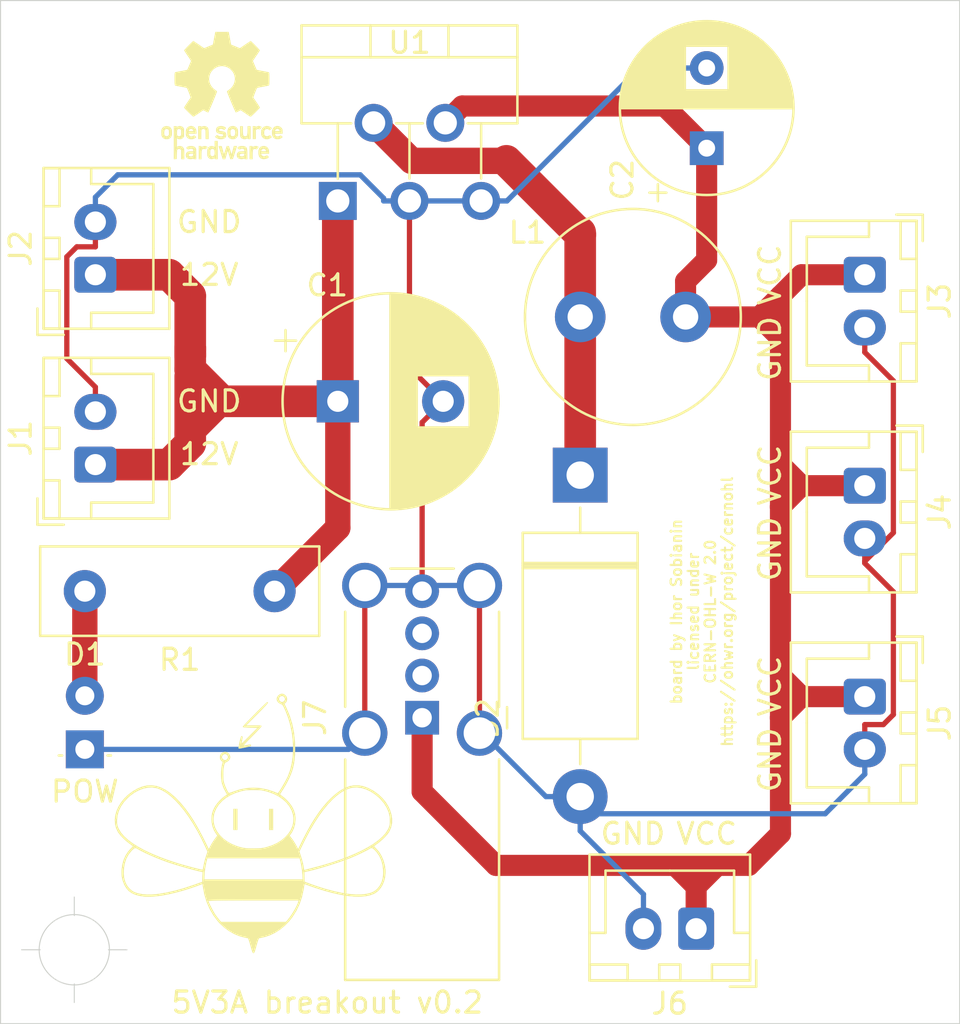
<source format=kicad_pcb>
(kicad_pcb (version 20171130) (host pcbnew "(5.1.12)-1")

  (general
    (thickness 1.6)
    (drawings 20)
    (tracks 112)
    (zones 0)
    (modules 20)
    (nets 8)
  )

  (page A4)
  (layers
    (0 F.Cu signal)
    (31 B.Cu signal)
    (32 B.Adhes user hide)
    (33 F.Adhes user hide)
    (34 B.Paste user hide)
    (35 F.Paste user hide)
    (36 B.SilkS user hide)
    (37 F.SilkS user hide)
    (38 B.Mask user hide)
    (39 F.Mask user hide)
    (40 Dwgs.User user hide)
    (41 Cmts.User user hide)
    (42 Eco1.User user hide)
    (43 Eco2.User user hide)
    (44 Edge.Cuts user)
    (45 Margin user hide)
    (46 B.CrtYd user hide)
    (47 F.CrtYd user hide)
    (48 B.Fab user hide)
    (49 F.Fab user hide)
  )

  (setup
    (last_trace_width 0.25)
    (trace_clearance 0.2)
    (zone_clearance 0.508)
    (zone_45_only no)
    (trace_min 0.2)
    (via_size 0.8)
    (via_drill 0.4)
    (via_min_size 0.4)
    (via_min_drill 0.3)
    (uvia_size 0.3)
    (uvia_drill 0.1)
    (uvias_allowed no)
    (uvia_min_size 0.2)
    (uvia_min_drill 0.1)
    (edge_width 0.05)
    (segment_width 0.2)
    (pcb_text_width 0.3)
    (pcb_text_size 1.5 1.5)
    (mod_edge_width 0.12)
    (mod_text_size 1 1)
    (mod_text_width 0.15)
    (pad_size 1.524 1.524)
    (pad_drill 0.762)
    (pad_to_mask_clearance 0)
    (aux_axis_origin 162 138.5)
    (visible_elements 7FFFFFFF)
    (pcbplotparams
      (layerselection 0x00020_7ffffffe)
      (usegerberextensions false)
      (usegerberattributes false)
      (usegerberadvancedattributes false)
      (creategerberjobfile false)
      (excludeedgelayer true)
      (linewidth 0.100000)
      (plotframeref false)
      (viasonmask false)
      (mode 1)
      (useauxorigin false)
      (hpglpennumber 1)
      (hpglpenspeed 20)
      (hpglpendiameter 15.000000)
      (psnegative false)
      (psa4output false)
      (plotreference true)
      (plotvalue true)
      (plotinvisibletext false)
      (padsonsilk false)
      (subtractmaskfromsilk false)
      (outputformat 1)
      (mirror false)
      (drillshape 0)
      (scaleselection 1)
      (outputdirectory "gerber/"))
  )

  (net 0 "")
  (net 1 GND)
  (net 2 "Net-(C1-Pad1)")
  (net 3 "Net-(C2-Pad1)")
  (net 4 "Net-(D1-Pad2)")
  (net 5 "Net-(D2-Pad1)")
  (net 6 "unconnected-(J7-Pad2)")
  (net 7 "unconnected-(J7-Pad3)")

  (net_class Default "This is the default net class."
    (clearance 0.2)
    (trace_width 0.25)
    (via_dia 0.8)
    (via_drill 0.4)
    (uvia_dia 0.3)
    (uvia_drill 0.1)
    (add_net GND)
    (add_net "Net-(C1-Pad1)")
    (add_net "Net-(C2-Pad1)")
    (add_net "Net-(D1-Pad2)")
    (add_net "Net-(D2-Pad1)")
    (add_net "unconnected-(J7-Pad2)")
    (add_net "unconnected-(J7-Pad3)")
  )

  (module MountingHole:MountingHole_3.2mm_M3_DIN965 (layer F.Cu) (tedit 56D1B4CB) (tstamp 0)
    (at 162 115.5)
    (descr "Mounting Hole 3.2mm, no annular, M3, DIN965")
    (tags "mounting hole 3.2mm no annular m3 din965")
    (fp_text reference REF1 (at 0 -3.8) (layer F.SilkS) hide
      (effects (font (size 1 1) (thickness 0.15)))
    )
    (fp_text value MountingHole_3.2mm_M3_DIN965 (at 0 3.8) (layer F.Fab) hide
      (effects (font (size 1 1) (thickness 0.15)))
    )
    (fp_circle (center 0 0) (end 2.8 0) (layer Cmts.User) (width 0.15))
    (fp_circle (center 0 0) (end 3.05 0) (layer F.CrtYd) (width 0.05))
    (fp_text user ${REFERENCE} (at 0.3 0) (layer F.Fab) hide
      (effects (font (size 1 1) (thickness 0.15)))
    )
    (pad "" np_thru_hole circle (at 0 0) (size 3.2 3.2) (drill 3.2) (layers *.Cu *.Mask))
  )

  (module MountingHole:MountingHole_3.2mm_M3_DIN965 (layer F.Cu) (tedit 56D1B4CB) (tstamp 0)
    (at 162 157)
    (descr "Mounting Hole 3.2mm, no annular, M3, DIN965")
    (tags "mounting hole 3.2mm no annular m3 din965")
    (fp_text reference REF2 (at 0 -3.8) (layer F.SilkS) hide
      (effects (font (size 1 1) (thickness 0.15)))
    )
    (fp_text value MountingHole_3.2mm_M3_DIN965 (at 0 3.8) (layer F.Fab) hide
      (effects (font (size 1 1) (thickness 0.15)))
    )
    (fp_circle (center 0 0) (end 2.8 0) (layer Cmts.User) (width 0.15))
    (fp_circle (center 0 0) (end 3.05 0) (layer F.CrtYd) (width 0.05))
    (fp_text user ${REFERENCE} (at 0.3 0) (layer F.Fab) hide
      (effects (font (size 1 1) (thickness 0.15)))
    )
    (pad "" np_thru_hole circle (at 0 0) (size 3.2 3.2) (drill 3.2) (layers *.Cu *.Mask))
  )

  (module MountingHole:MountingHole_3.2mm_M3_DIN965 (layer F.Cu) (tedit 56D1B4CB) (tstamp 0)
    (at 200.5 157)
    (descr "Mounting Hole 3.2mm, no annular, M3, DIN965")
    (tags "mounting hole 3.2mm no annular m3 din965")
    (fp_text reference REF3 (at 0 -3.8) (layer F.SilkS) hide
      (effects (font (size 1 1) (thickness 0.15)))
    )
    (fp_text value MountingHole_3.2mm_M3_DIN965 (at 0 3.8) (layer F.Fab) hide
      (effects (font (size 1 1) (thickness 0.15)))
    )
    (fp_circle (center 0 0) (end 2.8 0) (layer Cmts.User) (width 0.15))
    (fp_circle (center 0 0) (end 3.05 0) (layer F.CrtYd) (width 0.05))
    (fp_text user ${REFERENCE} (at 0.3 0) (layer F.Fab) hide
      (effects (font (size 1 1) (thickness 0.15)))
    )
    (pad "" np_thru_hole circle (at 0 0) (size 3.2 3.2) (drill 3.2) (layers *.Cu *.Mask))
  )

  (module MountingHole:MountingHole_3.2mm_M3_DIN965 (layer F.Cu) (tedit 56D1B4CB) (tstamp 0)
    (at 200.5 115.5)
    (descr "Mounting Hole 3.2mm, no annular, M3, DIN965")
    (tags "mounting hole 3.2mm no annular m3 din965")
    (fp_text reference REF4 (at 0 -3.8) (layer F.SilkS) hide
      (effects (font (size 1 1) (thickness 0.15)))
    )
    (fp_text value MountingHole_3.2mm_M3_DIN965 (at 0 4) (layer F.Fab) hide
      (effects (font (size 1 1) (thickness 0.15)))
    )
    (fp_circle (center 0 0) (end 2.8 0) (layer Cmts.User) (width 0.15))
    (fp_circle (center 0 0) (end 3.05 0) (layer F.CrtYd) (width 0.05))
    (fp_text user ${REFERENCE} (at 0.3 0) (layer F.Fab) hide
      (effects (font (size 1 1) (thickness 0.15)))
    )
    (pad "" np_thru_hole circle (at 0 0) (size 3.2 3.2) (drill 3.2) (layers *.Cu *.Mask))
  )

  (module Inductor_THT:L_Radial_D10.0mm_P5.00mm_Neosid_SD12_style3 (layer F.Cu) (tedit 5AE59B06) (tstamp 0)
    (at 186 127)
    (descr "Inductor, Radial series, Radial, pin pitch=5.00mm, , diameter=10.0mm, Neosid, SD12, style3, http://www.neosid.de/produktblaetter/neosid_Festinduktivitaet_Sd12.pdf")
    (tags "Inductor Radial series Radial pin pitch 5.00mm  diameter 10.0mm Neosid SD12 style3")
    (path /00000000-0000-0000-0000-00005e275662)
    (fp_text reference L1 (at -2.5 -4) (layer F.SilkS)
      (effects (font (size 1 1) (thickness 0.15)))
    )
    (fp_text value 33µH (at 2.5 3.5) (layer F.Fab)
      (effects (font (size 1 1) (thickness 0.15)))
    )
    (fp_circle (center 2.5 0) (end 7.62 0) (layer F.SilkS) (width 0.12))
    (fp_circle (center 2.5 0) (end 7.75 0) (layer F.CrtYd) (width 0.05))
    (fp_circle (center 2.5 0) (end 7.5 0) (layer F.Fab) (width 0.1))
    (fp_text user ${REFERENCE} (at 2.5 0) (layer F.Fab)
      (effects (font (size 1 1) (thickness 0.15)))
    )
    (pad 1 thru_hole circle (at 0 0) (size 2.4 2.4) (drill 1.2) (layers *.Cu *.Mask)
      (net 5 "Net-(D2-Pad1)"))
    (pad 2 thru_hole circle (at 5 0) (size 2.4 2.4) (drill 1.2) (layers *.Cu *.Mask)
      (net 3 "Net-(C2-Pad1)"))
    (model ${KICAD6_3DMODEL_DIR}/Inductor_THT.3dshapes/L_Radial_D10.0mm_P5.00mm_Neosid_SD12_style3.wrl
      (at (xyz 0 0 0))
      (scale (xyz 1 1 1))
      (rotate (xyz 0 0 0))
    )
  )

  (module Connector_JST:JST_XH_B2B-XH-A_1x02_P2.50mm_Vertical (layer F.Cu) (tedit 5C28146C) (tstamp 0)
    (at 199.5 135 270)
    (descr "JST XH series connector, B2B-XH-A (http://www.jst-mfg.com/product/pdf/eng/eXH.pdf), generated with kicad-footprint-generator")
    (tags "connector JST XH vertical")
    (path /00000000-0000-0000-0000-00005e277d0a)
    (fp_text reference J4 (at 1.25 -3.55 90) (layer F.SilkS)
      (effects (font (size 1 1) (thickness 0.15)))
    )
    (fp_text value Conn_01x02 (at 1.25 4.6 90) (layer F.Fab) hide
      (effects (font (size 1 1) (thickness 0.15)))
    )
    (fp_line (start -0.75 -2.45) (end -2.55 -2.45) (layer F.SilkS) (width 0.12))
    (fp_line (start -2.55 -1.7) (end -0.75 -1.7) (layer F.SilkS) (width 0.12))
    (fp_line (start -0.75 -1.7) (end -0.75 -2.45) (layer F.SilkS) (width 0.12))
    (fp_line (start -2.85 -2.75) (end -2.85 -1.5) (layer F.SilkS) (width 0.12))
    (fp_line (start -2.55 -2.45) (end -2.55 -1.7) (layer F.SilkS) (width 0.12))
    (fp_line (start 5.05 -2.45) (end 3.25 -2.45) (layer F.SilkS) (width 0.12))
    (fp_line (start 4.3 -0.2) (end 4.3 2.75) (layer F.SilkS) (width 0.12))
    (fp_line (start 5.05 -1.7) (end 5.05 -2.45) (layer F.SilkS) (width 0.12))
    (fp_line (start 0.75 -1.7) (end 1.75 -1.7) (layer F.SilkS) (width 0.12))
    (fp_line (start 5.05 -0.2) (end 4.3 -0.2) (layer F.SilkS) (width 0.12))
    (fp_line (start -1.8 2.75) (end 1.25 2.75) (layer F.SilkS) (width 0.12))
    (fp_line (start 5.06 3.51) (end 5.06 -2.46) (layer F.SilkS) (width 0.12))
    (fp_line (start 0.75 -2.45) (end 0.75 -1.7) (layer F.SilkS) (width 0.12))
    (fp_line (start 1.75 -1.7) (end 1.75 -2.45) (layer F.SilkS) (width 0.12))
    (fp_line (start 3.25 -2.45) (end 3.25 -1.7) (layer F.SilkS) (width 0.12))
    (fp_line (start -1.8 -0.2) (end -1.8 2.75) (layer F.SilkS) (width 0.12))
    (fp_line (start 5.06 -2.46) (end -2.56 -2.46) (layer F.SilkS) (width 0.12))
    (fp_line (start 3.25 -1.7) (end 5.05 -1.7) (layer F.SilkS) (width 0.12))
    (fp_line (start -2.56 3.51) (end 5.06 3.51) (layer F.SilkS) (width 0.12))
    (fp_line (start 1.75 -2.45) (end 0.75 -2.45) (layer F.SilkS) (width 0.12))
    (fp_line (start -2.55 -0.2) (end -1.8 -0.2) (layer F.SilkS) (width 0.12))
    (fp_line (start 4.3 2.75) (end 1.25 2.75) (layer F.SilkS) (width 0.12))
    (fp_line (start -2.56 -2.46) (end -2.56 3.51) (layer F.SilkS) (width 0.12))
    (fp_line (start -1.6 -2.75) (end -2.85 -2.75) (layer F.SilkS) (width 0.12))
    (fp_line (start 5.45 3.9) (end 5.45 -2.85) (layer F.CrtYd) (width 0.05))
    (fp_line (start -2.95 3.9) (end 5.45 3.9) (layer F.CrtYd) (width 0.05))
    (fp_line (start 5.45 -2.85) (end -2.95 -2.85) (layer F.CrtYd) (width 0.05))
    (fp_line (start -2.95 -2.85) (end -2.95 3.9) (layer F.CrtYd) (width 0.05))
    (fp_line (start 4.95 3.4) (end 4.95 -2.35) (layer F.Fab) (width 0.1))
    (fp_line (start -2.45 -2.35) (end -2.45 3.4) (layer F.Fab) (width 0.1))
    (fp_line (start -2.45 3.4) (end 4.95 3.4) (layer F.Fab) (width 0.1))
    (fp_line (start -0.625 -2.35) (end 0 -1.35) (layer F.Fab) (width 0.1))
    (fp_line (start 0 -1.35) (end 0.625 -2.35) (layer F.Fab) (width 0.1))
    (fp_line (start 4.95 -2.35) (end -2.45 -2.35) (layer F.Fab) (width 0.1))
    (fp_text user ${REFERENCE} (at 1.25 2.7 90) (layer F.Fab) hide
      (effects (font (size 1 1) (thickness 0.15)))
    )
    (pad 1 thru_hole roundrect (at 0 0 270) (size 1.7 2) (drill 1) (layers *.Cu *.Mask) (roundrect_rratio 0.147059)
      (net 3 "Net-(C2-Pad1)"))
    (pad 2 thru_hole oval (at 2.5 0 270) (size 1.7 2) (drill 1) (layers *.Cu *.Mask)
      (net 1 GND))
    (model ${KICAD6_3DMODEL_DIR}/Connector_JST.3dshapes/JST_XH_B2B-XH-A_1x02_P2.50mm_Vertical.wrl
      (at (xyz 0 0 0))
      (scale (xyz 1 1 1))
      (rotate (xyz 0 0 0))
    )
  )

  (module Connector_JST:JST_XH_B2B-XH-A_1x02_P2.50mm_Vertical (layer F.Cu) (tedit 5C28146C) (tstamp 0)
    (at 199.5 125 270)
    (descr "JST XH series connector, B2B-XH-A (http://www.jst-mfg.com/product/pdf/eng/eXH.pdf), generated with kicad-footprint-generator")
    (tags "connector JST XH vertical")
    (path /00000000-0000-0000-0000-00005e277019)
    (fp_text reference J3 (at 1.25 -3.55 90) (layer F.SilkS)
      (effects (font (size 1 1) (thickness 0.15)))
    )
    (fp_text value Conn_01x02 (at 1.25 4.6 90) (layer F.Fab)
      (effects (font (size 1 1) (thickness 0.15)))
    )
    (fp_line (start 4.3 2.75) (end 1.25 2.75) (layer F.SilkS) (width 0.12))
    (fp_line (start 5.06 -2.46) (end -2.56 -2.46) (layer F.SilkS) (width 0.12))
    (fp_line (start 1.75 -1.7) (end 1.75 -2.45) (layer F.SilkS) (width 0.12))
    (fp_line (start 3.25 -2.45) (end 3.25 -1.7) (layer F.SilkS) (width 0.12))
    (fp_line (start -2.85 -2.75) (end -2.85 -1.5) (layer F.SilkS) (width 0.12))
    (fp_line (start -0.75 -2.45) (end -2.55 -2.45) (layer F.SilkS) (width 0.12))
    (fp_line (start -1.8 -0.2) (end -1.8 2.75) (layer F.SilkS) (width 0.12))
    (fp_line (start 5.05 -0.2) (end 4.3 -0.2) (layer F.SilkS) (width 0.12))
    (fp_line (start -2.55 -2.45) (end -2.55 -1.7) (layer F.SilkS) (width 0.12))
    (fp_line (start 5.05 -2.45) (end 3.25 -2.45) (layer F.SilkS) (width 0.12))
    (fp_line (start 3.25 -1.7) (end 5.05 -1.7) (layer F.SilkS) (width 0.12))
    (fp_line (start 0.75 -2.45) (end 0.75 -1.7) (layer F.SilkS) (width 0.12))
    (fp_line (start -2.56 -2.46) (end -2.56 3.51) (layer F.SilkS) (width 0.12))
    (fp_line (start -1.6 -2.75) (end -2.85 -2.75) (layer F.SilkS) (width 0.12))
    (fp_line (start 5.05 -1.7) (end 5.05 -2.45) (layer F.SilkS) (width 0.12))
    (fp_line (start 4.3 -0.2) (end 4.3 2.75) (layer F.SilkS) (width 0.12))
    (fp_line (start -1.8 2.75) (end 1.25 2.75) (layer F.SilkS) (width 0.12))
    (fp_line (start -2.55 -1.7) (end -0.75 -1.7) (layer F.SilkS) (width 0.12))
    (fp_line (start -2.55 -0.2) (end -1.8 -0.2) (layer F.SilkS) (width 0.12))
    (fp_line (start 5.06 3.51) (end 5.06 -2.46) (layer F.SilkS) (width 0.12))
    (fp_line (start -0.75 -1.7) (end -0.75 -2.45) (layer F.SilkS) (width 0.12))
    (fp_line (start 0.75 -1.7) (end 1.75 -1.7) (layer F.SilkS) (width 0.12))
    (fp_line (start 1.75 -2.45) (end 0.75 -2.45) (layer F.SilkS) (width 0.12))
    (fp_line (start -2.56 3.51) (end 5.06 3.51) (layer F.SilkS) (width 0.12))
    (fp_line (start 5.45 -2.85) (end -2.95 -2.85) (layer F.CrtYd) (width 0.05))
    (fp_line (start -2.95 -2.85) (end -2.95 3.9) (layer F.CrtYd) (width 0.05))
    (fp_line (start -2.95 3.9) (end 5.45 3.9) (layer F.CrtYd) (width 0.05))
    (fp_line (start 5.45 3.9) (end 5.45 -2.85) (layer F.CrtYd) (width 0.05))
    (fp_line (start -2.45 -2.35) (end -2.45 3.4) (layer F.Fab) (width 0.1))
    (fp_line (start 4.95 3.4) (end 4.95 -2.35) (layer F.Fab) (width 0.1))
    (fp_line (start 0 -1.35) (end 0.625 -2.35) (layer F.Fab) (width 0.1))
    (fp_line (start 4.95 -2.35) (end -2.45 -2.35) (layer F.Fab) (width 0.1))
    (fp_line (start -0.625 -2.35) (end 0 -1.35) (layer F.Fab) (width 0.1))
    (fp_line (start -2.45 3.4) (end 4.95 3.4) (layer F.Fab) (width 0.1))
    (fp_text user ${REFERENCE} (at 1.25 2.7 90) (layer F.Fab)
      (effects (font (size 1 1) (thickness 0.15)))
    )
    (pad 1 thru_hole roundrect (at 0 0 270) (size 1.7 2) (drill 1) (layers *.Cu *.Mask) (roundrect_rratio 0.147059)
      (net 3 "Net-(C2-Pad1)"))
    (pad 2 thru_hole oval (at 2.5 0 270) (size 1.7 2) (drill 1) (layers *.Cu *.Mask)
      (net 1 GND))
    (model ${KICAD6_3DMODEL_DIR}/Connector_JST.3dshapes/JST_XH_B2B-XH-A_1x02_P2.50mm_Vertical.wrl
      (at (xyz 0 0 0))
      (scale (xyz 1 1 1))
      (rotate (xyz 0 0 0))
    )
  )

  (module Diode_THT:D_DO-201_P15.24mm_Horizontal (layer F.Cu) (tedit 5AE50CD5) (tstamp 0)
    (at 186 134.5 270)
    (descr "Diode, DO-201 series, Axial, Horizontal, pin pitch=15.24mm, , length*diameter=9.53*5.21mm^2, , http://www.diodes.com/_files/packages/DO-201.pdf")
    (tags "Diode DO-201 series Axial Horizontal pin pitch 15.24mm  length 9.53mm diameter 5.21mm")
    (path /00000000-0000-0000-0000-00005e26bbb5)
    (fp_text reference D2 (at 11.55 4.39 90) (layer F.SilkS)
      (effects (font (size 1 1) (thickness 0.15)))
    )
    (fp_text value D_Schottky (at 7.62 3.725 90) (layer F.Fab)
      (effects (font (size 1 1) (thickness 0.15)))
    )
    (fp_line (start 4.1645 -2.725) (end 4.1645 2.725) (layer F.SilkS) (width 0.12))
    (fp_line (start 1.54 0) (end 2.735 0) (layer F.SilkS) (width 0.12))
    (fp_line (start 2.735 2.725) (end 12.505 2.725) (layer F.SilkS) (width 0.12))
    (fp_line (start 13.7 0) (end 12.505 0) (layer F.SilkS) (width 0.12))
    (fp_line (start 4.2845 -2.725) (end 4.2845 2.725) (layer F.SilkS) (width 0.12))
    (fp_line (start 12.505 2.725) (end 12.505 -2.725) (layer F.SilkS) (width 0.12))
    (fp_line (start 4.4045 -2.725) (end 4.4045 2.725) (layer F.SilkS) (width 0.12))
    (fp_line (start 12.505 -2.725) (end 2.735 -2.725) (layer F.SilkS) (width 0.12))
    (fp_line (start 2.735 -2.725) (end 2.735 2.725) (layer F.SilkS) (width 0.12))
    (fp_line (start 16.79 2.86) (end 16.79 -2.86) (layer F.CrtYd) (width 0.05))
    (fp_line (start 16.79 -2.86) (end -1.55 -2.86) (layer F.CrtYd) (width 0.05))
    (fp_line (start -1.55 -2.86) (end -1.55 2.86) (layer F.CrtYd) (width 0.05))
    (fp_line (start -1.55 2.86) (end 16.79 2.86) (layer F.CrtYd) (width 0.05))
    (fp_line (start 0 0) (end 2.855 0) (layer F.Fab) (width 0.1))
    (fp_line (start 15.24 0) (end 12.385 0) (layer F.Fab) (width 0.1))
    (fp_line (start 4.3845 -2.605) (end 4.3845 2.605) (layer F.Fab) (width 0.1))
    (fp_line (start 4.1845 -2.605) (end 4.1845 2.605) (layer F.Fab) (width 0.1))
    (fp_line (start 2.855 2.605) (end 12.385 2.605) (layer F.Fab) (width 0.1))
    (fp_line (start 12.385 -2.605) (end 2.855 -2.605) (layer F.Fab) (width 0.1))
    (fp_line (start 4.2845 -2.605) (end 4.2845 2.605) (layer F.Fab) (width 0.1))
    (fp_line (start 2.855 -2.605) (end 2.855 2.605) (layer F.Fab) (width 0.1))
    (fp_line (start 12.385 2.605) (end 12.385 -2.605) (layer F.Fab) (width 0.1))
    (fp_text user K (at 0 -2.3 90) (layer F.SilkS) hide
      (effects (font (size 1 1) (thickness 0.15)))
    )
    (fp_text user ${REFERENCE} (at 8.33475 0 90) (layer F.Fab)
      (effects (font (size 1 1) (thickness 0.15)))
    )
    (fp_text user K (at 0 -2.3 90) (layer F.Fab)
      (effects (font (size 1 1) (thickness 0.15)))
    )
    (pad 1 thru_hole rect (at 0 0 270) (size 2.6 2.6) (drill 1.3) (layers *.Cu *.Mask)
      (net 5 "Net-(D2-Pad1)"))
    (pad 2 thru_hole oval (at 15.24 0 270) (size 2.6 2.6) (drill 1.3) (layers *.Cu *.Mask)
      (net 1 GND))
    (model ${KICAD6_3DMODEL_DIR}/Diode_THT.3dshapes/D_DO-201_P15.24mm_Horizontal.wrl
      (at (xyz 0 0 0))
      (scale (xyz 1 1 1))
      (rotate (xyz 0 0 0))
    )
  )

  (module Capacitor_THT:CP_Radial_D8.0mm_P3.80mm (layer F.Cu) (tedit 5AE50EF0) (tstamp 0)
    (at 192 119 90)
    (descr "CP, Radial series, Radial, pin pitch=3.80mm, , diameter=8mm, Electrolytic Capacitor")
    (tags "CP Radial series Radial pin pitch 3.80mm  diameter 8mm Electrolytic Capacitor")
    (path /00000000-0000-0000-0000-00005e2736f5)
    (fp_text reference C2 (at -1.5 -4 90) (layer F.SilkS)
      (effects (font (size 1 1) (thickness 0.15)))
    )
    (fp_text value 220µ (at 1.9 5.25 90) (layer F.Fab)
      (effects (font (size 1 1) (thickness 0.15)))
    )
    (fp_line (start 4.621 1.04) (end 4.621 3.055) (layer F.SilkS) (width 0.12))
    (fp_line (start 4.861 -2.826) (end 4.861 2.826) (layer F.SilkS) (width 0.12))
    (fp_line (start 3.701 1.04) (end 3.701 3.666) (layer F.SilkS) (width 0.12))
    (fp_line (start 3.301 1.04) (end 3.301 3.835) (layer F.SilkS) (width 0.12))
    (fp_line (start 4.301 1.04) (end 4.301 3.309) (layer F.SilkS) (width 0.12))
    (fp_line (start 3.981 1.04) (end 3.981 3.517) (layer F.SilkS) (width 0.12))
    (fp_line (start 4.461 -3.189) (end 4.461 -1.04) (layer F.SilkS) (width 0.12))
    (fp_line (start 2.741 -3.994) (end 2.741 3.994) (layer F.SilkS) (width 0.12))
    (fp_line (start 5.901 -0.948) (end 5.901 0.948) (layer F.SilkS) (width 0.12))
    (fp_line (start 4.261 1.04) (end 4.261 3.338) (layer F.SilkS) (width 0.12))
    (fp_line (start 3.941 1.04) (end 3.941 3.54) (layer F.SilkS) (width 0.12))
    (fp_line (start 3.261 -3.85) (end 3.261 -1.04) (layer F.SilkS) (width 0.12))
    (fp_line (start 4.021 -3.493) (end 4.021 -1.04) (layer F.SilkS) (width 0.12))
    (fp_line (start 2.941 -3.947) (end 2.941 -1.04) (layer F.SilkS) (width 0.12))
    (fp_line (start 4.421 -3.22) (end 4.421 -1.04) (layer F.SilkS) (width 0.12))
    (fp_line (start 3.021 1.04) (end 3.021 3.925) (layer F.SilkS) (width 0.12))
    (fp_line (start 5.981 -0.533) (end 5.981 0.533) (layer F.SilkS) (width 0.12))
    (fp_line (start 3.461 -3.774) (end 3.461 -1.04) (layer F.SilkS) (width 0.12))
    (fp_line (start 3.581 1.04) (end 3.581 3.722) (layer F.SilkS) (width 0.12))
    (fp_line (start 3.901 -3.562) (end 3.901 -1.04) (layer F.SilkS) (width 0.12))
    (fp_line (start 3.061 1.04) (end 3.061 3.914) (layer F.SilkS) (width 0.12))
    (fp_line (start 3.101 -3.902) (end 3.101 -1.04) (layer F.SilkS) (width 0.12))
    (fp_line (start 2.781 1.04) (end 2.781 3.985) (layer F.SilkS) (width 0.12))
    (fp_line (start 2.821 1.04) (end 2.821 3.976) (layer F.SilkS) (width 0.12))
    (fp_line (start 3.341 1.04) (end 3.341 3.821) (layer F.SilkS) (width 0.12))
    (fp_line (start 3.341 -3.821) (end 3.341 -1.04) (layer F.SilkS) (width 0.12))
    (fp_line (start 5.181 -2.454) (end 5.181 2.454) (layer F.SilkS) (width 0.12))
    (fp_line (start 3.301 -3.835) (end 3.301 -1.04) (layer F.SilkS) (width 0.12))
    (fp_line (start 5.141 -2.505) (end 5.141 2.505) (layer F.SilkS) (width 0.12))
    (fp_line (start 1.94 -4.08) (end 1.94 4.08) (layer F.SilkS) (width 0.12))
    (fp_line (start 3.701 -3.666) (end 3.701 -1.04) (layer F.SilkS) (width 0.12))
    (fp_line (start 3.621 1.04) (end 3.621 3.704) (layer F.SilkS) (width 0.12))
    (fp_line (start 3.781 1.04) (end 3.781 3.627) (layer F.SilkS) (width 0.12))
    (fp_line (start 3.061 -3.914) (end 3.061 -1.04) (layer F.SilkS) (width 0.12))
    (fp_line (start 2.901 -3.957) (end 2.901 -1.04) (layer F.SilkS) (width 0.12))
    (fp_line (start 2.34 -4.057) (end 2.34 4.057) (layer F.SilkS) (width 0.12))
    (fp_line (start 4.181 1.04) (end 4.181 3.392) (layer F.SilkS) (width 0.12))
    (fp_line (start 2.46 -4.042) (end 2.46 4.042) (layer F.SilkS) (width 0.12))
    (fp_line (start 4.301 -3.309) (end 4.301 -1.04) (layer F.SilkS) (width 0.12))
    (fp_line (start 3.981 -3.517) (end 3.981 -1.04) (layer F.SilkS) (width 0.12))
    (fp_line (start 2.701 -4.002) (end 2.701 4.002) (layer F.SilkS) (width 0.12))
    (fp_line (start 3.661 1.04) (end 3.661 3.686) (layer F.SilkS) (width 0.12))
    (fp_line (start 2.06 -4.077) (end 2.06 4.077) (layer F.SilkS) (width 0.12))
    (fp_line (start 4.541 1.04) (end 4.541 3.124) (layer F.SilkS) (width 0.12))
    (fp_line (start 4.701 1.04) (end 4.701 2.983) (layer F.SilkS) (width 0.12))
    (fp_line (start 4.341 -3.28) (end 4.341 -1.04) (layer F.SilkS) (width 0.12))
    (fp_line (start 4.661 1.04) (end 4.661 3.019) (layer F.SilkS) (width 0.12))
    (fp_line (start 5.261 -2.345) (end 5.261 2.345) (layer F.SilkS) (width 0.12))
    (fp_line (start 1.9 -4.08) (end 1.9 4.08) (layer F.SilkS) (width 0.12))
    (fp_line (start 2.26 -4.065) (end 2.26 4.065) (layer F.SilkS) (width 0.12))
    (fp_line (start 3.581 -3.722) (end 3.581 -1.04) (layer F.SilkS) (width 0.12))
    (fp_line (start 2.38 -4.052) (end 2.38 4.052) (layer F.SilkS) (width 0.12))
    (fp_line (start 3.461 1.04) (end 3.461 3.774) (layer F.SilkS) (width 0.12))
    (fp_line (start 5.821 -1.229) (end 5.821 1.229) (layer F.SilkS) (width 0.12))
    (fp_line (start 4.901 -2.784) (end 4.901 2.784) (layer F.SilkS) (width 0.12))
    (fp_line (start 2.981 1.04) (end 2.981 3.936) (layer F.SilkS) (width 0.12))
    (fp_line (start 5.741 -1.453) (end 5.741 1.453) (layer F.SilkS) (width 0.12))
    (fp_line (start 4.101 1.04) (end 4.101 3.444) (layer F.SilkS) (width 0.12))
    (fp_line (start 4.181 -3.392) (end 4.181 -1.04) (layer F.SilkS) (width 0.12))
    (fp_line (start 3.861 1.04) (end 3.861 3.584) (layer F.SilkS) (width 0.12))
    (fp_line (start 2.981 -3.936) (end 2.981 -1.04) (layer F.SilkS) (width 0.12))
    (fp_line (start 3.501 1.04) (end 3.501 3.757) (layer F.SilkS) (width 0.12))
    (fp_line (start 3.861 -3.584) (end 3.861 -1.04) (layer F.SilkS) (width 0.12))
    (fp_line (start 3.821 -3.606) (end 3.821 -1.04) (layer F.SilkS) (width 0.12))
    (fp_line (start 3.741 1.04) (end 3.741 3.647) (layer F.SilkS) (width 0.12))
    (fp_line (start 2.14 -4.074) (end 2.14 4.074) (layer F.SilkS) (width 0.12))
    (fp_line (start 2.18 -4.071) (end 2.18 4.071) (layer F.SilkS) (width 0.12))
    (fp_line (start 4.821 -2.867) (end 4.821 -1.04) (layer F.SilkS) (width 0.12))
    (fp_line (start 4.381 1.04) (end 4.381 3.25) (layer F.SilkS) (width 0.12))
    (fp_line (start 4.581 1.04) (end 4.581 3.09) (layer F.SilkS) (width 0.12))
    (fp_line (start 4.221 1.04) (end 4.221 3.365) (layer F.SilkS) (width 0.12))
    (fp_line (start 5.661 -1.645) (end 5.661 1.645) (layer F.SilkS) (width 0.12))
    (fp_line (start 4.781 -2.907) (end 4.781 -1.04) (layer F.SilkS) (width 0.12))
    (fp_line (start 3.541 1.04) (end 3.541 3.74) (layer F.SilkS) (width 0.12))
    (fp_line (start 2.54 -4.03) (end 2.54 4.03) (layer F.SilkS) (width 0.12))
    (fp_line (start 3.381 -3.805) (end 3.381 -1.04) (layer F.SilkS) (width 0.12))
    (fp_line (start 2.1 -4.076) (end 2.1 4.076) (layer F.SilkS) (width 0.12))
    (fp_line (start 2.941 1.04) (end 2.941 3.947) (layer F.SilkS) (width 0.12))
    (fp_line (start 2.901 1.04) (end 2.901 3.957) (layer F.SilkS) (width 0.12))
    (fp_line (start 3.181 -3.877) (end 3.181 -1.04) (layer F.SilkS) (width 0.12))
    (fp_line (start 4.261 -3.338) (end 4.261 -1.04) (layer F.SilkS) (width 0.12))
    (fp_line (start 4.341 1.04) (end 4.341 3.28) (layer F.SilkS) (width 0.12))
    (fp_line (start 3.101 1.04) (end 3.101 3.902) (layer F.SilkS) (width 0.12))
    (fp_line (start 4.461 1.04) (end 4.461 3.189) (layer F.SilkS) (width 0.12))
    (fp_line (start 2.861 1.04) (end 2.861 3.967) (layer F.SilkS) (width 0.12))
    (fp_line (start 5.541 -1.89) (end 5.541 1.89) (layer F.SilkS) (width 0.12))
    (fp_line (start 5.021 -2.651) (end 5.021 2.651) (layer F.SilkS) (width 0.12))
    (fp_line (start 4.781 1.04) (end 4.781 2.907) (layer F.SilkS) (width 0.12))
    (fp_line (start 4.661 -3.019) (end 4.661 -1.04) (layer F.SilkS) (width 0.12))
    (fp_line (start 4.701 -2.983) (end 4.701 -1.04) (layer F.SilkS) (width 0.12))
    (fp_line (start 5.301 -2.287) (end 5.301 2.287) (layer F.SilkS) (width 0.12))
    (fp_line (start 3.381 1.04) (end 3.381 3.805) (layer F.SilkS) (width 0.12))
    (fp_line (start 4.221 -3.365) (end 4.221 -1.04) (layer F.SilkS) (width 0.12))
    (fp_line (start 3.141 -3.889) (end 3.141 -1.04) (layer F.SilkS) (width 0.12))
    (fp_line (start 5.421 -2.102) (end 5.421 2.102) (layer F.SilkS) (width 0.12))
    (fp_line (start 4.141 -3.418) (end 4.141 -1.04) (layer F.SilkS) (width 0.12))
    (fp_line (start 3.501 -3.757) (end 3.501 -1.04) (layer F.SilkS) (width 0.12))
    (fp_line (start 4.061 1.04) (end 4.061 3.469) (layer F.SilkS) (width 0.12))
    (fp_line (start 2.22 -4.068) (end 2.22 4.068) (layer F.SilkS) (width 0.12))
    (fp_line (start 4.981 -2.697) (end 4.981 2.697) (layer F.SilkS) (width 0.12))
    (fp_line (start 5.861 -1.098) (end 5.861 1.098) (layer F.SilkS) (width 0.12))
    (fp_line (start 3.421 1.04) (end 3.421 3.79) (layer F.SilkS) (width 0.12))
    (fp_line (start 4.941 -2.741) (end 4.941 2.741) (layer F.SilkS) (width 0.12))
    (fp_line (start 4.541 -3.124) (end 4.541 -1.04) (layer F.SilkS) (width 0.12))
    (fp_line (start 5.221 -2.4) (end 5.221 2.4) (layer F.SilkS) (width 0.12))
    (fp_line (start 2.621 -4.017) (end 2.621 4.017) (layer F.SilkS) (width 0.12))
    (fp_line (start 5.501 -1.964) (end 5.501 1.964) (layer F.SilkS) (width 0.12))
    (fp_line (start 3.141 1.04) (end 3.141 3.889) (layer F.SilkS) (width 0.12))
    (fp_line (start 1.98 -4.08) (end 1.98 4.08) (layer F.SilkS) (width 0.12))
    (fp_line (start -2.109698 -2.715) (end -2.109698 -1.915) (layer F.SilkS) (width 0.12))
    (fp_line (start 4.581 -3.09) (end 4.581 -1.04) (layer F.SilkS) (width 0.12))
    (fp_line (start 3.941 -3.54) (end 3.941 -1.04) (layer F.SilkS) (width 0.12))
    (fp_line (start 3.901 1.04) (end 3.901 3.562) (layer F.SilkS) (width 0.12))
    (fp_line (start 5.781 -1.346) (end 5.781 1.346) (layer F.SilkS) (width 0.12))
    (fp_line (start 3.661 -3.686) (end 3.661 -1.04) (layer F.SilkS) (width 0.12))
    (fp_line (start 3.221 1.04) (end 3.221 3.863) (layer F.SilkS) (width 0.12))
    (fp_line (start 4.501 1.04) (end 4.501 3.156) (layer F.SilkS) (width 0.12))
    (fp_line (start 5.621 -1.731) (end 5.621 1.731) (layer F.SilkS) (width 0.12))
    (fp_line (start 3.821 1.04) (end 3.821 3.606) (layer F.SilkS) (width 0.12))
    (fp_line (start 3.261 1.04) (end 3.261 3.85) (layer F.SilkS) (width 0.12))
    (fp_line (start 2.781 -3.985) (end 2.781 -1.04) (layer F.SilkS) (width 0.12))
    (fp_line (start 3.741 -3.647) (end 3.741 -1.04) (layer F.SilkS) (width 0.12))
    (fp_line (start -2.509698 -2.315) (end -1.709698 -2.315) (layer F.SilkS) (width 0.12))
    (fp_line (start 5.941 -0.768) (end 5.941 0.768) (layer F.SilkS) (width 0.12))
    (fp_line (start 3.181 1.04) (end 3.181 3.877) (layer F.SilkS) (width 0.12))
    (fp_line (start 4.421 1.04) (end 4.421 3.22) (layer F.SilkS) (width 0.12))
    (fp_line (start 2.02 -4.079) (end 2.02 4.079) (layer F.SilkS) (width 0.12))
    (fp_line (start 5.101 -2.556) (end 5.101 2.556) (layer F.SilkS) (width 0.12))
    (fp_line (start 4.101 -3.444) (end 4.101 -1.04) (layer F.SilkS) (width 0.12))
    (fp_line (start 2.58 -4.024) (end 2.58 4.024) (layer F.SilkS) (width 0.12))
    (fp_line (start 5.341 -2.228) (end 5.341 2.228) (layer F.SilkS) (width 0.12))
    (fp_line (start 4.741 1.04) (end 4.741 2.945) (layer F.SilkS) (width 0.12))
    (fp_line (start 4.141 1.04) (end 4.141 3.418) (layer F.SilkS) (width 0.12))
    (fp_line (start 3.421 -3.79) (end 3.421 -1.04) (layer F.SilkS) (width 0.12))
    (fp_line (start 5.061 -2.604) (end 5.061 2.604) (layer F.SilkS) (width 0.12))
    (fp_line (start 4.021 1.04) (end 4.021 3.493) (layer F.SilkS) (width 0.12))
    (fp_line (start 3.021 -3.925) (end 3.021 -1.04) (layer F.SilkS) (width 0.12))
    (fp_line (start 2.861 -3.967) (end 2.861 -1.04) (layer F.SilkS) (width 0.12))
    (fp_line (start 2.661 -4.01) (end 2.661 4.01) (layer F.SilkS) (width 0.12))
    (fp_line (start 4.381 -3.25) (end 4.381 -1.04) (layer F.SilkS) (width 0.12))
    (fp_line (start 4.741 -2.945) (end 4.741 -1.04) (layer F.SilkS) (width 0.12))
    (fp_line (start 3.541 -3.74) (end 3.541 -1.04) (layer F.SilkS) (width 0.12))
    (fp_line (start 3.621 -3.704) (end 3.621 -1.04) (layer F.SilkS) (width 0.12))
    (fp_line (start 5.461 -2.034) (end 5.461 2.034) (layer F.SilkS) (width 0.12))
    (fp_line (start 4.621 -3.055) (end 4.621 -1.04) (layer F.SilkS) (width 0.12))
    (fp_line (start 2.42 -4.048) (end 2.42 4.048) (layer F.SilkS) (width 0.12))
    (fp_line (start 5.701 -1.552) (end 5.701 1.552) (layer F.SilkS) (width 0.12))
    (fp_line (start 4.061 -3.469) (end 4.061 -1.04) (layer F.SilkS) (width 0.12))
    (fp_line (start 2.3 -4.061) (end 2.3 4.061) (layer F.SilkS) (width 0.12))
    (fp_line (start 5.381 -2.166) (end 5.381 2.166) (layer F.SilkS) (width 0.12))
    (fp_line (start 2.821 -3.976) (end 2.821 -1.04) (layer F.SilkS) (width 0.12))
    (fp_line (start 5.581 -1.813) (end 5.581 1.813) (layer F.SilkS) (width 0.12))
    (fp_line (start 4.821 1.04) (end 4.821 2.867) (layer F.SilkS) (width 0.12))
    (fp_line (start 4.501 -3.156) (end 4.501 -1.04) (layer F.SilkS) (width 0.12))
    (fp_line (start 3.781 -3.627) (end 3.781 -1.04) (layer F.SilkS) (width 0.12))
    (fp_line (start 3.221 -3.863) (end 3.221 -1.04) (layer F.SilkS) (width 0.12))
    (fp_line (start 2.5 -4.037) (end 2.5 4.037) (layer F.SilkS) (width 0.12))
    (fp_line (start -1.526759 -1.7475) (end -0.726759 -1.7475) (layer F.Fab) (width 0.1))
    (fp_line (start -1.126759 -2.1475) (end -1.126759 -1.3475) (layer F.Fab) (width 0.1))
    (fp_circle (center 1.9 0) (end 6.02 0) (layer F.SilkS) (width 0.12))
    (fp_circle (center 1.9 0) (end 6.15 0) (layer F.CrtYd) (width 0.05))
    (fp_circle (center 1.9 0) (end 5.9 0) (layer F.Fab) (width 0.1))
    (fp_text user ${REFERENCE} (at 1.9 0 90) (layer F.Fab)
      (effects (font (size 1 1) (thickness 0.15)))
    )
    (pad 1 thru_hole rect (at 0 0 90) (size 1.6 1.6) (drill 0.8) (layers *.Cu *.Mask)
      (net 3 "Net-(C2-Pad1)"))
    (pad 2 thru_hole circle (at 3.8 0 90) (size 1.6 1.6) (drill 0.8) (layers *.Cu *.Mask)
      (net 1 GND))
    (model ${KICAD6_3DMODEL_DIR}/Capacitor_THT.3dshapes/CP_Radial_D8.0mm_P3.80mm.wrl
      (at (xyz 0 0 0))
      (scale (xyz 1 1 1))
      (rotate (xyz 0 0 0))
    )
  )

  (module Capacitor_THT:CP_Radial_D10.0mm_P5.00mm (layer F.Cu) (tedit 5AE50EF1) (tstamp 0)
    (at 174.5 131)
    (descr "CP, Radial series, Radial, pin pitch=5.00mm, , diameter=10mm, Electrolytic Capacitor")
    (tags "CP Radial series Radial pin pitch 5.00mm  diameter 10mm Electrolytic Capacitor")
    (path /00000000-0000-0000-0000-00005e269d01)
    (fp_text reference C1 (at -0.5 -5.5) (layer F.SilkS)
      (effects (font (size 1 1) (thickness 0.15)))
    )
    (fp_text value 680µ (at 0.5 2.5) (layer F.Fab)
      (effects (font (size 1 1) (thickness 0.15)))
    )
    (fp_line (start 4.301 -4.754) (end 4.301 -1.241) (layer F.SilkS) (width 0.12))
    (fp_line (start 5.061 1.241) (end 5.061 4.395) (layer F.SilkS) (width 0.12))
    (fp_line (start 7.581 -0.599) (end 7.581 0.599) (layer F.SilkS) (width 0.12))
    (fp_line (start 4.941 -4.462) (end 4.941 -1.241) (layer F.SilkS) (width 0.12))
    (fp_line (start 6.781 -2.77) (end 6.781 2.77) (layer F.SilkS) (width 0.12))
    (fp_line (start 5.141 -4.347) (end 5.141 -1.241) (layer F.SilkS) (width 0.12))
    (fp_line (start 2.62 -5.079) (end 2.62 5.079) (layer F.SilkS) (width 0.12))
    (fp_line (start 5.581 -4.05) (end 5.581 -1.241) (layer F.SilkS) (width 0.12))
    (fp_line (start 4.261 1.241) (end 4.261 4.768) (layer F.SilkS) (width 0.12))
    (fp_line (start 3.221 -5.03) (end 3.221 5.03) (layer F.SilkS) (width 0.12))
    (fp_line (start 5.541 -4.08) (end 5.541 -1.241) (layer F.SilkS) (width 0.12))
    (fp_line (start 3.861 -4.897) (end 3.861 -1.241) (layer F.SilkS) (width 0.12))
    (fp_line (start 6.581 -3.054) (end 6.581 3.054) (layer F.SilkS) (width 0.12))
    (fp_line (start 4.301 1.241) (end 4.301 4.754) (layer F.SilkS) (width 0.12))
    (fp_line (start 5.701 -3.957) (end 5.701 -1.241) (layer F.SilkS) (width 0.12))
    (fp_line (start 7.141 -2.125) (end 7.141 2.125) (layer F.SilkS) (width 0.12))
    (fp_line (start 6.181 1.241) (end 6.181 3.52) (layer F.SilkS) (width 0.12))
    (fp_line (start 4.821 -4.525) (end 4.821 -1.241) (layer F.SilkS) (width 0.12))
    (fp_line (start 3.981 -4.862) (end 3.981 -1.241) (layer F.SilkS) (width 0.12))
    (fp_line (start 6.981 -2.439) (end 6.981 2.439) (layer F.SilkS) (width 0.12))
    (fp_line (start 2.98 -5.058) (end 2.98 5.058) (layer F.SilkS) (width 0.12))
    (fp_line (start 3.781 -4.918) (end 3.781 -1.241) (layer F.SilkS) (width 0.12))
    (fp_line (start 3.501 -4.982) (end 3.501 4.982) (layer F.SilkS) (width 0.12))
    (fp_line (start 5.181 -4.323) (end 5.181 -1.241) (layer F.SilkS) (width 0.12))
    (fp_line (start 2.82 -5.07) (end 2.82 5.07) (layer F.SilkS) (width 0.12))
    (fp_line (start 5.101 1.241) (end 5.101 4.371) (layer F.SilkS) (width 0.12))
    (fp_line (start 5.741 1.241) (end 5.741 3.925) (layer F.SilkS) (width 0.12))
    (fp_line (start 6.101 -3.601) (end 6.101 -1.241) (layer F.SilkS) (width 0.12))
    (fp_line (start 6.021 1.241) (end 6.021 3.679) (layer F.SilkS) (width 0.12))
    (fp_line (start 5.741 -3.925) (end 5.741 -1.241) (layer F.SilkS) (width 0.12))
    (fp_line (start 4.221 -4.783) (end 4.221 -1.241) (layer F.SilkS) (width 0.12))
    (fp_line (start 5.461 1.241) (end 5.461 4.138) (layer F.SilkS) (width 0.12))
    (fp_line (start 2.78 -5.073) (end 2.78 5.073) (layer F.SilkS) (width 0.12))
    (fp_line (start 6.821 -2.709) (end 6.821 2.709) (layer F.SilkS) (width 0.12))
    (fp_line (start 4.621 1.241) (end 4.621 4.621) (layer F.SilkS) (width 0.12))
    (fp_line (start 4.781 1.241) (end 4.781 4.545) (layer F.SilkS) (width 0.12))
    (fp_line (start 5.901 1.241) (end 5.901 3.789) (layer F.SilkS) (width 0.12))
    (fp_line (start 4.501 -4.674) (end 4.501 -1.241) (layer F.SilkS) (width 0.12))
    (fp_line (start 5.861 1.241) (end 5.861 3.824) (layer F.SilkS) (width 0.12))
    (fp_line (start 4.141 -4.811) (end 4.141 -1.241) (layer F.SilkS) (width 0.12))
    (fp_line (start 5.661 -3.989) (end 5.661 -1.241) (layer F.SilkS) (width 0.12))
    (fp_line (start 6.021 -3.679) (end 6.021 -1.241) (layer F.SilkS) (width 0.12))
    (fp_line (start 4.381 1.241) (end 4.381 4.723) (layer F.SilkS) (width 0.12))
    (fp_line (start 5.781 1.241) (end 5.781 3.892) (layer F.SilkS) (width 0.12))
    (fp_line (start 5.941 1.241) (end 5.941 3.753) (layer F.SilkS) (width 0.12))
    (fp_line (start 5.301 -4.247) (end 5.301 -1.241) (layer F.SilkS) (width 0.12))
    (fp_line (start 2.5 -5.08) (end 2.5 5.08) (layer F.SilkS) (width 0.12))
    (fp_line (start 6.341 -3.347) (end 6.341 3.347) (layer F.SilkS) (width 0.12))
    (fp_line (start 5.621 1.241) (end 5.621 4.02) (layer F.SilkS) (width 0.12))
    (fp_line (start 7.101 -2.209) (end 7.101 2.209) (layer F.SilkS) (width 0.12))
    (fp_line (start 3.18 -5.035) (end 3.18 5.035) (layer F.SilkS) (width 0.12))
    (fp_line (start 5.261 1.241) (end 5.261 4.273) (layer F.SilkS) (width 0.12))
    (fp_line (start 6.301 -3.392) (end 6.301 3.392) (layer F.SilkS) (width 0.12))
    (fp_line (start 6.061 1.241) (end 6.061 3.64) (layer F.SilkS) (width 0.12))
    (fp_line (start 6.861 -2.645) (end 6.861 2.645) (layer F.SilkS) (width 0.12))
    (fp_line (start 6.701 -2.889) (end 6.701 2.889) (layer F.SilkS) (width 0.12))
    (fp_line (start 3.781 1.241) (end 3.781 4.918) (layer F.SilkS) (width 0.12))
    (fp_line (start 3.821 1.241) (end 3.821 4.907) (layer F.SilkS) (width 0.12))
    (fp_line (start -2.979646 -2.875) (end -1.979646 -2.875) (layer F.SilkS) (width 0.12))
    (fp_line (start 3.461 -4.99) (end 3.461 4.99) (layer F.SilkS) (width 0.12))
    (fp_line (start 4.101 1.241) (end 4.101 4.824) (layer F.SilkS) (width 0.12))
    (fp_line (start 3.821 -4.907) (end 3.821 -1.241) (layer F.SilkS) (width 0.12))
    (fp_line (start 3.301 -5.018) (end 3.301 5.018) (layer F.SilkS) (width 0.12))
    (fp_line (start 7.261 -1.846) (end 7.261 1.846) (layer F.SilkS) (width 0.12))
    (fp_line (start 6.461 -3.206) (end 6.461 3.206) (layer F.SilkS) (width 0.12))
    (fp_line (start 2.86 -5.068) (end 2.86 5.068) (layer F.SilkS) (width 0.12))
    (fp_line (start 3.1 -5.045) (end 3.1 5.045) (layer F.SilkS) (width 0.12))
    (fp_line (start 4.621 -4.621) (end 4.621 -1.241) (layer F.SilkS) (width 0.12))
    (fp_line (start 5.701 1.241) (end 5.701 3.957) (layer F.SilkS) (width 0.12))
    (fp_line (start 4.181 -4.797) (end 4.181 -1.241) (layer F.SilkS) (width 0.12))
    (fp_line (start 6.261 -3.436) (end 6.261 3.436) (layer F.SilkS) (width 0.12))
    (fp_line (start 7.061 -2.289) (end 7.061 2.289) (layer F.SilkS) (width 0.12))
    (fp_line (start 4.741 -4.564) (end 4.741 -1.241) (layer F.SilkS) (width 0.12))
    (fp_line (start 5.021 -4.417) (end 5.021 -1.241) (layer F.SilkS) (width 0.12))
    (fp_line (start 4.421 -4.707) (end 4.421 -1.241) (layer F.SilkS) (width 0.12))
    (fp_line (start 6.181 -3.52) (end 6.181 -1.241) (layer F.SilkS) (width 0.12))
    (fp_line (start 4.221 1.241) (end 4.221 4.783) (layer F.SilkS) (width 0.12))
    (fp_line (start 4.981 1.241) (end 4.981 4.44) (layer F.SilkS) (width 0.12))
    (fp_line (start 4.541 1.241) (end 4.541 4.657) (layer F.SilkS) (width 0.12))
    (fp_line (start 5.501 -4.11) (end 5.501 -1.241) (layer F.SilkS) (width 0.12))
    (fp_line (start 4.861 1.241) (end 4.861 4.504) (layer F.SilkS) (width 0.12))
    (fp_line (start 4.381 -4.723) (end 4.381 -1.241) (layer F.SilkS) (width 0.12))
    (fp_line (start 2.9 -5.065) (end 2.9 5.065) (layer F.SilkS) (width 0.12))
    (fp_line (start 7.221 -1.944) (end 7.221 1.944) (layer F.SilkS) (width 0.12))
    (fp_line (start 7.421 -1.378) (end 7.421 1.378) (layer F.SilkS) (width 0.12))
    (fp_line (start 6.221 1.241) (end 6.221 3.478) (layer F.SilkS) (width 0.12))
    (fp_line (start 5.421 1.241) (end 5.421 4.166) (layer F.SilkS) (width 0.12))
    (fp_line (start 5.381 1.241) (end 5.381 4.194) (layer F.SilkS) (width 0.12))
    (fp_line (start 3.581 -4.965) (end 3.581 4.965) (layer F.SilkS) (width 0.12))
    (fp_line (start 3.06 -5.05) (end 3.06 5.05) (layer F.SilkS) (width 0.12))
    (fp_line (start 5.781 -3.892) (end 5.781 -1.241) (layer F.SilkS) (width 0.12))
    (fp_line (start 5.301 1.241) (end 5.301 4.247) (layer F.SilkS) (width 0.12))
    (fp_line (start 4.461 1.241) (end 4.461 4.69) (layer F.SilkS) (width 0.12))
    (fp_line (start 5.661 1.241) (end 5.661 3.989) (layer F.SilkS) (width 0.12))
    (fp_line (start 3.661 -4.947) (end 3.661 4.947) (layer F.SilkS) (width 0.12))
    (fp_line (start 5.221 1.241) (end 5.221 4.298) (layer F.SilkS) (width 0.12))
    (fp_line (start 5.541 1.241) (end 5.541 4.08) (layer F.SilkS) (width 0.12))
    (fp_line (start 6.941 -2.51) (end 6.941 2.51) (layer F.SilkS) (width 0.12))
    (fp_line (start 6.621 -3) (end 6.621 3) (layer F.SilkS) (width 0.12))
    (fp_line (start 3.701 -4.938) (end 3.701 4.938) (layer F.SilkS) (width 0.12))
    (fp_line (start 4.821 1.241) (end 4.821 4.525) (layer F.SilkS) (width 0.12))
    (fp_line (start 3.621 -4.956) (end 3.621 4.956) (layer F.SilkS) (width 0.12))
    (fp_line (start 4.861 -4.504) (end 4.861 -1.241) (layer F.SilkS) (width 0.12))
    (fp_line (start 6.381 -3.301) (end 6.381 3.301) (layer F.SilkS) (width 0.12))
    (fp_line (start 7.301 -1.742) (end 7.301 1.742) (layer F.SilkS) (width 0.12))
    (fp_line (start 5.821 1.241) (end 5.821 3.858) (layer F.SilkS) (width 0.12))
    (fp_line (start 6.741 -2.83) (end 6.741 2.83) (layer F.SilkS) (width 0.12))
    (fp_line (start 7.501 -1.062) (end 7.501 1.062) (layer F.SilkS) (width 0.12))
    (fp_line (start 5.901 -3.789) (end 5.901 -1.241) (layer F.SilkS) (width 0.12))
    (fp_line (start 5.861 -3.824) (end 5.861 -1.241) (layer F.SilkS) (width 0.12))
    (fp_line (start 6.141 -3.561) (end 6.141 -1.241) (layer F.SilkS) (width 0.12))
    (fp_line (start 3.741 -4.928) (end 3.741 4.928) (layer F.SilkS) (width 0.12))
    (fp_line (start -2.479646 -3.375) (end -2.479646 -2.375) (layer F.SilkS) (width 0.12))
    (fp_line (start 3.381 -5.004) (end 3.381 5.004) (layer F.SilkS) (width 0.12))
    (fp_line (start 6.661 -2.945) (end 6.661 2.945) (layer F.SilkS) (width 0.12))
    (fp_line (start 4.581 1.241) (end 4.581 4.639) (layer F.SilkS) (width 0.12))
    (fp_line (start 4.021 -4.85) (end 4.021 -1.241) (layer F.SilkS) (width 0.12))
    (fp_line (start 3.981 1.241) (end 3.981 4.862) (layer F.SilkS) (width 0.12))
    (fp_line (start 4.741 1.241) (end 4.741 4.564) (layer F.SilkS) (width 0.12))
    (fp_line (start 4.901 -4.483) (end 4.901 -1.241) (layer F.SilkS) (width 0.12))
    (fp_line (start 2.94 -5.062) (end 2.94 5.062) (layer F.SilkS) (width 0.12))
    (fp_line (start 3.541 -4.974) (end 3.541 4.974) (layer F.SilkS) (width 0.12))
    (fp_line (start 5.621 -4.02) (end 5.621 -1.241) (layer F.SilkS) (width 0.12))
    (fp_line (start 5.061 -4.395) (end 5.061 -1.241) (layer F.SilkS) (width 0.12))
    (fp_line (start 7.381 -1.51) (end 7.381 1.51) (layer F.SilkS) (width 0.12))
    (fp_line (start 5.021 1.241) (end 5.021 4.417) (layer F.SilkS) (width 0.12))
    (fp_line (start 2.7 -5.077) (end 2.7 5.077) (layer F.SilkS) (width 0.12))
    (fp_line (start 3.941 -4.874) (end 3.941 -1.241) (layer F.SilkS) (width 0.12))
    (fp_line (start 4.981 -4.44) (end 4.981 -1.241) (layer F.SilkS) (width 0.12))
    (fp_line (start 4.421 1.241) (end 4.421 4.707) (layer F.SilkS) (width 0.12))
    (fp_line (start 6.221 -3.478) (end 6.221 -1.241) (layer F.SilkS) (width 0.12))
    (fp_line (start 7.181 -2.037) (end 7.181 2.037) (layer F.SilkS) (width 0.12))
    (fp_line (start 7.541 -0.862) (end 7.541 0.862) (layer F.SilkS) (width 0.12))
    (fp_line (start 6.541 -3.106) (end 6.541 3.106) (layer F.SilkS) (width 0.12))
    (fp_line (start 5.341 -4.221) (end 5.341 -1.241) (layer F.SilkS) (width 0.12))
    (fp_line (start 7.021 -2.365) (end 7.021 2.365) (layer F.SilkS) (width 0.12))
    (fp_line (start 3.421 -4.997) (end 3.421 4.997) (layer F.SilkS) (width 0.12))
    (fp_line (start 5.101 -4.371) (end 5.101 -1.241) (layer F.SilkS) (width 0.12))
    (fp_line (start 3.901 1.241) (end 3.901 4.885) (layer F.SilkS) (width 0.12))
    (fp_line (start 3.341 -5.011) (end 3.341 5.011) (layer F.SilkS) (width 0.12))
    (fp_line (start 5.261 -4.273) (end 5.261 -1.241) (layer F.SilkS) (width 0.12))
    (fp_line (start 4.021 1.241) (end 4.021 4.85) (layer F.SilkS) (width 0.12))
    (fp_line (start 5.221 -4.298) (end 5.221 -1.241) (layer F.SilkS) (width 0.12))
    (fp_line (start 5.181 1.241) (end 5.181 4.323) (layer F.SilkS) (width 0.12))
    (fp_line (start 4.061 -4.837) (end 4.061 -1.241) (layer F.SilkS) (width 0.12))
    (fp_line (start 4.541 -4.657) (end 4.541 -1.241) (layer F.SilkS) (width 0.12))
    (fp_line (start 5.941 -3.753) (end 5.941 -1.241) (layer F.SilkS) (width 0.12))
    (fp_line (start 4.701 -4.584) (end 4.701 -1.241) (layer F.SilkS) (width 0.12))
    (fp_line (start 4.261 -4.768) (end 4.261 -1.241) (layer F.SilkS) (width 0.12))
    (fp_line (start 4.661 1.241) (end 4.661 4.603) (layer F.SilkS) (width 0.12))
    (fp_line (start 6.901 -2.579) (end 6.901 2.579) (layer F.SilkS) (width 0.12))
    (fp_line (start 3.941 1.241) (end 3.941 4.874) (layer F.SilkS) (width 0.12))
    (fp_line (start 4.101 -4.824) (end 4.101 -1.241) (layer F.SilkS) (width 0.12))
    (fp_line (start 3.861 1.241) (end 3.861 4.897) (layer F.SilkS) (width 0.12))
    (fp_line (start 4.781 -4.545) (end 4.781 -1.241) (layer F.SilkS) (width 0.12))
    (fp_line (start 6.061 -3.64) (end 6.061 -1.241) (layer F.SilkS) (width 0.12))
    (fp_line (start 4.581 -4.639) (end 4.581 -1.241) (layer F.SilkS) (width 0.12))
    (fp_line (start 5.421 -4.166) (end 5.421 -1.241) (layer F.SilkS) (width 0.12))
    (fp_line (start 6.501 -3.156) (end 6.501 3.156) (layer F.SilkS) (width 0.12))
    (fp_line (start 4.701 1.241) (end 4.701 4.584) (layer F.SilkS) (width 0.12))
    (fp_line (start 4.941 1.241) (end 4.941 4.462) (layer F.SilkS) (width 0.12))
    (fp_line (start 3.02 -5.054) (end 3.02 5.054) (layer F.SilkS) (width 0.12))
    (fp_line (start 7.461 -1.23) (end 7.461 1.23) (layer F.SilkS) (width 0.12))
    (fp_line (start 7.341 -1.63) (end 7.341 1.63) (layer F.SilkS) (width 0.12))
    (fp_line (start 3.14 -5.04) (end 3.14 5.04) (layer F.SilkS) (width 0.12))
    (fp_line (start 3.261 -5.024) (end 3.261 5.024) (layer F.SilkS) (width 0.12))
    (fp_line (start 4.061 1.241) (end 4.061 4.837) (layer F.SilkS) (width 0.12))
    (fp_line (start 5.341 1.241) (end 5.341 4.221) (layer F.SilkS) (width 0.12))
    (fp_line (start 6.101 1.241) (end 6.101 3.601) (layer F.SilkS) (width 0.12))
    (fp_line (start 4.341 -4.738) (end 4.341 -1.241) (layer F.SilkS) (width 0.12))
    (fp_line (start 2.58 -5.08) (end 2.58 5.08) (layer F.SilkS) (width 0.12))
    (fp_line (start 4.661 -4.603) (end 4.661 -1.241) (layer F.SilkS) (width 0.12))
    (fp_line (start 5.581 1.241) (end 5.581 4.05) (layer F.SilkS) (width 0.12))
    (fp_line (start 5.461 -4.138) (end 5.461 -1.241) (layer F.SilkS) (width 0.12))
    (fp_line (start 4.461 -4.69) (end 4.461 -1.241) (layer F.SilkS) (width 0.12))
    (fp_line (start 4.901 1.241) (end 4.901 4.483) (layer F.SilkS) (width 0.12))
    (fp_line (start 5.381 -4.194) (end 5.381 -1.241) (layer F.SilkS) (width 0.12))
    (fp_line (start 5.141 1.241) (end 5.141 4.347) (layer F.SilkS) (width 0.12))
    (fp_line (start 2.66 -5.078) (end 2.66 5.078) (layer F.SilkS) (width 0.12))
    (fp_line (start 5.821 -3.858) (end 5.821 -1.241) (layer F.SilkS) (width 0.12))
    (fp_line (start 4.181 1.241) (end 4.181 4.797) (layer F.SilkS) (width 0.12))
    (fp_line (start 6.421 -3.254) (end 6.421 3.254) (layer F.SilkS) (width 0.12))
    (fp_line (start 5.981 -3.716) (end 5.981 -1.241) (layer F.SilkS) (width 0.12))
    (fp_line (start 2.74 -5.075) (end 2.74 5.075) (layer F.SilkS) (width 0.12))
    (fp_line (start 4.501 1.241) (end 4.501 4.674) (layer F.SilkS) (width 0.12))
    (fp_line (start 5.981 1.241) (end 5.981 3.716) (layer F.SilkS) (width 0.12))
    (fp_line (start 6.141 1.241) (end 6.141 3.561) (layer F.SilkS) (width 0.12))
    (fp_line (start 2.54 -5.08) (end 2.54 5.08) (layer F.SilkS) (width 0.12))
    (fp_line (start 4.141 1.241) (end 4.141 4.811) (layer F.SilkS) (width 0.12))
    (fp_line (start 5.501 1.241) (end 5.501 4.11) (layer F.SilkS) (width 0.12))
    (fp_line (start 3.901 -4.885) (end 3.901 -1.241) (layer F.SilkS) (width 0.12))
    (fp_line (start 4.341 1.241) (end 4.341 4.738) (layer F.SilkS) (width 0.12))
    (fp_line (start -1.788861 -2.1875) (end -0.788861 -2.1875) (layer F.Fab) (width 0.1))
    (fp_line (start -1.288861 -2.6875) (end -1.288861 -1.6875) (layer F.Fab) (width 0.1))
    (fp_circle (center 2.5 0) (end 7.62 0) (layer F.SilkS) (width 0.12))
    (fp_circle (center 2.5 0) (end 7.75 0) (layer F.CrtYd) (width 0.05))
    (fp_circle (center 2.5 0) (end 7.5 0) (layer F.Fab) (width 0.1))
    (fp_text user ${REFERENCE} (at 2.5 0) (layer F.Fab)
      (effects (font (size 1 1) (thickness 0.15)))
    )
    (pad 1 thru_hole rect (at 0 0) (size 2 2) (drill 1) (layers *.Cu *.Mask)
      (net 2 "Net-(C1-Pad1)"))
    (pad 2 thru_hole circle (at 5 0) (size 2 2) (drill 1) (layers *.Cu *.Mask)
      (net 1 GND))
    (model ${KICAD6_3DMODEL_DIR}/Capacitor_THT.3dshapes/CP_Radial_D10.0mm_P5.00mm.wrl
      (at (xyz 0 0 0))
      (scale (xyz 1 1 1))
      (rotate (xyz 0 0 0))
    )
  )

  (module Symbol:OSHW-Logo_5.7x6mm_SilkScreen (layer F.Cu) (tedit 0) (tstamp 0)
    (at 169 116.5)
    (descr "Open Source Hardware Logo")
    (tags "Logo OSHW")
    (fp_text reference REF5 (at 0 0) (layer F.SilkS) hide
      (effects (font (size 1 1) (thickness 0.15)))
    )
    (fp_text value OSHW-Logo_5.7x6mm_SilkScreen (at 0.75 0) (layer F.Fab) hide
      (effects (font (size 1 1) (thickness 0.15)))
    )
    (fp_poly (pts (xy -1.908759 1.469184) (xy -1.882247 1.482282) (xy -1.849553 1.505106) (xy -1.825725 1.529996)
      (xy -1.809406 1.561249) (xy -1.79924 1.603166) (xy -1.793872 1.660044) (xy -1.791944 1.736184)
      (xy -1.791831 1.768917) (xy -1.792161 1.840656) (xy -1.793527 1.891927) (xy -1.7965 1.927404)
      (xy -1.801649 1.951763) (xy -1.809543 1.96968) (xy -1.817757 1.981902) (xy -1.870187 2.033905)
      (xy -1.93193 2.065184) (xy -1.998536 2.074592) (xy -2.065558 2.06098) (xy -2.086792 2.051354)
      (xy -2.137624 2.024859) (xy -2.137624 2.440052) (xy -2.100525 2.420868) (xy -2.051643 2.406025)
      (xy -1.991561 2.402222) (xy -1.931564 2.409243) (xy -1.886256 2.425013) (xy -1.848675 2.455047)
      (xy -1.816564 2.498024) (xy -1.81415 2.502436) (xy -1.803967 2.523221) (xy -1.79653 2.54417)
      (xy -1.791411 2.569548) (xy -1.788181 2.603618) (xy -1.786413 2.650641) (xy -1.785677 2.714882)
      (xy -1.785544 2.787176) (xy -1.785544 3.017822) (xy -1.923861 3.017822) (xy -1.923861 2.592533)
      (xy -1.962549 2.559979) (xy -2.002738 2.53394) (xy -2.040797 2.529205) (xy -2.079066 2.541389)
      (xy -2.099462 2.55332) (xy -2.114642 2.570313) (xy -2.125438 2.595995) (xy -2.132683 2.633991)
      (xy -2.137208 2.687926) (xy -2.139844 2.761425) (xy -2.140772 2.810347) (xy -2.143911 3.011535)
      (xy -2.209926 3.015336) (xy -2.27594 3.019136) (xy -2.27594 1.77065) (xy -2.137624 1.77065)
      (xy -2.134097 1.840254) (xy -2.122215 1.888569) (xy -2.10002 1.918631) (xy -2.065559 1.933471)
      (xy -2.030742 1.936436) (xy -1.991329 1.933028) (xy -1.965171 1.919617) (xy -1.948814 1.901896)
      (xy -1.935937 1.882835) (xy -1.928272 1.861601) (xy -1.924861 1.831849) (xy -1.924749 1.787236)
      (xy -1.925897 1.74988) (xy -1.928532 1.693604) (xy -1.932456 1.656658) (xy -1.939063 1.633223)
      (xy -1.949749 1.61748) (xy -1.959833 1.60838) (xy -2.00197 1.588537) (xy -2.05184 1.585332)
      (xy -2.080476 1.592168) (xy -2.108828 1.616464) (xy -2.127609 1.663728) (xy -2.136712 1.733624)
      (xy -2.137624 1.77065) (xy -2.27594 1.77065) (xy -2.27594 1.458614) (xy -2.206782 1.458614)
      (xy -2.16526 1.460256) (xy -2.143838 1.466087) (xy -2.137626 1.477461) (xy -2.137624 1.477798)
      (xy -2.134742 1.488938) (xy -2.12203 1.487673) (xy -2.096757 1.475433) (xy -2.037869 1.456707)
      (xy -1.971615 1.454739) (xy -1.908759 1.469184)) (layer F.SilkS) (width 0.01))
    (fp_poly (pts (xy 2.677898 1.456457) (xy 2.710096 1.464279) (xy 2.771825 1.492921) (xy 2.82461 1.536667)
      (xy 2.861141 1.589117) (xy 2.86616 1.600893) (xy 2.873045 1.63174) (xy 2.877864 1.677371)
      (xy 2.879505 1.723492) (xy 2.879505 1.810693) (xy 2.697178 1.810693) (xy 2.621979 1.810978)
      (xy 2.569003 1.812704) (xy 2.535325 1.817181) (xy 2.51802 1.82572) (xy 2.514163 1.83963)
      (xy 2.520829 1.860222) (xy 2.53277 1.884315) (xy 2.56608 1.924525) (xy 2.612368 1.944558)
      (xy 2.668944 1.943905) (xy 2.733031 1.922101) (xy 2.788417 1.895193) (xy 2.834375 1.931532)
      (xy 2.880333 1.967872) (xy 2.837096 2.007819) (xy 2.779374 2.045563) (xy 2.708386 2.06832)
      (xy 2.632029 2.074688) (xy 2.558199 2.063268) (xy 2.546287 2.059393) (xy 2.481399 2.025506)
      (xy 2.43313 1.974986) (xy 2.400465 1.906325) (xy 2.382385 1.818014) (xy 2.382175 1.816121)
      (xy 2.380556 1.719878) (xy 2.3871 1.685542) (xy 2.514852 1.685542) (xy 2.526584 1.690822)
      (xy 2.558438 1.694867) (xy 2.605397 1.697176) (xy 2.635154 1.697525) (xy 2.690648 1.697306)
      (xy 2.725346 1.695916) (xy 2.743601 1.692251) (xy 2.749766 1.68521) (xy 2.748195 1.67369)
      (xy 2.746878 1.669233) (xy 2.724382 1.627355) (xy 2.689003 1.593604) (xy 2.65778 1.578773)
      (xy 2.616301 1.579668) (xy 2.574269 1.598164) (xy 2.539012 1.628786) (xy 2.517854 1.666062)
      (xy 2.514852 1.685542) (xy 2.3871 1.685542) (xy 2.39669 1.635229) (xy 2.428698 1.564191)
      (xy 2.474701 1.508779) (xy 2.532821 1.471009) (xy 2.60118 1.452896) (xy 2.677898 1.456457)) (layer F.SilkS) (width 0.01))
    (fp_poly (pts (xy 0.376964 -2.709982) (xy 0.433812 -2.40843) (xy 0.853338 -2.235488) (xy 1.104984 -2.406605)
      (xy 1.175458 -2.45425) (xy 1.239163 -2.49679) (xy 1.293126 -2.532285) (xy 1.334373 -2.55879)
      (xy 1.359934 -2.574364) (xy 1.366895 -2.577722) (xy 1.379435 -2.569086) (xy 1.406231 -2.545208)
      (xy 1.44428 -2.509141) (xy 1.490579 -2.463933) (xy 1.542123 -2.412636) (xy 1.595909 -2.358299)
      (xy 1.648935 -2.303972) (xy 1.698195 -2.252705) (xy 1.740687 -2.207549) (xy 1.773407 -2.171554)
      (xy 1.793351 -2.14777) (xy 1.798119 -2.13981) (xy 1.791257 -2.125135) (xy 1.77202 -2.092986)
      (xy 1.74243 -2.046508) (xy 1.70451 -1.988844) (xy 1.660282 -1.92314) (xy 1.634654 -1.885664)
      (xy 1.587941 -1.817232) (xy 1.546432 -1.75548) (xy 1.51214 -1.703481) (xy 1.48708 -1.664308)
      (xy 1.473264 -1.641035) (xy 1.471188 -1.636145) (xy 1.475895 -1.622245) (xy 1.488723 -1.58985)
      (xy 1.507738 -1.543515) (xy 1.531003 -1.487794) (xy 1.556584 -1.427242) (xy 1.582545 -1.366414)
      (xy 1.60695 -1.309864) (xy 1.627863 -1.262148) (xy 1.643349 -1.227819) (xy 1.651472 -1.211432)
      (xy 1.651952 -1.210788) (xy 1.664707 -1.207659) (xy 1.698677 -1.200679) (xy 1.75034 -1.190533)
      (xy 1.816176 -1.177908) (xy 1.892664 -1.163491) (xy 1.93729 -1.155177) (xy 2.019021 -1.139616)
      (xy 2.092843 -1.124808) (xy 2.155021 -1.111564) (xy 2.201822 -1.100695) (xy 2.229509 -1.093011)
      (xy 2.235074 -1.090573) (xy 2.240526 -1.07407) (xy 2.244924 -1.0368) (xy 2.248272 -0.98312)
      (xy 2.250574 -0.917388) (xy 2.251832 -0.843963) (xy 2.252048 -0.767204) (xy 2.251227 -0.691468)
      (xy 2.249371 -0.621114) (xy 2.246482 -0.5605) (xy 2.242565 -0.513984) (xy 2.237622 -0.485925)
      (xy 2.234657 -0.480084) (xy 2.216934 -0.473083) (xy 2.179381 -0.463073) (xy 2.126964 -0.451231)
      (xy 2.064652 -0.438733) (xy 2.0429 -0.43469) (xy 1.938024 -0.41548) (xy 1.85518 -0.400009)
      (xy 1.79163 -0.387663) (xy 1.744637 -0.377827) (xy 1.711463 -0.369886) (xy 1.689371 -0.363224)
      (xy 1.675624 -0.357227) (xy 1.667484 -0.351281) (xy 1.666345 -0.350106) (xy 1.654977 -0.331174)
      (xy 1.637635 -0.294331) (xy 1.61605 -0.244087) (xy 1.591954 -0.184954) (xy 1.567079 -0.121444)
      (xy 1.543157 -0.058068) (xy 1.521919 0.000662) (xy 1.505097 0.050235) (xy 1.494422 0.086139)
      (xy 1.491627 0.103862) (xy 1.49186 0.104483) (xy 1.501331 0.11897) (xy 1.522818 0.150844)
      (xy 1.554063 0.196789) (xy 1.592807 0.253485) (xy 1.636793 0.317617) (xy 1.649319 0.335842)
      (xy 1.693984 0.401914) (xy 1.733288 0.4622) (xy 1.765088 0.513235) (xy 1.787245 0.55156)
      (xy 1.797617 0.573711) (xy 1.798119 0.576432) (xy 1.789405 0.590736) (xy 1.765325 0.619072)
      (xy 1.728976 0.658396) (xy 1.683453 0.705661) (xy 1.631852 0.757823) (xy 1.577267 0.811835)
      (xy 1.522794 0.864653) (xy 1.471529 0.913231) (xy 1.426567 0.954523) (xy 1.391004 0.985485)
      (xy 1.367935 1.00307) (xy 1.361554 1.005941) (xy 1.346699 0.999178) (xy 1.316286 0.980939)
      (xy 1.275268 0.954297) (xy 1.243709 0.932852) (xy 1.186525 0.893503) (xy 1.118806 0.847171)
      (xy 1.05088 0.800913) (xy 1.014361 0.776155) (xy 0.890752 0.692547) (xy 0.786991 0.74865)
      (xy 0.73972 0.773228) (xy 0.699523 0.792331) (xy 0.672326 0.803227) (xy 0.665402 0.804743)
      (xy 0.657077 0.793549) (xy 0.640654 0.761917) (xy 0.617357 0.712765) (xy 0.588414 0.64901)
      (xy 0.55505 0.573571) (xy 0.518491 0.489364) (xy 0.479964 0.399308) (xy 0.440694 0.306321)
      (xy 0.401908 0.21332) (xy 0.36483 0.123223) (xy 0.330689 0.038948) (xy 0.300708 -0.036587)
      (xy 0.276116 -0.100466) (xy 0.258136 -0.149769) (xy 0.247997 -0.181579) (xy 0.246366 -0.192504)
      (xy 0.259291 -0.206439) (xy 0.287589 -0.22906) (xy 0.325346 -0.255667) (xy 0.328515 -0.257772)
      (xy 0.4261 -0.335886) (xy 0.504786 -0.427018) (xy 0.563891 -0.528255) (xy 0.602732 -0.636682)
      (xy 0.620628 -0.749386) (xy 0.616897 -0.863452) (xy 0.590857 -0.975966) (xy 0.541825 -1.084015)
      (xy 0.5274 -1.107655) (xy 0.452369 -1.203113) (xy 0.36373 -1.279768) (xy 0.264549 -1.33722)
      (xy 0.157895 -1.375071) (xy 0.046836 -1.392922) (xy -0.065561 -1.390375) (xy -0.176227 -1.36703)
      (xy -0.282094 -1.32249) (xy -0.380095 -1.256355) (xy -0.41041 -1.229513) (xy -0.487562 -1.145488)
      (xy -0.543782 -1.057034) (xy -0.582347 -0.957885) (xy -0.603826 -0.859697) (xy -0.609128 -0.749303)
      (xy -0.591448 -0.63836) (xy -0.552581 -0.530619) (xy -0.494323 -0.429831) (xy -0.418469 -0.339744)
      (xy -0.326817 -0.264108) (xy -0.314772 -0.256136) (xy -0.276611 -0.230026) (xy -0.247601 -0.207405)
      (xy -0.233732 -0.192961) (xy -0.233531 -0.192504) (xy -0.236508 -0.176879) (xy -0.248311 -0.141418)
      (xy -0.267714 -0.089038) (xy -0.293488 -0.022655) (xy -0.324409 0.054814) (xy -0.359249 0.14045)
      (xy -0.396783 0.231337) (xy -0.435783 0.324559) (xy -0.475023 0.417197) (xy -0.513276 0.506335)
      (xy -0.549317 0.589055) (xy -0.581917 0.662441) (xy -0.609852 0.723575) (xy -0.631895 0.769541)
      (xy -0.646818 0.797421) (xy -0.652828 0.804743) (xy -0.671191 0.799041) (xy -0.705552 0.783749)
      (xy -0.749984 0.761599) (xy -0.774417 0.74865) (xy -0.878178 0.692547) (xy -1.001787 0.776155)
      (xy -1.064886 0.818987) (xy -1.13397 0.866122) (xy -1.198707 0.910503) (xy -1.231134 0.932852)
      (xy -1.276741 0.963477) (xy -1.31536 0.987747) (xy -1.341952 1.002587) (xy -1.35059 1.005724)
      (xy -1.363161 0.997261) (xy -1.390984 0.973636) (xy -1.431361 0.937302) (xy -1.481595 0.890711)
      (xy -1.538988 0.836317) (xy -1.575286 0.801392) (xy -1.63879 0.738996) (xy -1.693673 0.683188)
      (xy -1.737714 0.636354) (xy -1.768695 0.600882) (xy -1.784398 0.579161) (xy -1.785905 0.574752)
      (xy -1.778914 0.557985) (xy -1.759594 0.524082) (xy -1.730091 0.476476) (xy -1.692545 0.418599)
      (xy -1.6491 0.353884) (xy -1.636745 0.335842) (xy -1.591727 0.270267) (xy -1.55134 0.211228)
      (xy -1.51784 0.162042) (xy -1.493486 0.126028) (xy -1.480536 0.106502) (xy -1.479285 0.104483)
      (xy -1.481156 0.088922) (xy -1.491087 0.054709) (xy -1.507347 0.006355) (xy -1.528205 -0.051629)
      (xy -1.551927 -0.11473) (xy -1.576784 -0.178437) (xy -1.601042 -0.238239) (xy -1.622971 -0.289624)
      (xy -1.640838 -0.328081) (xy -1.652913 -0.349098) (xy -1.653771 -0.350106) (xy -1.661154 -0.356112)
      (xy -1.673625 -0.362052) (xy -1.69392 -0.36854) (xy -1.724778 -0.376191) (xy -1.768934 -0.38562)
      (xy -1.829126 -0.397441) (xy -1.908093 -0.412271) (xy -2.00857 -0.430723) (xy -2.030325 -0.43469)
      (xy -2.094802 -0.447147) (xy -2.151011 -0.459334) (xy -2.193987 -0.470074) (xy -2.21876 -0.478191)
      (xy -2.222082 -0.480084) (xy -2.227556 -0.496862) (xy -2.232006 -0.534355) (xy -2.235428 -0.588206)
      (xy -2.237819 -0.654056) (xy -2.239177 -0.727547) (xy -2.239499 -0.80432) (xy -2.238781 -0.880017)
      (xy -2.237021 -0.95028) (xy -2.234216 -1.01075) (xy -2.230362 -1.05707) (xy -2.225457 -1.084881)
      (xy -2.2225 -1.090573) (xy -2.206037 -1.096314) (xy -2.168551 -1.105655) (xy -2.113775 -1.117785)
      (xy -2.045445 -1.131893) (xy -1.967294 -1.14717) (xy -1.924716 -1.155177) (xy -1.843929 -1.170279)
      (xy -1.771887 -1.18396) (xy -1.712111 -1.195533) (xy -1.668121 -1.204313) (xy -1.643439 -1.209613)
      (xy -1.639377 -1.210788) (xy -1.632511 -1.224035) (xy -1.617998 -1.255943) (xy -1.597771 -1.301953)
      (xy -1.573766 -1.357508) (xy -1.547918 -1.418047) (xy -1.52216 -1.479014) (xy -1.498427 -1.535849)
      (xy -1.478654 -1.583994) (xy -1.464776 -1.61889) (xy -1.458726 -1.635979) (xy -1.458614 -1.636726)
      (xy -1.465472 -1.650207) (xy -1.484698 -1.68123) (xy -1.514272 -1.726711) (xy -1.552173 -1.783568)
      (xy -1.59638 -1.848717) (xy -1.622079 -1.886138) (xy -1.668907 -1.954753) (xy -1.710499 -2.017048)
      (xy -1.744825 -2.069871) (xy -1.769857 -2.110073) (xy -1.783565 -2.1345) (xy -1.785544 -2.139976)
      (xy -1.777034 -2.152722) (xy -1.753507 -2.179937) (xy -1.717968 -2.218572) (xy -1.673423 -2.265577)
      (xy -1.622877 -2.317905) (xy -1.569336 -2.372505) (xy -1.515805 -2.42633) (xy -1.465289 -2.47633)
      (xy -1.420794 -2.519457) (xy -1.385325 -2.552661) (xy -1.361887 -2.572894) (xy -1.354046 -2.577722)
      (xy -1.34128 -2.570933) (xy -1.310744 -2.551858) (xy -1.26541 -2.522439) (xy -1.208244 -2.484619)
      (xy -1.142216 -2.440339) (xy -1.09241 -2.406605) (xy -0.840764 -2.235488) (xy -0.631001 -2.321959)
      (xy -0.421237 -2.40843) (xy -0.364389 -2.709982) (xy -0.30754 -3.011534) (xy 0.320115 -3.011534)
      (xy 0.376964 -2.709982)) (layer F.SilkS) (width 0.01))
    (fp_poly (pts (xy -0.754012 1.469002) (xy -0.722717 1.48395) (xy -0.692409 1.505541) (xy -0.669318 1.530391)
      (xy -0.6525 1.562087) (xy -0.641006 1.604214) (xy -0.633891 1.660358) (xy -0.630207 1.734106)
      (xy -0.629008 1.829044) (xy -0.628989 1.838985) (xy -0.628713 2.062179) (xy -0.76703 2.062179)
      (xy -0.76703 1.856418) (xy -0.767128 1.780189) (xy -0.767809 1.724939) (xy -0.769651 1.686501)
      (xy -0.773233 1.660706) (xy -0.779132 1.643384) (xy -0.787927 1.630368) (xy -0.80018 1.617507)
      (xy -0.843047 1.589873) (xy -0.889843 1.584745) (xy -0.934424 1.602217) (xy -0.949928 1.615221)
      (xy -0.96131 1.627447) (xy -0.969481 1.64054) (xy -0.974974 1.658615) (xy -0.97832 1.685787)
      (xy -0.980051 1.72617) (xy -0.980697 1.783879) (xy -0.980792 1.854132) (xy -0.980792 2.062179)
      (xy -1.119109 2.062179) (xy -1.119109 1.458614) (xy -1.04995 1.458614) (xy -1.008428 1.460256)
      (xy -0.987006 1.466087) (xy -0.980795 1.477461) (xy -0.980792 1.477798) (xy -0.97791 1.488938)
      (xy -0.965199 1.487674) (xy -0.939926 1.475434) (xy -0.882605 1.457424) (xy -0.817037 1.455421)
      (xy -0.754012 1.469002)) (layer F.SilkS) (width 0.01))
    (fp_poly (pts (xy 1.038411 2.405417) (xy 1.091411 2.41829) (xy 1.106731 2.42511) (xy 1.136428 2.442974)
      (xy 1.15922 2.463093) (xy 1.176083 2.488962) (xy 1.187998 2.524073) (xy 1.195942 2.57192)
      (xy 1.200894 2.635996) (xy 1.203831 2.719794) (xy 1.204947 2.775768) (xy 1.209052 3.017822)
      (xy 1.138932 3.017822) (xy 1.096393 3.016038) (xy 1.074476 3.009942) (xy 1.068812 2.999706)
      (xy 1.065821 2.988637) (xy 1.052451 2.990754) (xy 1.034233 2.999629) (xy 0.988624 3.013233)
      (xy 0.930007 3.016899) (xy 0.868354 3.010903) (xy 0.813638 2.995521) (xy 0.80873 2.993386)
      (xy 0.758723 2.958255) (xy 0.725756 2.909419) (xy 0.710587 2.852333) (xy 0.711746 2.831824)
      (xy 0.835508 2.831824) (xy 0.846413 2.859425) (xy 0.878745 2.879204) (xy 0.93091 2.889819)
      (xy 0.958787 2.891228) (xy 1.005247 2.88762) (xy 1.036129 2.873597) (xy 1.043664 2.866931)
      (xy 1.064076 2.830666) (xy 1.068812 2.797773) (xy 1.068812 2.753763) (xy 1.007513 2.753763)
      (xy 0.936256 2.757395) (xy 0.886276 2.768818) (xy 0.854696 2.788824) (xy 0.847626 2.797743)
      (xy 0.835508 2.831824) (xy 0.711746 2.831824) (xy 0.713971 2.792456) (xy 0.736663 2.735244)
      (xy 0.767624 2.69658) (xy 0.786376 2.679864) (xy 0.804733 2.668878) (xy 0.828619 2.66218)
      (xy 0.863957 2.658326) (xy 0.916669 2.655873) (xy 0.937577 2.655168) (xy 1.068812 2.650879)
      (xy 1.06862 2.611158) (xy 1.063537 2.569405) (xy 1.045162 2.544158) (xy 1.008039 2.52803)
      (xy 1.007043 2.527742) (xy 0.95441 2.5214) (xy 0.902906 2.529684) (xy 0.86463 2.549827)
      (xy 0.849272 2.559773) (xy 0.83273 2.558397) (xy 0.807275 2.543987) (xy 0.792328 2.533817)
      (xy 0.763091 2.512088) (xy 0.74498 2.4958) (xy 0.742074 2.491137) (xy 0.75404 2.467005)
      (xy 0.789396 2.438185) (xy 0.804753 2.428461) (xy 0.848901 2.411714) (xy 0.908398 2.402227)
      (xy 0.974487 2.400095) (xy 1.038411 2.405417)) (layer F.SilkS) (width 0.01))
    (fp_poly (pts (xy -0.993356 2.40302) (xy -0.974539 2.40866) (xy -0.968473 2.421053) (xy -0.968218 2.426647)
      (xy -0.967129 2.44223) (xy -0.959632 2.444676) (xy -0.939381 2.433993) (xy -0.927351 2.426694)
      (xy -0.8894 2.411063) (xy -0.844072 2.403334) (xy -0.796544 2.40274) (xy -0.751995 2.408513)
      (xy -0.715602 2.419884) (xy -0.692543 2.436088) (xy -0.687996 2.456355) (xy -0.690291 2.461843)
      (xy -0.70702 2.484626) (xy -0.732963 2.512647) (xy -0.737655 2.517177) (xy -0.762383 2.538005)
      (xy -0.783718 2.544735) (xy -0.813555 2.540038) (xy -0.825508 2.536917) (xy -0.862705 2.529421)
      (xy -0.888859 2.532792) (xy -0.910946 2.544681) (xy -0.931178 2.560635) (xy -0.946079 2.5807)
      (xy -0.956434 2.608702) (xy -0.963029 2.648467) (xy -0.966649 2.703823) (xy -0.968078 2.778594)
      (xy -0.968218 2.82374) (xy -0.968218 3.017822) (xy -1.09396 3.017822) (xy -1.09396 2.401683)
      (xy -1.031089 2.401683) (xy -0.993356 2.40302)) (layer F.SilkS) (width 0.01))
    (fp_poly (pts (xy 0.610762 1.466055) (xy 0.674363 1.500692) (xy 0.724123 1.555372) (xy 0.747568 1.599842)
      (xy 0.757634 1.639121) (xy 0.764156 1.695116) (xy 0.766951 1.759621) (xy 0.765836 1.824429)
      (xy 0.760626 1.881334) (xy 0.754541 1.911727) (xy 0.734014 1.953306) (xy 0.698463 1.997468)
      (xy 0.655619 2.036087) (xy 0.613211 2.061034) (xy 0.612177 2.06143) (xy 0.559553 2.072331)
      (xy 0.497188 2.072601) (xy 0.437924 2.062676) (xy 0.41504 2.054722) (xy 0.356102 2.0213)
      (xy 0.31389 1.977511) (xy 0.286156 1.919538) (xy 0.270651 1.843565) (xy 0.267143 1.803771)
      (xy 0.26759 1.753766) (xy 0.402376 1.753766) (xy 0.406917 1.826732) (xy 0.419986 1.882334)
      (xy 0.440756 1.917861) (xy 0.455552 1.92802) (xy 0.493464 1.935104) (xy 0.538527 1.933007)
      (xy 0.577487 1.922812) (xy 0.587704 1.917204) (xy 0.614659 1.884538) (xy 0.632451 1.834545)
      (xy 0.640024 1.773705) (xy 0.636325 1.708497) (xy 0.628057 1.669253) (xy 0.60432 1.623805)
      (xy 0.566849 1.595396) (xy 0.52172 1.585573) (xy 0.475011 1.595887) (xy 0.439132 1.621112)
      (xy 0.420277 1.641925) (xy 0.409272 1.662439) (xy 0.404026 1.690203) (xy 0.402449 1.732762)
      (xy 0.402376 1.753766) (xy 0.26759 1.753766) (xy 0.268094 1.69758) (xy 0.285388 1.610501)
      (xy 0.319029 1.54253) (xy 0.369018 1.493664) (xy 0.435356 1.463899) (xy 0.449601 1.460448)
      (xy 0.53521 1.452345) (xy 0.610762 1.466055)) (layer F.SilkS) (width 0.01))
    (fp_poly (pts (xy -2.538261 1.465148) (xy -2.472479 1.494231) (xy -2.42254 1.542793) (xy -2.388374 1.610908)
      (xy -2.369907 1.698651) (xy -2.368583 1.712351) (xy -2.367546 1.808939) (xy -2.380993 1.893602)
      (xy -2.408108 1.962221) (xy -2.422627 1.984294) (xy -2.473201 2.031011) (xy -2.537609 2.061268)
      (xy -2.609666 2.073824) (xy -2.683185 2.067439) (xy -2.739072 2.047772) (xy -2.787132 2.014629)
      (xy -2.826412 1.971175) (xy -2.827092 1.970158) (xy -2.843044 1.943338) (xy -2.85341 1.916368)
      (xy -2.859688 1.882332) (xy -2.863373 1.83431) (xy -2.864997 1.794931) (xy -2.865672 1.759219)
      (xy -2.739955 1.759219) (xy -2.738726 1.79477) (xy -2.734266 1.842094) (xy -2.726397 1.872465)
      (xy -2.712207 1.894072) (xy -2.698917 1.906694) (xy -2.651802 1.933122) (xy -2.602505 1.936653)
      (xy -2.556593 1.917639) (xy -2.533638 1.896331) (xy -2.517096 1.874859) (xy -2.507421 1.854313)
      (xy -2.503174 1.827574) (xy -2.50292 1.787523) (xy -2.504228 1.750638) (xy -2.507043 1.697947)
      (xy -2.511505 1.663772) (xy -2.519548 1.64148) (xy -2.533103 1.624442) (xy -2.543845 1.614703)
      (xy -2.588777 1.589123) (xy -2.637249 1.587847) (xy -2.677894 1.602999) (xy -2.712567 1.634642)
      (xy -2.733224 1.68662) (xy -2.739955 1.759219) (xy -2.865672 1.759219) (xy -2.866479 1.716621)
      (xy -2.863948 1.658056) (xy -2.856362 1.614007) (xy -2.842681 1.579248) (xy -2.821865 1.548551)
      (xy -2.814147 1.539436) (xy -2.765889 1.494021) (xy -2.714128 1.467493) (xy -2.650828 1.456379)
      (xy -2.619961 1.455471) (xy -2.538261 1.465148)) (layer F.SilkS) (width 0.01))
    (fp_poly (pts (xy 0.281524 2.404237) (xy 0.331255 2.407971) (xy 0.461291 2.797773) (xy 0.481678 2.728614)
      (xy 0.493946 2.685874) (xy 0.510085 2.628115) (xy 0.527512 2.564625) (xy 0.536726 2.53057)
      (xy 0.571388 2.401683) (xy 0.714391 2.401683) (xy 0.671646 2.536857) (xy 0.650596 2.603342)
      (xy 0.625167 2.683539) (xy 0.59861 2.767193) (xy 0.574902 2.841782) (xy 0.520902 3.011535)
      (xy 0.462598 3.015328) (xy 0.404295 3.019122) (xy 0.372679 2.914734) (xy 0.353182 2.849889)
      (xy 0.331904 2.7784) (xy 0.313308 2.715263) (xy 0.312574 2.71275) (xy 0.298684 2.669969)
      (xy 0.286429 2.640779) (xy 0.277846 2.629741) (xy 0.276082 2.631018) (xy 0.269891 2.64813)
      (xy 0.258128 2.684787) (xy 0.242225 2.736378) (xy 0.223614 2.798294) (xy 0.213543 2.832352)
      (xy 0.159007 3.017822) (xy 0.043264 3.017822) (xy -0.049263 2.725471) (xy -0.075256 2.643462)
      (xy -0.098934 2.568987) (xy -0.11918 2.505544) (xy -0.134874 2.456632) (xy -0.144898 2.425749)
      (xy -0.147945 2.416726) (xy -0.145533 2.407487) (xy -0.126592 2.403441) (xy -0.087177 2.403846)
      (xy -0.081007 2.404152) (xy -0.007914 2.407971) (xy 0.039957 2.58401) (xy 0.057553 2.648211)
      (xy 0.073277 2.704649) (xy 0.085746 2.748422) (xy 0.093574 2.77463) (xy 0.09502 2.778903)
      (xy 0.101014 2.77399) (xy 0.113101 2.748532) (xy 0.129893 2.705997) (xy 0.150003 2.64985)
      (xy 0.167003 2.59913) (xy 0.231794 2.400504) (xy 0.281524 2.404237)) (layer F.SilkS) (width 0.01))
    (fp_poly (pts (xy -1.356699 1.472614) (xy -1.344168 1.478514) (xy -1.300799 1.510283) (xy -1.25979 1.556646)
      (xy -1.229168 1.607696) (xy -1.220459 1.631166) (xy -1.212512 1.673091) (xy -1.207774 1.723757)
      (xy -1.207199 1.744679) (xy -1.207129 1.810693) (xy -1.587083 1.810693) (xy -1.578983 1.845273)
      (xy -1.559104 1.88617) (xy -1.524347 1.921514) (xy -1.482998 1.944282) (xy -1.456649 1.94901)
      (xy -1.420916 1.943273) (xy -1.378282 1.928882) (xy -1.363799 1.922262) (xy -1.31024 1.895513)
      (xy -1.264533 1.930376) (xy -1.238158 1.953955) (xy -1.224124 1.973417) (xy -1.223414 1.979129)
      (xy -1.235951 1.992973) (xy -1.263428 2.014012) (xy -1.288366 2.030425) (xy -1.355664 2.05993)
      (xy -1.43111 2.073284) (xy -1.505888 2.069812) (xy -1.565495 2.051663) (xy -1.626941 2.012784)
      (xy -1.670608 1.961595) (xy -1.697926 1.895367) (xy -1.710322 1.811371) (xy -1.711421 1.772936)
      (xy -1.707022 1.684861) (xy -1.706482 1.682299) (xy -1.580582 1.682299) (xy -1.577115 1.690558)
      (xy -1.562863 1.695113) (xy -1.53347 1.697065) (xy -1.484575 1.697517) (xy -1.465748 1.697525)
      (xy -1.408467 1.696843) (xy -1.372141 1.694364) (xy -1.352604 1.689443) (xy -1.34569 1.681434)
      (xy -1.345445 1.678862) (xy -1.353336 1.658423) (xy -1.373085 1.629789) (xy -1.381575 1.619763)
      (xy -1.413094 1.591408) (xy -1.445949 1.580259) (xy -1.463651 1.579327) (xy -1.511539 1.590981)
      (xy -1.551699 1.622285) (xy -1.577173 1.667752) (xy -1.577625 1.669233) (xy -1.580582 1.682299)
      (xy -1.706482 1.682299) (xy -1.692392 1.61551) (xy -1.666038 1.560025) (xy -1.633807 1.520639)
      (xy -1.574217 1.477931) (xy -1.504168 1.455109) (xy -1.429661 1.453046) (xy -1.356699 1.472614)) (layer F.SilkS) (width 0.01))
    (fp_poly (pts (xy 2.217226 1.46388) (xy 2.29008 1.49483) (xy 2.313027 1.509895) (xy 2.342354 1.533048)
      (xy 2.360764 1.551253) (xy 2.363961 1.557183) (xy 2.354935 1.57034) (xy 2.331837 1.592667)
      (xy 2.313344 1.60825) (xy 2.262728 1.648926) (xy 2.22276 1.615295) (xy 2.191874 1.593584)
      (xy 2.161759 1.58609) (xy 2.127292 1.58792) (xy 2.072561 1.601528) (xy 2.034886 1.629772)
      (xy 2.011991 1.675433) (xy 2.001597 1.741289) (xy 2.001595 1.741331) (xy 2.002494 1.814939)
      (xy 2.016463 1.868946) (xy 2.044328 1.905716) (xy 2.063325 1.918168) (xy 2.113776 1.933673)
      (xy 2.167663 1.933683) (xy 2.214546 1.918638) (xy 2.225644 1.911287) (xy 2.253476 1.892511)
      (xy 2.275236 1.889434) (xy 2.298704 1.903409) (xy 2.324649 1.92851) (xy 2.365716 1.97088)
      (xy 2.320121 2.008464) (xy 2.249674 2.050882) (xy 2.170233 2.071785) (xy 2.087215 2.070272)
      (xy 2.032694 2.056411) (xy 1.96897 2.022135) (xy 1.918005 1.968212) (xy 1.894851 1.930149)
      (xy 1.876099 1.875536) (xy 1.866715 1.806369) (xy 1.866643 1.731407) (xy 1.875824 1.659409)
      (xy 1.894199 1.599137) (xy 1.897093 1.592958) (xy 1.939952 1.532351) (xy 1.997979 1.488224)
      (xy 2.066591 1.461493) (xy 2.141201 1.453073) (xy 2.217226 1.46388)) (layer F.SilkS) (width 0.01))
    (fp_poly (pts (xy -1.38421 2.406555) (xy -1.325055 2.422339) (xy -1.280023 2.450948) (xy -1.248246 2.488419)
      (xy -1.238366 2.504411) (xy -1.231073 2.521163) (xy -1.225974 2.542592) (xy -1.222679 2.572616)
      (xy -1.220797 2.615154) (xy -1.219937 2.674122) (xy -1.219707 2.75344) (xy -1.219703 2.774484)
      (xy -1.219703 3.017822) (xy -1.280059 3.017822) (xy -1.318557 3.015126) (xy -1.347023 3.008295)
      (xy -1.354155 3.004083) (xy -1.373652 2.996813) (xy -1.393566 3.004083) (xy -1.426353 3.01316)
      (xy -1.473978 3.016813) (xy -1.526764 3.015228) (xy -1.575036 3.008589) (xy -1.603218 3.000072)
      (xy -1.657753 2.965063) (xy -1.691835 2.916479) (xy -1.707157 2.851882) (xy -1.707299 2.850223)
      (xy -1.705955 2.821566) (xy -1.584356 2.821566) (xy -1.573726 2.854161) (xy -1.55641 2.872505)
      (xy -1.521652 2.886379) (xy -1.475773 2.891917) (xy -1.428988 2.889191) (xy -1.391514 2.878274)
      (xy -1.381015 2.871269) (xy -1.362668 2.838904) (xy -1.35802 2.802111) (xy -1.35802 2.753763)
      (xy -1.427582 2.753763) (xy -1.493667 2.75885) (xy -1.543764 2.773263) (xy -1.574929 2.795729)
      (xy -1.584356 2.821566) (xy -1.705955 2.821566) (xy -1.703987 2.779647) (xy -1.68071 2.723845)
      (xy -1.636948 2.681647) (xy -1.630899 2.677808) (xy -1.604907 2.665309) (xy -1.572735 2.65774)
      (xy -1.52776 2.654061) (xy -1.474331 2.653216) (xy -1.35802 2.653169) (xy -1.35802 2.604411)
      (xy -1.362953 2.566581) (xy -1.375543 2.541236) (xy -1.377017 2.539887) (xy -1.405034 2.5288)
      (xy -1.447326 2.524503) (xy -1.494064 2.526615) (xy -1.535418 2.534756) (xy -1.559957 2.546965)
      (xy -1.573253 2.556746) (xy -1.587294 2.558613) (xy -1.606671 2.5506) (xy -1.635976 2.530739)
      (xy -1.679803 2.497063) (xy -1.683825 2.493909) (xy -1.681764 2.482236) (xy -1.664568 2.462822)
      (xy -1.638433 2.441248) (xy -1.609552 2.423096) (xy -1.600478 2.418809) (xy -1.56738 2.410256)
      (xy -1.51888 2.404155) (xy -1.464695 2.401708) (xy -1.462161 2.401703) (xy -1.38421 2.406555)) (layer F.SilkS) (width 0.01))
    (fp_poly (pts (xy 2.032581 2.40497) (xy 2.092685 2.420597) (xy 2.143021 2.452848) (xy 2.167393 2.47694)
      (xy 2.207345 2.533895) (xy 2.230242 2.599965) (xy 2.238108 2.681182) (xy 2.238148 2.687748)
      (xy 2.238218 2.753763) (xy 1.858264 2.753763) (xy 1.866363 2.788342) (xy 1.880987 2.819659)
      (xy 1.906581 2.852291) (xy 1.911935 2.8575) (xy 1.957943 2.885694) (xy 2.01041 2.890475)
      (xy 2.070803 2.871926) (xy 2.08104 2.866931) (xy 2.112439 2.851745) (xy 2.13347 2.843094)
      (xy 2.137139 2.842293) (xy 2.149948 2.850063) (xy 2.174378 2.869072) (xy 2.186779 2.87946)
      (xy 2.212476 2.903321) (xy 2.220915 2.919077) (xy 2.215058 2.933571) (xy 2.211928 2.937534)
      (xy 2.190725 2.954879) (xy 2.155738 2.975959) (xy 2.131337 2.988265) (xy 2.062072 3.009946)
      (xy 1.985388 3.016971) (xy 1.912765 3.008647) (xy 1.892426 3.002686) (xy 1.829476 2.968952)
      (xy 1.782815 2.917045) (xy 1.752173 2.846459) (xy 1.737282 2.756692) (xy 1.735647 2.709753)
      (xy 1.740421 2.641413) (xy 1.86099 2.641413) (xy 1.872652 2.646465) (xy 1.903998 2.650429)
      (xy 1.949571 2.652768) (xy 1.980446 2.653169) (xy 2.035981 2.652783) (xy 2.071033 2.650975)
      (xy 2.090262 2.646773) (xy 2.09833 2.639203) (xy 2.099901 2.628218) (xy 2.089121 2.594381)
      (xy 2.06198 2.56094) (xy 2.026277 2.535272) (xy 1.99056 2.524772) (xy 1.942048 2.534086)
      (xy 1.900053 2.561013) (xy 1.870936 2.599827) (xy 1.86099 2.641413) (xy 1.740421 2.641413)
      (xy 1.742599 2.610236) (xy 1.764055 2.530949) (xy 1.80047 2.471263) (xy 1.852297 2.430549)
      (xy 1.91999 2.408179) (xy 1.956662 2.403871) (xy 2.032581 2.40497)) (layer F.SilkS) (width 0.01))
    (fp_poly (pts (xy 1.79946 1.45803) (xy 1.842711 1.471245) (xy 1.870558 1.487941) (xy 1.879629 1.501145)
      (xy 1.877132 1.516797) (xy 1.860931 1.541385) (xy 1.847232 1.5588) (xy 1.818992 1.590283)
      (xy 1.797775 1.603529) (xy 1.779688 1.602664) (xy 1.726035 1.58901) (xy 1.68663 1.58963)
      (xy 1.654632 1.605104) (xy 1.64389 1.614161) (xy 1.609505 1.646027) (xy 1.609505 2.062179)
      (xy 1.471188 2.062179) (xy 1.471188 1.458614) (xy 1.540347 1.458614) (xy 1.581869 1.460256)
      (xy 1.603291 1.466087) (xy 1.609502 1.477461) (xy 1.609505 1.477798) (xy 1.612439 1.489713)
      (xy 1.625704 1.488159) (xy 1.644084 1.479563) (xy 1.682046 1.463568) (xy 1.712872 1.453945)
      (xy 1.752536 1.451478) (xy 1.79946 1.45803)) (layer F.SilkS) (width 0.01))
    (fp_poly (pts (xy -0.201188 3.017822) (xy -0.270346 3.017822) (xy -0.310488 3.016645) (xy -0.331394 3.011772)
      (xy -0.338922 3.001186) (xy -0.339505 2.994029) (xy -0.340774 2.979676) (xy -0.348779 2.976923)
      (xy -0.369815 2.985771) (xy -0.386173 2.994029) (xy -0.448977 3.013597) (xy -0.517248 3.014729)
      (xy -0.572752 3.000135) (xy -0.624438 2.964877) (xy -0.663838 2.912835) (xy -0.685413 2.85145)
      (xy -0.685962 2.848018) (xy -0.689167 2.810571) (xy -0.690761 2.756813) (xy -0.690633 2.716155)
      (xy -0.553279 2.716155) (xy -0.550097 2.770194) (xy -0.542859 2.814735) (xy -0.53306 2.839888)
      (xy -0.495989 2.87426) (xy -0.451974 2.886582) (xy -0.406584 2.876618) (xy -0.367797 2.846895)
      (xy -0.353108 2.826905) (xy -0.344519 2.80305) (xy -0.340496 2.76823) (xy -0.339505 2.71593)
      (xy -0.341278 2.664139) (xy -0.345963 2.618634) (xy -0.352603 2.588181) (xy -0.35371 2.585452)
      (xy -0.380491 2.553) (xy -0.419579 2.535183) (xy -0.463315 2.532306) (xy -0.504038 2.544674)
      (xy -0.534087 2.572593) (xy -0.537204 2.578148) (xy -0.546961 2.612022) (xy -0.552277 2.660728)
      (xy -0.553279 2.716155) (xy -0.690633 2.716155) (xy -0.690568 2.69554) (xy -0.689664 2.662563)
      (xy -0.683514 2.580981) (xy -0.670733 2.51973) (xy -0.649471 2.474449) (xy -0.617878 2.440779)
      (xy -0.587207 2.421014) (xy -0.544354 2.40712) (xy -0.491056 2.402354) (xy -0.43648 2.406236)
      (xy -0.389792 2.418282) (xy -0.365124 2.432693) (xy -0.339505 2.455878) (xy -0.339505 2.162773)
      (xy -0.201188 2.162773) (xy -0.201188 3.017822)) (layer F.SilkS) (width 0.01))
    (fp_poly (pts (xy 0.014017 1.456452) (xy 0.061634 1.465482) (xy 0.111034 1.48437) (xy 0.116312 1.486777)
      (xy 0.153774 1.506476) (xy 0.179717 1.524781) (xy 0.188103 1.536508) (xy 0.180117 1.555632)
      (xy 0.16072 1.58385) (xy 0.15211 1.594384) (xy 0.116628 1.635847) (xy 0.070885 1.608858)
      (xy 0.02735 1.590878) (xy -0.02295 1.581267) (xy -0.071188 1.58066) (xy -0.108533 1.589691)
      (xy -0.117495 1.595327) (xy -0.134563 1.621171) (xy -0.136637 1.650941) (xy -0.123866 1.674197)
      (xy -0.116312 1.678708) (xy -0.093675 1.684309) (xy -0.053885 1.690892) (xy -0.004834 1.697183)
      (xy 0.004215 1.69817) (xy 0.082996 1.711798) (xy 0.140136 1.734946) (xy 0.17803 1.769752)
      (xy 0.199079 1.818354) (xy 0.205635 1.877718) (xy 0.196577 1.945198) (xy 0.167164 1.998188)
      (xy 0.117278 2.036783) (xy 0.0468 2.061081) (xy -0.031435 2.070667) (xy -0.095234 2.070552)
      (xy -0.146984 2.061845) (xy -0.182327 2.049825) (xy -0.226983 2.02888) (xy -0.268253 2.004574)
      (xy -0.282921 1.993876) (xy -0.320643 1.963084) (xy -0.275148 1.917049) (xy -0.229653 1.871013)
      (xy -0.177928 1.905243) (xy -0.126048 1.930952) (xy -0.070649 1.944399) (xy -0.017395 1.945818)
      (xy 0.028049 1.935443) (xy 0.060016 1.913507) (xy 0.070338 1.894998) (xy 0.068789 1.865314)
      (xy 0.04314 1.842615) (xy -0.00654 1.82694) (xy -0.060969 1.819695) (xy -0.144736 1.805873)
      (xy -0.206967 1.779796) (xy -0.248493 1.740699) (xy -0.270147 1.68782) (xy -0.273147 1.625126)
      (xy -0.258329 1.559642) (xy -0.224546 1.510144) (xy -0.171495 1.476408) (xy -0.098874 1.458207)
      (xy -0.045072 1.454639) (xy 0.014017 1.456452)) (layer F.SilkS) (width 0.01))
    (fp_poly (pts (xy 0.993367 1.654342) (xy 0.994555 1.746563) (xy 0.998897 1.81661) (xy 1.007558 1.867381)
      (xy 1.021704 1.901772) (xy 1.0425 1.922679) (xy 1.07111 1.933) (xy 1.106535 1.935636)
      (xy 1.143636 1.932682) (xy 1.171818 1.921889) (xy 1.192243 1.90036) (xy 1.206079 1.865199)
      (xy 1.214491 1.81351) (xy 1.218643 1.742394) (xy 1.219703 1.654342) (xy 1.219703 1.458614)
      (xy 1.35802 1.458614) (xy 1.35802 2.062179) (xy 1.288862 2.062179) (xy 1.24717 2.060489)
      (xy 1.225701 2.054556) (xy 1.219703 2.043293) (xy 1.216091 2.033261) (xy 1.201714 2.035383)
      (xy 1.172736 2.04958) (xy 1.106319 2.07148) (xy 1.035875 2.069928) (xy 0.968377 2.046147)
      (xy 0.936233 2.027362) (xy 0.911715 2.007022) (xy 0.893804 1.981573) (xy 0.881479 1.947458)
      (xy 0.873723 1.901121) (xy 0.869516 1.839007) (xy 0.86784 1.757561) (xy 0.867624 1.694578)
      (xy 0.867624 1.458614) (xy 0.993367 1.458614) (xy 0.993367 1.654342)) (layer F.SilkS) (width 0.01))
    (fp_poly (pts (xy 1.635255 2.401486) (xy 1.683595 2.411015) (xy 1.711114 2.425125) (xy 1.740064 2.448568)
      (xy 1.698876 2.500571) (xy 1.673482 2.532064) (xy 1.656238 2.547428) (xy 1.639102 2.549776)
      (xy 1.614027 2.542217) (xy 1.602257 2.537941) (xy 1.55427 2.531631) (xy 1.510324 2.545156)
      (xy 1.47806 2.57571) (xy 1.472819 2.585452) (xy 1.467112 2.611258) (xy 1.462706 2.658817)
      (xy 1.459811 2.724758) (xy 1.458631 2.80571) (xy 1.458614 2.817226) (xy 1.458614 3.017822)
      (xy 1.320297 3.017822) (xy 1.320297 2.401683) (xy 1.389456 2.401683) (xy 1.429333 2.402725)
      (xy 1.450107 2.407358) (xy 1.457789 2.417849) (xy 1.458614 2.427745) (xy 1.458614 2.453806)
      (xy 1.491745 2.427745) (xy 1.529735 2.409965) (xy 1.58077 2.401174) (xy 1.635255 2.401486)) (layer F.SilkS) (width 0.01))
  )

  (module Package_TO_SOT_THT:TO-220-5_P3.4x3.7mm_StaggerOdd_Lead3.8mm_Vertical (layer F.Cu) (tedit 5AF05A31) (tstamp 0)
    (at 174.5 121.5)
    (descr "TO-220-5, Vertical, RM 1.7mm, Pentawatt, Multiwatt-5, staggered type-1, see http://www.analog.com/media/en/package-pcb-resources/package/pkg_pdf/ltc-legacy-to-220/to-220_5_05-08-1421.pdf?domain=www.linear.com, https://www.diodes.com/assets/Package-Files/TO220-5.pdf")
    (tags "TO-220-5 Vertical RM 1.7mm Pentawatt Multiwatt-5 staggered type-1")
    (path /00000000-0000-0000-0000-00005f3fe20f)
    (fp_text reference U1 (at 3.4 -7.5) (layer F.SilkS)
      (effects (font (size 1 1) (thickness 0.15)))
    )
    (fp_text value LM2596S-5 (at 3.4 2.15) (layer F.Fab)
      (effects (font (size 1 1) (thickness 0.15)))
    )
    (fp_line (start 3.4 -3.679) (end 3.4 -1.065) (layer F.SilkS) (width 0.12))
    (fp_line (start -1.721 -8.32) (end -1.721 -3.679) (layer F.SilkS) (width 0.12))
    (fp_line (start 6.165 -3.679) (end 8.52 -3.679) (layer F.SilkS) (width 0.12))
    (fp_line (start 0 -3.679) (end 0 -1.049) (layer F.SilkS) (width 0.12))
    (fp_line (start 2.765 -3.679) (end 4.035 -3.679) (layer F.SilkS) (width 0.12))
    (fp_line (start -1.721 -8.32) (end 8.52 -8.32) (layer F.SilkS) (width 0.12))
    (fp_line (start 1.55 -8.32) (end 1.55 -6.811) (layer F.SilkS) (width 0.12))
    (fp_line (start -1.721 -6.811) (end 8.52 -6.811) (layer F.SilkS) (width 0.12))
    (fp_line (start 6.8 -3.679) (end 6.8 -1.065) (layer F.SilkS) (width 0.12))
    (fp_line (start 8.52 -8.32) (end 8.52 -3.679) (layer F.SilkS) (width 0.12))
    (fp_line (start 5.25 -8.32) (end 5.25 -6.811) (layer F.SilkS) (width 0.12))
    (fp_line (start -1.721 -3.679) (end 0.635 -3.679) (layer F.SilkS) (width 0.12))
    (fp_line (start -1.85 1.15) (end 8.65 1.15) (layer F.CrtYd) (width 0.05))
    (fp_line (start 8.65 -8.45) (end -1.85 -8.45) (layer F.CrtYd) (width 0.05))
    (fp_line (start -1.85 -8.45) (end -1.85 1.15) (layer F.CrtYd) (width 0.05))
    (fp_line (start 8.65 1.15) (end 8.65 -8.45) (layer F.CrtYd) (width 0.05))
    (fp_line (start -1.6 -8.2) (end -1.6 -3.8) (layer F.Fab) (width 0.1))
    (fp_line (start 1.55 -8.2) (end 1.55 -6.93) (layer F.Fab) (width 0.1))
    (fp_line (start -1.6 -3.8) (end 8.4 -3.8) (layer F.Fab) (width 0.1))
    (fp_line (start 8.4 -8.2) (end -1.6 -8.2) (layer F.Fab) (width 0.1))
    (fp_line (start 5.25 -8.2) (end 5.25 -6.93) (layer F.Fab) (width 0.1))
    (fp_line (start 3.4 -3.8) (end 3.4 0) (layer F.Fab) (width 0.1))
    (fp_line (start 5.1 -3.8) (end 5.1 -3.7) (layer F.Fab) (width 0.1))
    (fp_line (start 0 -3.8) (end 0 0) (layer F.Fab) (width 0.1))
    (fp_line (start -1.6 -6.93) (end 8.4 -6.93) (layer F.Fab) (width 0.1))
    (fp_line (start 6.8 -3.8) (end 6.8 0) (layer F.Fab) (width 0.1))
    (fp_line (start 8.4 -3.8) (end 8.4 -8.2) (layer F.Fab) (width 0.1))
    (fp_line (start 1.7 -3.8) (end 1.7 -3.7) (layer F.Fab) (width 0.1))
    (fp_text user ${REFERENCE} (at 3.4 -7.5) (layer F.Fab)
      (effects (font (size 1 1) (thickness 0.15)))
    )
    (pad 1 thru_hole rect (at 0 0) (size 1.8 1.8) (drill 1.1) (layers *.Cu *.Mask)
      (net 2 "Net-(C1-Pad1)"))
    (pad 2 thru_hole oval (at 1.7 -3.7) (size 1.8 1.8) (drill 1.1) (layers *.Cu *.Mask)
      (net 5 "Net-(D2-Pad1)"))
    (pad 3 thru_hole oval (at 3.4 0) (size 1.8 1.8) (drill 1.1) (layers *.Cu *.Mask)
      (net 1 GND))
    (pad 4 thru_hole oval (at 5.1 -3.7) (size 1.8 1.8) (drill 1.1) (layers *.Cu *.Mask)
      (net 3 "Net-(C2-Pad1)"))
    (pad 5 thru_hole oval (at 6.8 0) (size 1.8 1.8) (drill 1.1) (layers *.Cu *.Mask)
      (net 1 GND))
    (model ${KICAD6_3DMODEL_DIR}/Package_TO_SOT_THT.3dshapes/TO-220-5_P3.4x3.7mm_StaggerOdd_Lead3.8mm_Vertical.wrl
      (at (xyz 0 0 0))
      (scale (xyz 1 1 1))
      (rotate (xyz 0 0 0))
    )
  )

  (module Connector_JST:JST_XH_B2B-XH-A_1x02_P2.50mm_Vertical (layer F.Cu) (tedit 5C28146C) (tstamp 0)
    (at 163 134 90)
    (descr "JST XH series connector, B2B-XH-A (http://www.jst-mfg.com/product/pdf/eng/eXH.pdf), generated with kicad-footprint-generator")
    (tags "connector JST XH vertical")
    (path /00000000-0000-0000-0000-00005fd2538d)
    (fp_text reference J1 (at 1.25 -3.55 90) (layer F.SilkS)
      (effects (font (size 1 1) (thickness 0.15)))
    )
    (fp_text value Conn_01x02 (at 1.25 4.6 90) (layer F.Fab)
      (effects (font (size 1 1) (thickness 0.15)))
    )
    (fp_line (start 4.3 -0.2) (end 4.3 2.75) (layer F.SilkS) (width 0.12))
    (fp_line (start -2.55 -0.2) (end -1.8 -0.2) (layer F.SilkS) (width 0.12))
    (fp_line (start -2.55 -1.7) (end -0.75 -1.7) (layer F.SilkS) (width 0.12))
    (fp_line (start 5.05 -0.2) (end 4.3 -0.2) (layer F.SilkS) (width 0.12))
    (fp_line (start -1.8 2.75) (end 1.25 2.75) (layer F.SilkS) (width 0.12))
    (fp_line (start 5.05 -2.45) (end 3.25 -2.45) (layer F.SilkS) (width 0.12))
    (fp_line (start -0.75 -1.7) (end -0.75 -2.45) (layer F.SilkS) (width 0.12))
    (fp_line (start -1.8 -0.2) (end -1.8 2.75) (layer F.SilkS) (width 0.12))
    (fp_line (start -2.55 -2.45) (end -2.55 -1.7) (layer F.SilkS) (width 0.12))
    (fp_line (start -0.75 -2.45) (end -2.55 -2.45) (layer F.SilkS) (width 0.12))
    (fp_line (start 3.25 -1.7) (end 5.05 -1.7) (layer F.SilkS) (width 0.12))
    (fp_line (start 3.25 -2.45) (end 3.25 -1.7) (layer F.SilkS) (width 0.12))
    (fp_line (start -1.6 -2.75) (end -2.85 -2.75) (layer F.SilkS) (width 0.12))
    (fp_line (start 5.05 -1.7) (end 5.05 -2.45) (layer F.SilkS) (width 0.12))
    (fp_line (start 4.3 2.75) (end 1.25 2.75) (layer F.SilkS) (width 0.12))
    (fp_line (start 1.75 -1.7) (end 1.75 -2.45) (layer F.SilkS) (width 0.12))
    (fp_line (start -2.85 -2.75) (end -2.85 -1.5) (layer F.SilkS) (width 0.12))
    (fp_line (start 5.06 -2.46) (end -2.56 -2.46) (layer F.SilkS) (width 0.12))
    (fp_line (start 5.06 3.51) (end 5.06 -2.46) (layer F.SilkS) (width 0.12))
    (fp_line (start 1.75 -2.45) (end 0.75 -2.45) (layer F.SilkS) (width 0.12))
    (fp_line (start 0.75 -1.7) (end 1.75 -1.7) (layer F.SilkS) (width 0.12))
    (fp_line (start -2.56 -2.46) (end -2.56 3.51) (layer F.SilkS) (width 0.12))
    (fp_line (start -2.56 3.51) (end 5.06 3.51) (layer F.SilkS) (width 0.12))
    (fp_line (start 0.75 -2.45) (end 0.75 -1.7) (layer F.SilkS) (width 0.12))
    (fp_line (start 5.45 3.9) (end 5.45 -2.85) (layer F.CrtYd) (width 0.05))
    (fp_line (start -2.95 3.9) (end 5.45 3.9) (layer F.CrtYd) (width 0.05))
    (fp_line (start 5.45 -2.85) (end -2.95 -2.85) (layer F.CrtYd) (width 0.05))
    (fp_line (start -2.95 -2.85) (end -2.95 3.9) (layer F.CrtYd) (width 0.05))
    (fp_line (start 0 -1.35) (end 0.625 -2.35) (layer F.Fab) (width 0.1))
    (fp_line (start 4.95 -2.35) (end -2.45 -2.35) (layer F.Fab) (width 0.1))
    (fp_line (start -0.625 -2.35) (end 0 -1.35) (layer F.Fab) (width 0.1))
    (fp_line (start 4.95 3.4) (end 4.95 -2.35) (layer F.Fab) (width 0.1))
    (fp_line (start -2.45 3.4) (end 4.95 3.4) (layer F.Fab) (width 0.1))
    (fp_line (start -2.45 -2.35) (end -2.45 3.4) (layer F.Fab) (width 0.1))
    (fp_text user ${REFERENCE} (at 1.25 2.7 90) (layer F.Fab)
      (effects (font (size 1 1) (thickness 0.15)))
    )
    (pad 1 thru_hole roundrect (at 0 0 90) (size 1.7 2) (drill 1) (layers *.Cu *.Mask) (roundrect_rratio 0.147059)
      (net 2 "Net-(C1-Pad1)"))
    (pad 2 thru_hole oval (at 2.5 0 90) (size 1.7 2) (drill 1) (layers *.Cu *.Mask)
      (net 1 GND))
    (model ${KICAD6_3DMODEL_DIR}/Connector_JST.3dshapes/JST_XH_B2B-XH-A_1x02_P2.50mm_Vertical.wrl
      (at (xyz 0 0 0))
      (scale (xyz 1 1 1))
      (rotate (xyz 0 0 0))
    )
  )

  (module Connector_JST:JST_XH_B2B-XH-A_1x02_P2.50mm_Vertical (layer F.Cu) (tedit 5C28146C) (tstamp 0)
    (at 163 125 90)
    (descr "JST XH series connector, B2B-XH-A (http://www.jst-mfg.com/product/pdf/eng/eXH.pdf), generated with kicad-footprint-generator")
    (tags "connector JST XH vertical")
    (path /00000000-0000-0000-0000-00005fd2430d)
    (fp_text reference J2 (at 1.25 -3.55 90) (layer F.SilkS)
      (effects (font (size 1 1) (thickness 0.15)))
    )
    (fp_text value Conn_01x02 (at 1.25 4.6 90) (layer F.Fab)
      (effects (font (size 1 1) (thickness 0.15)))
    )
    (fp_line (start 5.06 -2.46) (end -2.56 -2.46) (layer F.SilkS) (width 0.12))
    (fp_line (start 3.25 -2.45) (end 3.25 -1.7) (layer F.SilkS) (width 0.12))
    (fp_line (start 0.75 -1.7) (end 1.75 -1.7) (layer F.SilkS) (width 0.12))
    (fp_line (start 3.25 -1.7) (end 5.05 -1.7) (layer F.SilkS) (width 0.12))
    (fp_line (start 1.75 -1.7) (end 1.75 -2.45) (layer F.SilkS) (width 0.12))
    (fp_line (start 5.06 3.51) (end 5.06 -2.46) (layer F.SilkS) (width 0.12))
    (fp_line (start -2.55 -0.2) (end -1.8 -0.2) (layer F.SilkS) (width 0.12))
    (fp_line (start 5.05 -0.2) (end 4.3 -0.2) (layer F.SilkS) (width 0.12))
    (fp_line (start -1.6 -2.75) (end -2.85 -2.75) (layer F.SilkS) (width 0.12))
    (fp_line (start 5.05 -2.45) (end 3.25 -2.45) (layer F.SilkS) (width 0.12))
    (fp_line (start -1.8 2.75) (end 1.25 2.75) (layer F.SilkS) (width 0.12))
    (fp_line (start -2.55 -2.45) (end -2.55 -1.7) (layer F.SilkS) (width 0.12))
    (fp_line (start 5.05 -1.7) (end 5.05 -2.45) (layer F.SilkS) (width 0.12))
    (fp_line (start -2.55 -1.7) (end -0.75 -1.7) (layer F.SilkS) (width 0.12))
    (fp_line (start 0.75 -2.45) (end 0.75 -1.7) (layer F.SilkS) (width 0.12))
    (fp_line (start 4.3 -0.2) (end 4.3 2.75) (layer F.SilkS) (width 0.12))
    (fp_line (start -0.75 -1.7) (end -0.75 -2.45) (layer F.SilkS) (width 0.12))
    (fp_line (start -2.56 3.51) (end 5.06 3.51) (layer F.SilkS) (width 0.12))
    (fp_line (start -2.56 -2.46) (end -2.56 3.51) (layer F.SilkS) (width 0.12))
    (fp_line (start -0.75 -2.45) (end -2.55 -2.45) (layer F.SilkS) (width 0.12))
    (fp_line (start -2.85 -2.75) (end -2.85 -1.5) (layer F.SilkS) (width 0.12))
    (fp_line (start 1.75 -2.45) (end 0.75 -2.45) (layer F.SilkS) (width 0.12))
    (fp_line (start -1.8 -0.2) (end -1.8 2.75) (layer F.SilkS) (width 0.12))
    (fp_line (start 4.3 2.75) (end 1.25 2.75) (layer F.SilkS) (width 0.12))
    (fp_line (start -2.95 -2.85) (end -2.95 3.9) (layer F.CrtYd) (width 0.05))
    (fp_line (start -2.95 3.9) (end 5.45 3.9) (layer F.CrtYd) (width 0.05))
    (fp_line (start 5.45 -2.85) (end -2.95 -2.85) (layer F.CrtYd) (width 0.05))
    (fp_line (start 5.45 3.9) (end 5.45 -2.85) (layer F.CrtYd) (width 0.05))
    (fp_line (start 0 -1.35) (end 0.625 -2.35) (layer F.Fab) (width 0.1))
    (fp_line (start 4.95 3.4) (end 4.95 -2.35) (layer F.Fab) (width 0.1))
    (fp_line (start -2.45 3.4) (end 4.95 3.4) (layer F.Fab) (width 0.1))
    (fp_line (start -2.45 -2.35) (end -2.45 3.4) (layer F.Fab) (width 0.1))
    (fp_line (start 4.95 -2.35) (end -2.45 -2.35) (layer F.Fab) (width 0.1))
    (fp_line (start -0.625 -2.35) (end 0 -1.35) (layer F.Fab) (width 0.1))
    (fp_text user ${REFERENCE} (at 1.25 2.7 90) (layer F.Fab)
      (effects (font (size 1 1) (thickness 0.15)))
    )
    (pad 1 thru_hole roundrect (at 0 0 90) (size 1.7 2) (drill 1) (layers *.Cu *.Mask) (roundrect_rratio 0.147059)
      (net 2 "Net-(C1-Pad1)"))
    (pad 2 thru_hole oval (at 2.5 0 90) (size 1.7 2) (drill 1) (layers *.Cu *.Mask)
      (net 1 GND))
    (model ${KICAD6_3DMODEL_DIR}/Connector_JST.3dshapes/JST_XH_B2B-XH-A_1x02_P2.50mm_Vertical.wrl
      (at (xyz 0 0 0))
      (scale (xyz 1 1 1))
      (rotate (xyz 0 0 0))
    )
  )

  (module LED_THT:LED_D3.0mm (layer F.Cu) (tedit 587A3A7B) (tstamp 0)
    (at 162.5 147.5 90)
    (descr "LED, diameter 3.0mm, 2 pins")
    (tags "LED diameter 3.0mm 2 pins")
    (path /00000000-0000-0000-0000-0000602950a0)
    (fp_text reference D1 (at 4.5 0 180) (layer F.SilkS)
      (effects (font (size 1 1) (thickness 0.15)))
    )
    (fp_text value LED (at 1.27 2.96 90) (layer F.Fab)
      (effects (font (size 1 1) (thickness 0.15)))
    )
    (fp_line (start -0.29 -1.236) (end -0.29 -1.08) (layer F.SilkS) (width 0.12))
    (fp_line (start -0.29 1.08) (end -0.29 1.236) (layer F.SilkS) (width 0.12))
    (fp_line (start 3.7 2.25) (end 3.7 -2.25) (layer F.CrtYd) (width 0.05))
    (fp_line (start -1.15 -2.25) (end -1.15 2.25) (layer F.CrtYd) (width 0.05))
    (fp_line (start -1.15 2.25) (end 3.7 2.25) (layer F.CrtYd) (width 0.05))
    (fp_line (start 3.7 -2.25) (end -1.15 -2.25) (layer F.CrtYd) (width 0.05))
    (fp_line (start -0.23 -1.16619) (end -0.23 1.16619) (layer F.Fab) (width 0.1))
    (fp_circle (center 1.27 0) (end 2.77 0) (layer F.Fab) (width 0.1))
    (pad 1 thru_hole rect (at 0 0 90) (size 1.8 1.8) (drill 0.9) (layers *.Cu *.Mask)
      (net 1 GND))
    (pad 2 thru_hole circle (at 2.54 0 90) (size 1.8 1.8) (drill 0.9) (layers *.Cu *.Mask)
      (net 4 "Net-(D1-Pad2)"))
    (model ${KICAD6_3DMODEL_DIR}/LED_THT.3dshapes/LED_D3.0mm.wrl
      (at (xyz 0 0 0))
      (scale (xyz 1 1 1))
      (rotate (xyz 0 0 0))
    )
  )

  (module Resistor_THT:R_Box_L13.0mm_W4.0mm_P9.00mm (layer F.Cu) (tedit 5AE5139B) (tstamp 0)
    (at 171.5 140 180)
    (descr "Resistor, Box series, Radial, pin pitch=9.00mm, 2W, length*width=13.0*4.0mm^2, http://www.produktinfo.conrad.com/datenblaetter/425000-449999/443860-da-01-de-METALLBAND_WIDERSTAND_0_1_OHM_5W_5Pr.pdf")
    (tags "Resistor Box series Radial pin pitch 9.00mm 2W length 13.0mm width 4.0mm")
    (path /00000000-0000-0000-0000-000060292f3d)
    (fp_text reference R1 (at 4.5 -3.25) (layer F.SilkS)
      (effects (font (size 1 1) (thickness 0.15)))
    )
    (fp_text value 560 (at 4.5 3.25) (layer F.Fab)
      (effects (font (size 1 1) (thickness 0.15)))
    )
    (fp_line (start -2.12 -2.12) (end -2.12 2.12) (layer F.SilkS) (width 0.12))
    (fp_line (start -2.12 2.12) (end 11.12 2.12) (layer F.SilkS) (width 0.12))
    (fp_line (start 11.12 -2.12) (end 11.12 2.12) (layer F.SilkS) (width 0.12))
    (fp_line (start -2.12 -2.12) (end 11.12 -2.12) (layer F.SilkS) (width 0.12))
    (fp_line (start -2.25 2.25) (end 11.25 2.25) (layer F.CrtYd) (width 0.05))
    (fp_line (start 11.25 -2.25) (end -2.25 -2.25) (layer F.CrtYd) (width 0.05))
    (fp_line (start 11.25 2.25) (end 11.25 -2.25) (layer F.CrtYd) (width 0.05))
    (fp_line (start -2.25 -2.25) (end -2.25 2.25) (layer F.CrtYd) (width 0.05))
    (fp_line (start 11 2) (end 11 -2) (layer F.Fab) (width 0.1))
    (fp_line (start 11 -2) (end -2 -2) (layer F.Fab) (width 0.1))
    (fp_line (start -2 -2) (end -2 2) (layer F.Fab) (width 0.1))
    (fp_line (start -2 2) (end 11 2) (layer F.Fab) (width 0.1))
    (fp_text user ${REFERENCE} (at 4.5 0) (layer F.Fab)
      (effects (font (size 1 1) (thickness 0.15)))
    )
    (pad 1 thru_hole circle (at 0 0 180) (size 2 2) (drill 1) (layers *.Cu *.Mask)
      (net 2 "Net-(C1-Pad1)"))
    (pad 2 thru_hole circle (at 9 0 180) (size 2 2) (drill 1) (layers *.Cu *.Mask)
      (net 4 "Net-(D1-Pad2)"))
    (model ${KICAD6_3DMODEL_DIR}/Resistor_THT.3dshapes/R_Box_L13.0mm_W4.0mm_P9.00mm.wrl
      (at (xyz 0 0 0))
      (scale (xyz 1 1 1))
      (rotate (xyz 0 0 0))
    )
  )

  (module Connector_JST:JST_XH_B2B-XH-A_1x02_P2.50mm_Vertical (layer F.Cu) (tedit 5C28146C) (tstamp 0)
    (at 199.5 145 270)
    (descr "JST XH series connector, B2B-XH-A (http://www.jst-mfg.com/product/pdf/eng/eXH.pdf), generated with kicad-footprint-generator")
    (tags "connector JST XH vertical")
    (path /00000000-0000-0000-0000-0000602991be)
    (fp_text reference J5 (at 1.25 -3.55 90) (layer F.SilkS)
      (effects (font (size 1 1) (thickness 0.15)))
    )
    (fp_text value Conn_01x02 (at 1.25 4.6 90) (layer F.Fab)
      (effects (font (size 1 1) (thickness 0.15)))
    )
    (fp_line (start -2.56 3.51) (end 5.06 3.51) (layer F.SilkS) (width 0.12))
    (fp_line (start 5.05 -1.7) (end 5.05 -2.45) (layer F.SilkS) (width 0.12))
    (fp_line (start 5.06 -2.46) (end -2.56 -2.46) (layer F.SilkS) (width 0.12))
    (fp_line (start 1.75 -1.7) (end 1.75 -2.45) (layer F.SilkS) (width 0.12))
    (fp_line (start 0.75 -2.45) (end 0.75 -1.7) (layer F.SilkS) (width 0.12))
    (fp_line (start 5.06 3.51) (end 5.06 -2.46) (layer F.SilkS) (width 0.12))
    (fp_line (start -2.55 -1.7) (end -0.75 -1.7) (layer F.SilkS) (width 0.12))
    (fp_line (start 4.3 -0.2) (end 4.3 2.75) (layer F.SilkS) (width 0.12))
    (fp_line (start -1.8 2.75) (end 1.25 2.75) (layer F.SilkS) (width 0.12))
    (fp_line (start 1.75 -2.45) (end 0.75 -2.45) (layer F.SilkS) (width 0.12))
    (fp_line (start -2.85 -2.75) (end -2.85 -1.5) (layer F.SilkS) (width 0.12))
    (fp_line (start 5.05 -2.45) (end 3.25 -2.45) (layer F.SilkS) (width 0.12))
    (fp_line (start -1.8 -0.2) (end -1.8 2.75) (layer F.SilkS) (width 0.12))
    (fp_line (start -1.6 -2.75) (end -2.85 -2.75) (layer F.SilkS) (width 0.12))
    (fp_line (start 0.75 -1.7) (end 1.75 -1.7) (layer F.SilkS) (width 0.12))
    (fp_line (start -2.55 -2.45) (end -2.55 -1.7) (layer F.SilkS) (width 0.12))
    (fp_line (start -0.75 -2.45) (end -2.55 -2.45) (layer F.SilkS) (width 0.12))
    (fp_line (start 3.25 -1.7) (end 5.05 -1.7) (layer F.SilkS) (width 0.12))
    (fp_line (start 4.3 2.75) (end 1.25 2.75) (layer F.SilkS) (width 0.12))
    (fp_line (start 5.05 -0.2) (end 4.3 -0.2) (layer F.SilkS) (width 0.12))
    (fp_line (start -2.55 -0.2) (end -1.8 -0.2) (layer F.SilkS) (width 0.12))
    (fp_line (start -0.75 -1.7) (end -0.75 -2.45) (layer F.SilkS) (width 0.12))
    (fp_line (start -2.56 -2.46) (end -2.56 3.51) (layer F.SilkS) (width 0.12))
    (fp_line (start 3.25 -2.45) (end 3.25 -1.7) (layer F.SilkS) (width 0.12))
    (fp_line (start 5.45 3.9) (end 5.45 -2.85) (layer F.CrtYd) (width 0.05))
    (fp_line (start -2.95 -2.85) (end -2.95 3.9) (layer F.CrtYd) (width 0.05))
    (fp_line (start -2.95 3.9) (end 5.45 3.9) (layer F.CrtYd) (width 0.05))
    (fp_line (start 5.45 -2.85) (end -2.95 -2.85) (layer F.CrtYd) (width 0.05))
    (fp_line (start 4.95 -2.35) (end -2.45 -2.35) (layer F.Fab) (width 0.1))
    (fp_line (start -2.45 3.4) (end 4.95 3.4) (layer F.Fab) (width 0.1))
    (fp_line (start -2.45 -2.35) (end -2.45 3.4) (layer F.Fab) (width 0.1))
    (fp_line (start 4.95 3.4) (end 4.95 -2.35) (layer F.Fab) (width 0.1))
    (fp_line (start -0.625 -2.35) (end 0 -1.35) (layer F.Fab) (width 0.1))
    (fp_line (start 0 -1.35) (end 0.625 -2.35) (layer F.Fab) (width 0.1))
    (fp_text user ${REFERENCE} (at 1.25 2.7 90) (layer F.Fab)
      (effects (font (size 1 1) (thickness 0.15)))
    )
    (pad 1 thru_hole roundrect (at 0 0 270) (size 1.7 2) (drill 1) (layers *.Cu *.Mask) (roundrect_rratio 0.147059)
      (net 3 "Net-(C2-Pad1)"))
    (pad 2 thru_hole oval (at 2.5 0 270) (size 1.7 2) (drill 1) (layers *.Cu *.Mask)
      (net 1 GND))
    (model ${KICAD6_3DMODEL_DIR}/Connector_JST.3dshapes/JST_XH_B2B-XH-A_1x02_P2.50mm_Vertical.wrl
      (at (xyz 0 0 0))
      (scale (xyz 1 1 1))
      (rotate (xyz 0 0 0))
    )
  )

  (module Connector_JST:JST_XH_B2B-XH-A_1x02_P2.50mm_Vertical (layer F.Cu) (tedit 5C28146C) (tstamp 0)
    (at 191.5 156 180)
    (descr "JST XH series connector, B2B-XH-A (http://www.jst-mfg.com/product/pdf/eng/eXH.pdf), generated with kicad-footprint-generator")
    (tags "connector JST XH vertical")
    (path /00000000-0000-0000-0000-0000602991c4)
    (fp_text reference J6 (at 1.25 -3.55) (layer F.SilkS)
      (effects (font (size 1 1) (thickness 0.15)))
    )
    (fp_text value Conn_01x02 (at 1.25 4.6) (layer F.Fab)
      (effects (font (size 1 1) (thickness 0.15)))
    )
    (fp_line (start -2.55 -2.45) (end -2.55 -1.7) (layer F.SilkS) (width 0.12))
    (fp_line (start -0.75 -1.7) (end -0.75 -2.45) (layer F.SilkS) (width 0.12))
    (fp_line (start -1.6 -2.75) (end -2.85 -2.75) (layer F.SilkS) (width 0.12))
    (fp_line (start -2.56 3.51) (end 5.06 3.51) (layer F.SilkS) (width 0.12))
    (fp_line (start 5.06 -2.46) (end -2.56 -2.46) (layer F.SilkS) (width 0.12))
    (fp_line (start -2.55 -0.2) (end -1.8 -0.2) (layer F.SilkS) (width 0.12))
    (fp_line (start -1.8 2.75) (end 1.25 2.75) (layer F.SilkS) (width 0.12))
    (fp_line (start -2.55 -1.7) (end -0.75 -1.7) (layer F.SilkS) (width 0.12))
    (fp_line (start 5.05 -1.7) (end 5.05 -2.45) (layer F.SilkS) (width 0.12))
    (fp_line (start 5.06 3.51) (end 5.06 -2.46) (layer F.SilkS) (width 0.12))
    (fp_line (start 0.75 -1.7) (end 1.75 -1.7) (layer F.SilkS) (width 0.12))
    (fp_line (start -2.85 -2.75) (end -2.85 -1.5) (layer F.SilkS) (width 0.12))
    (fp_line (start -2.56 -2.46) (end -2.56 3.51) (layer F.SilkS) (width 0.12))
    (fp_line (start 5.05 -0.2) (end 4.3 -0.2) (layer F.SilkS) (width 0.12))
    (fp_line (start 4.3 -0.2) (end 4.3 2.75) (layer F.SilkS) (width 0.12))
    (fp_line (start 1.75 -1.7) (end 1.75 -2.45) (layer F.SilkS) (width 0.12))
    (fp_line (start 5.05 -2.45) (end 3.25 -2.45) (layer F.SilkS) (width 0.12))
    (fp_line (start 1.75 -2.45) (end 0.75 -2.45) (layer F.SilkS) (width 0.12))
    (fp_line (start 3.25 -2.45) (end 3.25 -1.7) (layer F.SilkS) (width 0.12))
    (fp_line (start 4.3 2.75) (end 1.25 2.75) (layer F.SilkS) (width 0.12))
    (fp_line (start 3.25 -1.7) (end 5.05 -1.7) (layer F.SilkS) (width 0.12))
    (fp_line (start 0.75 -2.45) (end 0.75 -1.7) (layer F.SilkS) (width 0.12))
    (fp_line (start -1.8 -0.2) (end -1.8 2.75) (layer F.SilkS) (width 0.12))
    (fp_line (start -0.75 -2.45) (end -2.55 -2.45) (layer F.SilkS) (width 0.12))
    (fp_line (start 5.45 -2.85) (end -2.95 -2.85) (layer F.CrtYd) (width 0.05))
    (fp_line (start 5.45 3.9) (end 5.45 -2.85) (layer F.CrtYd) (width 0.05))
    (fp_line (start -2.95 -2.85) (end -2.95 3.9) (layer F.CrtYd) (width 0.05))
    (fp_line (start -2.95 3.9) (end 5.45 3.9) (layer F.CrtYd) (width 0.05))
    (fp_line (start 4.95 3.4) (end 4.95 -2.35) (layer F.Fab) (width 0.1))
    (fp_line (start 4.95 -2.35) (end -2.45 -2.35) (layer F.Fab) (width 0.1))
    (fp_line (start 0 -1.35) (end 0.625 -2.35) (layer F.Fab) (width 0.1))
    (fp_line (start -2.45 3.4) (end 4.95 3.4) (layer F.Fab) (width 0.1))
    (fp_line (start -0.625 -2.35) (end 0 -1.35) (layer F.Fab) (width 0.1))
    (fp_line (start -2.45 -2.35) (end -2.45 3.4) (layer F.Fab) (width 0.1))
    (fp_text user ${REFERENCE} (at 1.25 2.7) (layer F.Fab)
      (effects (font (size 1 1) (thickness 0.15)))
    )
    (pad 1 thru_hole roundrect (at 0 0 180) (size 1.7 2) (drill 1) (layers *.Cu *.Mask) (roundrect_rratio 0.147059)
      (net 3 "Net-(C2-Pad1)"))
    (pad 2 thru_hole oval (at 2.5 0 180) (size 1.7 2) (drill 1) (layers *.Cu *.Mask)
      (net 1 GND))
    (model ${KICAD6_3DMODEL_DIR}/Connector_JST.3dshapes/JST_XH_B2B-XH-A_1x02_P2.50mm_Vertical.wrl
      (at (xyz 0 0 0))
      (scale (xyz 1 1 1))
      (rotate (xyz 0 0 0))
    )
  )

  (module logo-beehive:logo-beehive-13_2х12_3mm (layer F.Cu) (tedit 0) (tstamp 0)
    (at 170.5 151)
    (fp_text reference G*** (at 0 0) (layer F.SilkS) hide
      (effects (font (size 1.524 1.524) (thickness 0.3)))
    )
    (fp_text value LOGO (at 0.75 0) (layer F.SilkS) hide
      (effects (font (size 1.524 1.524) (thickness 0.3)))
    )
    (fp_poly (pts (xy 0.684015 -5.724645) (xy 0.676912 -5.700199) (xy 0.649337 -5.659054) (xy 0.59953 -5.599057)
      (xy 0.525727 -5.518055) (xy 0.426168 -5.413895) (xy 0.29909 -5.284424) (xy 0.177517 -5.162266)
      (xy -0.348933 -4.6355) (xy 0.016034 -4.6355) (xy 0.14878 -4.635174) (xy 0.244987 -4.633805)
      (xy 0.310445 -4.630809) (xy 0.350943 -4.6256) (xy 0.372274 -4.617595) (xy 0.380228 -4.606208)
      (xy 0.381 -4.598643) (xy 0.366524 -4.574782) (xy 0.325596 -4.525324) (xy 0.261965 -4.454337)
      (xy 0.17938 -4.365889) (xy 0.081593 -4.264046) (xy -0.027649 -4.152878) (xy -0.058019 -4.122393)
      (xy -0.197404 -3.981727) (xy -0.306407 -3.869096) (xy -0.385697 -3.783761) (xy -0.435942 -3.724983)
      (xy -0.457812 -3.692023) (xy -0.454894 -3.683744) (xy -0.412394 -3.688466) (xy -0.344726 -3.699976)
      (xy -0.280812 -3.712796) (xy -0.20628 -3.727191) (xy -0.16156 -3.730342) (xy -0.135618 -3.722133)
      (xy -0.124017 -3.711156) (xy -0.111047 -3.688429) (xy -0.116976 -3.669074) (xy -0.146537 -3.650986)
      (xy -0.204458 -3.632059) (xy -0.295471 -3.610186) (xy -0.400506 -3.588088) (xy -0.515584 -3.564728)
      (xy -0.595876 -3.548996) (xy -0.648082 -3.540112) (xy -0.678907 -3.537294) (xy -0.695052 -3.539763)
      (xy -0.70322 -3.546736) (xy -0.706856 -3.552397) (xy -0.708575 -3.582223) (xy -0.70107 -3.642536)
      (xy -0.686516 -3.723834) (xy -0.667087 -3.816613) (xy -0.644956 -3.911369) (xy -0.622299 -3.9986)
      (xy -0.601288 -4.0688) (xy -0.584098 -4.112468) (xy -0.576564 -4.121964) (xy -0.541018 -4.124902)
      (xy -0.523334 -4.097476) (xy -0.522914 -4.036755) (xy -0.53916 -3.939808) (xy -0.539255 -3.939354)
      (xy -0.554901 -3.863173) (xy -0.566361 -3.803931) (xy -0.571427 -3.773111) (xy -0.5715 -3.771795)
      (xy -0.557243 -3.782173) (xy -0.517106 -3.818793) (xy -0.455038 -3.877859) (xy -0.374987 -3.955574)
      (xy -0.280904 -4.048143) (xy -0.190211 -4.138304) (xy 0.191078 -4.519083) (xy -0.152914 -4.529667)
      (xy -0.28413 -4.534306) (xy -0.378675 -4.539366) (xy -0.442212 -4.545536) (xy -0.480403 -4.553506)
      (xy -0.498911 -4.563966) (xy -0.503051 -4.572335) (xy -0.489879 -4.593344) (xy -0.450375 -4.639865)
      (xy -0.388525 -4.707868) (xy -0.308318 -4.79332) (xy -0.21374 -4.89219) (xy -0.108777 -5.000446)
      (xy 0.002582 -5.114058) (xy 0.116351 -5.228992) (xy 0.228543 -5.341219) (xy 0.335171 -5.446705)
      (xy 0.432247 -5.54142) (xy 0.515785 -5.621333) (xy 0.581798 -5.68241) (xy 0.626299 -5.720622)
      (xy 0.643854 -5.732047) (xy 0.672408 -5.734543) (xy 0.684015 -5.724645)) (layer F.SilkS) (width 0.01))
    (fp_poly (pts (xy 1.43206 -6.120166) (xy 1.503454 -6.073142) (xy 1.559921 -6.008476) (xy 1.581032 -5.964856)
      (xy 1.593865 -5.873691) (xy 1.57674 -5.785701) (xy 1.533201 -5.715331) (xy 1.516099 -5.700251)
      (xy 1.467688 -5.663735) (xy 1.578221 -5.430076) (xy 1.727108 -5.070831) (xy 1.840543 -4.696426)
      (xy 1.919134 -4.303945) (xy 1.963486 -3.89047) (xy 1.974727 -3.52425) (xy 1.968472 -3.254768)
      (xy 1.949635 -3.016151) (xy 1.916866 -2.798448) (xy 1.868816 -2.591708) (xy 1.831162 -2.465917)
      (xy 1.775341 -2.315525) (xy 1.699413 -2.143173) (xy 1.609091 -1.960448) (xy 1.510088 -1.778936)
      (xy 1.413237 -1.618242) (xy 1.359088 -1.533164) (xy 1.31277 -1.46029) (xy 1.279318 -1.40755)
      (xy 1.263962 -1.383188) (xy 1.272922 -1.360831) (xy 1.309987 -1.32386) (xy 1.366541 -1.280635)
      (xy 1.485566 -1.186452) (xy 1.60603 -1.069788) (xy 1.717919 -0.941929) (xy 1.811218 -0.814157)
      (xy 1.867333 -0.716323) (xy 1.930675 -0.569934) (xy 1.969793 -0.436509) (xy 1.988936 -0.297681)
      (xy 1.992733 -0.174046) (xy 1.972824 0.037523) (xy 1.916179 0.2426) (xy 1.825976 0.431462)
      (xy 1.765043 0.522471) (xy 1.714487 0.589858) (xy 1.826412 0.738638) (xy 1.892467 0.832776)
      (xy 1.96279 0.942954) (xy 2.023329 1.047048) (xy 2.029151 1.057858) (xy 2.119966 1.228299)
      (xy 2.326967 0.809941) (xy 2.529528 0.41577) (xy 2.728446 0.060195) (xy 2.925968 -0.260113)
      (xy 3.124338 -0.548479) (xy 3.325804 -0.808231) (xy 3.53261 -1.042696) (xy 3.674857 -1.186891)
      (xy 3.903075 -1.39058) (xy 4.125367 -1.552904) (xy 4.34346 -1.674134) (xy 4.559079 -1.754543)
      (xy 4.773949 -1.794401) (xy 4.989797 -1.793979) (xy 5.208347 -1.75355) (xy 5.431327 -1.673383)
      (xy 5.66046 -1.553752) (xy 5.730698 -1.510182) (xy 5.936418 -1.359298) (xy 6.11617 -1.189458)
      (xy 6.268532 -1.004543) (xy 6.392083 -0.808436) (xy 6.485402 -0.605019) (xy 6.547067 -0.398173)
      (xy 6.575656 -0.191781) (xy 6.569748 0.010275) (xy 6.527923 0.204113) (xy 6.448757 0.385851)
      (xy 6.434124 0.410919) (xy 6.357603 0.518581) (xy 6.252706 0.638779) (xy 6.127797 0.763021)
      (xy 5.991244 0.882818) (xy 5.894917 0.958215) (xy 5.822702 1.011959) (xy 5.764297 1.055673)
      (xy 5.727332 1.083632) (xy 5.718421 1.090641) (xy 5.729233 1.107326) (xy 5.764195 1.14641)
      (xy 5.816941 1.200953) (xy 5.847433 1.231301) (xy 5.972834 1.38081) (xy 6.080172 1.561202)
      (xy 6.166057 1.76365) (xy 6.227097 1.979327) (xy 6.259905 2.199408) (xy 6.264688 2.31775)
      (xy 6.248239 2.532891) (xy 6.200975 2.735938) (xy 6.125624 2.921822) (xy 6.024914 3.085474)
      (xy 5.90157 3.221825) (xy 5.758322 3.325807) (xy 5.708485 3.351528) (xy 5.51666 3.420705)
      (xy 5.292588 3.464272) (xy 5.037604 3.4824) (xy 4.753038 3.475259) (xy 4.440224 3.44302)
      (xy 4.100495 3.385852) (xy 3.735182 3.303926) (xy 3.345619 3.197412) (xy 2.933137 3.066481)
      (xy 2.622883 2.957251) (xy 2.420015 2.883034) (xy 2.375755 3.150725) (xy 2.297222 3.507814)
      (xy 2.183067 3.842569) (xy 2.032506 4.156704) (xy 1.844757 4.451936) (xy 1.692639 4.646083)
      (xy 1.493841 4.853344) (xy 1.272072 5.035735) (xy 1.033674 5.189397) (xy 0.784987 5.310473)
      (xy 0.532353 5.395104) (xy 0.420807 5.419945) (xy 0.347502 5.433874) (xy 0.290081 5.445194)
      (xy 0.26311 5.450967) (xy 0.248762 5.472443) (xy 0.226571 5.526577) (xy 0.1996 5.605121)
      (xy 0.171723 5.696995) (xy 0.140816 5.805002) (xy 0.11069 5.910264) (xy 0.085251 5.999136)
      (xy 0.071153 6.048375) (xy 0.046986 6.117709) (xy 0.022473 6.15217) (xy 0 6.1595)
      (xy -0.028028 6.147317) (xy -0.052073 6.105941) (xy -0.071153 6.048375) (xy -0.09021 5.981812)
      (xy -0.117007 5.888194) (xy -0.147637 5.781167) (xy -0.171724 5.696995) (xy -0.200404 5.602632)
      (xy -0.227281 5.524667) (xy -0.249292 5.471345) (xy -0.26311 5.450967) (xy -0.294536 5.444293)
      (xy -0.354071 5.432606) (xy -0.420807 5.419945) (xy -0.673175 5.352692) (xy -0.924402 5.247282)
      (xy -1.168154 5.107569) (xy -1.398092 4.93741) (xy -1.60788 4.740661) (xy -1.69266 4.646083)
      (xy -1.904888 4.363937) (xy -2.081305 4.060034) (xy -2.222153 3.733807) (xy -2.235909 3.688292)
      (xy -2.137639 3.688292) (xy -2.127817 3.722941) (xy -2.101332 3.786383) (xy -2.062268 3.870509)
      (xy -2.014711 3.967211) (xy -1.962745 4.068382) (xy -1.910454 4.165912) (xy -1.861923 4.251694)
      (xy -1.821238 4.31762) (xy -1.81864 4.321504) (xy -1.757394 4.408136) (xy -1.688266 4.499664)
      (xy -1.634149 4.566708) (xy -1.540024 4.677833) (xy 1.541893 4.677833) (xy 1.636143 4.566708)
      (xy 1.720456 4.459026) (xy 1.808588 4.332138) (xy 1.895462 4.194797) (xy 1.976001 4.055756)
      (xy 2.045126 3.923769) (xy 2.097761 3.807588) (xy 2.128208 3.718466) (xy 2.142422 3.661833)
      (xy 0.002294 3.661833) (xy -0.35868 3.661929) (xy -0.679378 3.662235) (xy -0.961855 3.662776)
      (xy -1.208166 3.663578) (xy -1.420368 3.664665) (xy -1.600517 3.666063) (xy -1.750668 3.667799)
      (xy -1.872878 3.669896) (xy -1.969203 3.672381) (xy -2.041697 3.675279) (xy -2.092418 3.678615)
      (xy -2.123421 3.682415) (xy -2.136761 3.686704) (xy -2.137639 3.688292) (xy -2.235909 3.688292)
      (xy -2.327673 3.38469) (xy -2.398108 3.012117) (xy -2.402332 2.98052) (xy -2.4152 2.881291)
      (xy -2.620475 2.95695) (xy -2.988085 3.085552) (xy -3.347224 3.197673) (xy -3.694166 3.292564)
      (xy -4.025184 3.369479) (xy -4.336553 3.427671) (xy -4.624545 3.466392) (xy -4.885435 3.484896)
      (xy -5.115496 3.482437) (xy -5.203575 3.474797) (xy -5.430498 3.438669) (xy -5.622117 3.384561)
      (xy -5.782522 3.30999) (xy -5.915806 3.212474) (xy -6.026058 3.08953) (xy -6.11737 2.938674)
      (xy -6.130201 2.9124) (xy -6.207108 2.715391) (xy -6.249727 2.515534) (xy -6.254372 2.421532)
      (xy -6.155186 2.421532) (xy -6.139927 2.573867) (xy -6.105576 2.715082) (xy -6.049603 2.859586)
      (xy -6.043333 2.873431) (xy -5.969828 2.996516) (xy -5.869479 3.112573) (xy -5.754321 3.209416)
      (xy -5.654481 3.267209) (xy -5.487882 3.324533) (xy -5.289126 3.362871) (xy -5.064114 3.381771)
      (xy -4.818749 3.380783) (xy -4.558933 3.359454) (xy -4.517293 3.354238) (xy -4.128959 3.290041)
      (xy -3.714928 3.196195) (xy -3.278785 3.073624) (xy -2.824113 2.923252) (xy -2.770098 2.903966)
      (xy -2.429516 2.78144) (xy -2.421688 2.549749) (xy -2.328333 2.549749) (xy -2.328333 2.667)
      (xy 2.334801 2.667) (xy 2.321748 2.438859) (xy 2.311002 2.31561) (xy 2.413129 2.31561)
      (xy 2.418356 2.543964) (xy 2.423583 2.772319) (xy 2.50825 2.806486) (xy 2.639054 2.856739)
      (xy 2.798993 2.914201) (xy 2.976367 2.974921) (xy 3.159475 3.034953) (xy 3.336615 3.090346)
      (xy 3.444348 3.122382) (xy 3.8377 3.227133) (xy 4.203117 3.305331) (xy 4.539667 3.356863)
      (xy 4.846417 3.381615) (xy 5.122436 3.379473) (xy 5.346531 3.353985) (xy 5.523699 3.313711)
      (xy 5.668431 3.258632) (xy 5.789235 3.184709) (xy 5.884894 3.098344) (xy 6.00255 2.94668)
      (xy 6.086335 2.775164) (xy 6.137074 2.581201) (xy 6.155594 2.362194) (xy 6.153632 2.254652)
      (xy 6.124552 1.994731) (xy 6.062751 1.760714) (xy 5.968428 1.553137) (xy 5.841782 1.372536)
      (xy 5.811847 1.338894) (xy 5.733325 1.25714) (xy 5.67379 1.205319) (xy 5.625766 1.180322)
      (xy 5.581777 1.179039) (xy 5.534347 1.198358) (xy 5.509581 1.213139) (xy 5.424731 1.262545)
      (xy 5.309205 1.32382) (xy 5.171513 1.392817) (xy 5.020165 1.465387) (xy 4.863671 1.537385)
      (xy 4.710543 1.604664) (xy 4.676135 1.61927) (xy 4.504756 1.687826) (xy 4.30197 1.762879)
      (xy 4.075805 1.841911) (xy 3.834288 1.922404) (xy 3.585446 2.001838) (xy 3.337307 2.077695)
      (xy 3.097899 2.147457) (xy 2.875248 2.208605) (xy 2.677382 2.25862) (xy 2.540742 2.289252)
      (xy 2.413129 2.31561) (xy 2.311002 2.31561) (xy 2.309536 2.298807) (xy 2.28898 2.140645)
      (xy 2.262603 1.979933) (xy 2.232929 1.832232) (xy 2.206006 1.725083) (xy 2.187704 1.661583)
      (xy -2.189558 1.661583) (xy -2.237159 1.852083) (xy -2.271702 2.013873) (xy -2.299919 2.191806)
      (xy -2.319497 2.368189) (xy -2.328122 2.525326) (xy -2.328333 2.549749) (xy -2.421688 2.549749)
      (xy -2.421682 2.549595) (xy -2.413849 2.31775) (xy -2.630383 2.267639) (xy -2.753294 2.237418)
      (xy -2.907185 2.196832) (xy -3.082764 2.148569) (xy -3.27074 2.095317) (xy -3.461822 2.039763)
      (xy -3.646719 1.984595) (xy -3.816139 1.932502) (xy -3.960791 1.88617) (xy -4.03225 1.862109)
      (xy -4.259167 1.780487) (xy -4.489805 1.69167) (xy -4.717137 1.59873) (xy -4.934133 1.504739)
      (xy -5.133765 1.412767) (xy -5.309003 1.325887) (xy -5.452819 1.247169) (xy -5.48866 1.225682)
      (xy -5.54977 1.1915) (xy -5.598139 1.177656) (xy -5.643231 1.186821) (xy -5.69451 1.221665)
      (xy -5.761439 1.284858) (xy -5.785762 1.309517) (xy -5.926647 1.4834) (xy -6.034156 1.683047)
      (xy -6.10807 1.9079) (xy -6.14817 2.157404) (xy -6.153883 2.243667) (xy -6.155186 2.421532)
      (xy -6.254372 2.421532) (xy -6.260346 2.300638) (xy -6.257729 2.233083) (xy -6.226242 1.981244)
      (xy -6.162178 1.745429) (xy -6.067551 1.530539) (xy -5.944373 1.341478) (xy -5.846473 1.231301)
      (xy -5.787649 1.171607) (xy -5.743452 1.124018) (xy -5.720233 1.095512) (xy -5.718421 1.090641)
      (xy -5.737416 1.076) (xy -5.782864 1.041923) (xy -5.847149 0.994103) (xy -5.896163 0.957802)
      (xy -6.036673 0.845537) (xy -6.171216 0.722517) (xy -6.291276 0.597397) (xy -6.388335 0.478837)
      (xy -6.434124 0.410938) (xy -6.519826 0.229644) (xy -6.567538 0.036336) (xy -6.576698 -0.130721)
      (xy -6.474371 -0.130721) (xy -6.473191 -0.072612) (xy -6.466975 0.028033) (xy -6.455836 0.103707)
      (xy -6.435432 0.171769) (xy -6.401423 0.249577) (xy -6.383325 0.286738) (xy -6.279216 0.455206)
      (xy -6.134019 0.623643) (xy -5.948974 0.791329) (xy -5.725319 0.957548) (xy -5.464294 1.12158)
      (xy -5.167139 1.282708) (xy -4.835093 1.440213) (xy -4.469396 1.593378) (xy -4.071287 1.741484)
      (xy -3.642005 1.883813) (xy -3.608917 1.894133) (xy -3.482695 1.932309) (xy -3.342935 1.97284)
      (xy -3.195322 2.014253) (xy -3.04554 2.055076) (xy -2.899273 2.093838) (xy -2.762205 2.129066)
      (xy -2.640021 2.15929) (xy -2.538404 2.183036) (xy -2.463039 2.198833) (xy -2.419611 2.205208)
      (xy -2.411441 2.204217) (xy -2.402629 2.178787) (xy -2.388876 2.121452) (xy -2.372422 2.042029)
      (xy -2.362514 1.989667) (xy -2.338486 1.877192) (xy -2.305355 1.74657) (xy -2.268745 1.619339)
      (xy -2.252697 1.569116) (xy -2.179663 1.34965) (xy -2.183358 1.341515) (xy 2.177478 1.341515)
      (xy 2.244051 1.54228) (xy 2.28239 1.665657) (xy 2.318299 1.795321) (xy 2.349438 1.921369)
      (xy 2.373467 2.033902) (xy 2.388047 2.123019) (xy 2.391375 2.165718) (xy 2.397337 2.207617)
      (xy 2.41868 2.216647) (xy 2.428875 2.214283) (xy 2.461838 2.205441) (xy 2.527591 2.188565)
      (xy 2.617824 2.165765) (xy 2.724226 2.139146) (xy 2.772833 2.127062) (xy 3.232351 2.00586)
      (xy 3.66843 1.876391) (xy 4.079379 1.739517) (xy 4.463508 1.596098) (xy 4.819125 1.446995)
      (xy 5.144541 1.293069) (xy 5.438063 1.13518) (xy 5.698002 0.97419) (xy 5.922666 0.810958)
      (xy 6.110365 0.646347) (xy 6.259408 0.481216) (xy 6.368104 0.316426) (xy 6.381822 0.289777)
      (xy 6.421853 0.204057) (xy 6.446976 0.133398) (xy 6.461537 0.060524) (xy 6.469882 -0.031842)
      (xy 6.471962 -0.068575) (xy 6.462838 -0.294442) (xy 6.412405 -0.51683) (xy 6.321668 -0.733493)
      (xy 6.191633 -0.942188) (xy 6.023305 -1.140671) (xy 5.966125 -1.197284) (xy 5.766493 -1.365632)
      (xy 5.557315 -1.50092) (xy 5.342541 -1.601812) (xy 5.126117 -1.666972) (xy 4.911992 -1.695062)
      (xy 4.704115 -1.684746) (xy 4.593167 -1.662031) (xy 4.387735 -1.587608) (xy 4.177683 -1.472449)
      (xy 3.964044 -1.317772) (xy 3.747853 -1.124795) (xy 3.530145 -0.894734) (xy 3.311953 -0.628809)
      (xy 3.094314 -0.328236) (xy 2.87826 0.005766) (xy 2.664828 0.37198) (xy 2.45505 0.769189)
      (xy 2.355054 0.972382) (xy 2.177478 1.341515) (xy -2.183358 1.341515) (xy -2.277089 1.1352)
      (xy -2.465774 0.740492) (xy -2.662322 0.368714) (xy -2.865226 0.021684) (xy -3.072982 -0.29878)
      (xy -3.284083 -0.590858) (xy -3.497025 -0.852734) (xy -3.7103 -1.082587) (xy -3.922405 -1.278601)
      (xy -4.131834 -1.438956) (xy -4.337079 -1.561835) (xy -4.536638 -1.645418) (xy -4.593167 -1.662031)
      (xy -4.795887 -1.694182) (xy -5.007041 -1.687188) (xy -5.222679 -1.642386) (xy -5.438855 -1.56111)
      (xy -5.651619 -1.444698) (xy -5.857023 -1.294487) (xy -5.966125 -1.197284) (xy -6.145852 -1.001884)
      (xy -6.287541 -0.795306) (xy -6.390191 -0.579771) (xy -6.452802 -0.357502) (xy -6.474371 -0.130721)
      (xy -6.576698 -0.130721) (xy -6.578596 -0.16532) (xy -6.554333 -0.37166) (xy -6.496084 -0.579018)
      (xy -6.405183 -0.783729) (xy -6.282964 -0.982128) (xy -6.130761 -1.17055) (xy -5.949908 -1.345329)
      (xy -5.74174 -1.502801) (xy -5.736167 -1.506504) (xy -5.506474 -1.640025) (xy -5.280832 -1.733015)
      (xy -5.058132 -1.785295) (xy -4.837266 -1.796685) (xy -4.617125 -1.767004) (xy -4.396601 -1.696075)
      (xy -4.174584 -1.583716) (xy -3.949968 -1.429749) (xy -3.721642 -1.233993) (xy -3.654356 -1.169165)
      (xy -3.44055 -0.943244) (xy -3.233249 -0.693124) (xy -3.030276 -0.415557) (xy -2.829455 -0.1073)
      (xy -2.628608 0.234894) (xy -2.425559 0.614272) (xy -2.326766 0.810349) (xy -2.119563 1.229114)
      (xy -2.033701 1.064349) (xy -1.977241 0.964745) (xy -1.907743 0.854441) (xy -1.839117 0.755389)
      (xy -1.831163 0.744721) (xy -1.714488 0.589858) (xy -1.765043 0.522471) (xy -1.871894 0.346275)
      (xy -1.946887 0.148664) (xy -1.986844 -0.060642) (xy -1.992733 -0.174046) (xy -1.991992 -0.191732)
      (xy -1.89926 -0.191732) (xy -1.881282 0.007501) (xy -1.824984 0.200746) (xy -1.732369 0.385303)
      (xy -1.605442 0.558471) (xy -1.446207 0.717549) (xy -1.256669 0.859837) (xy -1.038831 0.982634)
      (xy -0.794698 1.083241) (xy -0.775506 1.089775) (xy -0.629104 1.134665) (xy -0.491338 1.166554)
      (xy -0.350688 1.186926) (xy -0.195636 1.197264) (xy -0.01466 1.19905) (xy 0.0635 1.197792)
      (xy 0.206888 1.193732) (xy 0.319091 1.187708) (xy 0.411255 1.17845) (xy 0.494521 1.164691)
      (xy 0.580035 1.145161) (xy 0.621955 1.134223) (xy 0.880514 1.049416) (xy 1.114648 0.941404)
      (xy 1.322301 0.812694) (xy 1.501413 0.665791) (xy 1.649927 0.503203) (xy 1.765785 0.327435)
      (xy 1.846929 0.140994) (xy 1.891302 -0.053613) (xy 1.896845 -0.253881) (xy 1.876912 -0.394252)
      (xy 1.812355 -0.59807) (xy 1.709367 -0.789594) (xy 1.570665 -0.966469) (xy 1.398968 -1.126336)
      (xy 1.196996 -1.26684) (xy 0.967466 -1.385623) (xy 0.713097 -1.48033) (xy 0.581964 -1.516797)
      (xy 0.487028 -1.539316) (xy 0.405162 -1.555186) (xy 0.325032 -1.565537) (xy 0.235299 -1.571497)
      (xy 0.124627 -1.574196) (xy 0 -1.57477) (xy -0.139018 -1.574002) (xy -0.247093 -1.570946)
      (xy -0.3356 -1.564477) (xy -0.415913 -1.553468) (xy -0.499407 -1.536794) (xy -0.582083 -1.517151)
      (xy -0.847356 -1.435353) (xy -1.089143 -1.328191) (xy -1.304725 -1.198022) (xy -1.491383 -1.047205)
      (xy -1.646397 -0.878098) (xy -1.767047 -0.693059) (xy -1.850614 -0.494447) (xy -1.876912 -0.394252)
      (xy -1.89926 -0.191732) (xy -1.991992 -0.191732) (xy -1.986205 -0.329801) (xy -1.963009 -0.46585)
      (xy -1.918896 -0.600561) (xy -1.867333 -0.716323) (xy -1.797047 -0.835465) (xy -1.699865 -0.964053)
      (xy -1.5858 -1.090804) (xy -1.464867 -1.204434) (xy -1.366529 -1.280644) (xy -1.250107 -1.360826)
      (xy -1.304064 -1.447705) (xy -1.421534 -1.672073) (xy -1.495648 -1.883833) (xy -1.517288 -1.998725)
      (xy -1.53047 -2.141856) (xy -1.535202 -2.299987) (xy -1.53149 -2.459877) (xy -1.519343 -2.608288)
      (xy -1.498768 -2.731981) (xy -1.495169 -2.746754) (xy -1.455754 -2.900591) (xy -1.510315 -2.943508)
      (xy -1.567689 -3.012985) (xy -1.592934 -3.098192) (xy -1.590839 -3.12885) (xy -1.502833 -3.12885)
      (xy -1.48538 -3.079791) (xy -1.44278 -3.030258) (xy -1.389675 -2.994237) (xy -1.351702 -2.9845)
      (xy -1.302789 -2.998584) (xy -1.255489 -3.030523) (xy -1.215581 -3.091941) (xy -1.209998 -3.158817)
      (xy -1.234394 -3.220014) (xy -1.284426 -3.264392) (xy -1.353131 -3.280833) (xy -1.413839 -3.262256)
      (xy -1.467108 -3.215903) (xy -1.499082 -3.155843) (xy -1.502833 -3.12885) (xy -1.590839 -3.12885)
      (xy -1.586783 -3.188176) (xy -1.549972 -3.271985) (xy -1.483828 -3.338268) (xy -1.40109 -3.378424)
      (xy -1.319725 -3.381413) (xy -1.237793 -3.353281) (xy -1.171818 -3.301488) (xy -1.122792 -3.224736)
      (xy -1.101034 -3.139879) (xy -1.100746 -3.129468) (xy -1.119632 -3.052414) (xy -1.169181 -2.978299)
      (xy -1.239081 -2.920705) (xy -1.271103 -2.90507) (xy -1.323474 -2.879592) (xy -1.356137 -2.845645)
      (xy -1.381097 -2.78892) (xy -1.389211 -2.764272) (xy -1.410397 -2.669077) (xy -1.425292 -2.544354)
      (xy -1.433571 -2.402485) (xy -1.43491 -2.255853) (xy -1.428986 -2.116841) (xy -1.415475 -1.997829)
      (xy -1.410023 -1.9685) (xy -1.388377 -1.888873) (xy -1.354907 -1.79357) (xy -1.314086 -1.692707)
      (xy -1.270382 -1.596398) (xy -1.228268 -1.514758) (xy -1.192213 -1.457902) (xy -1.176955 -1.441163)
      (xy -1.143873 -1.437476) (xy -1.076926 -1.454215) (xy -0.974737 -1.49173) (xy -0.969606 -1.493784)
      (xy -0.653294 -1.598664) (xy -0.331911 -1.662038) (xy -0.008113 -1.683908) (xy 0.315447 -1.664275)
      (xy 0.636116 -1.60314) (xy 0.951238 -1.500505) (xy 0.970358 -1.492846) (xy 1.153583 -1.418642)
      (xy 1.196603 -1.471185) (xy 1.238437 -1.528996) (xy 1.294417 -1.615781) (xy 1.359504 -1.722775)
      (xy 1.42866 -1.841216) (xy 1.496846 -1.962339) (xy 1.559022 -2.077383) (xy 1.61015 -2.177583)
      (xy 1.640786 -2.243667) (xy 1.745852 -2.53837) (xy 1.820755 -2.857159) (xy 1.865768 -3.194699)
      (xy 1.881167 -3.545657) (xy 1.867228 -3.904697) (xy 1.824226 -4.266486) (xy 1.752435 -4.62569)
      (xy 1.652132 -4.976973) (xy 1.523592 -5.315003) (xy 1.476931 -5.418667) (xy 1.433739 -5.509173)
      (xy 1.401409 -5.569125) (xy 1.373469 -5.606589) (xy 1.343442 -5.629633) (xy 1.304854 -5.646322)
      (xy 1.290044 -5.6515) (xy 1.208628 -5.695847) (xy 1.144237 -5.761785) (xy 1.106531 -5.837712)
      (xy 1.100667 -5.878973) (xy 1.107469 -5.911229) (xy 1.209386 -5.911229) (xy 1.214621 -5.846416)
      (xy 1.253069 -5.787853) (xy 1.262271 -5.780036) (xy 1.329602 -5.742427) (xy 1.39002 -5.745003)
      (xy 1.450837 -5.788079) (xy 1.450879 -5.788121) (xy 1.493981 -5.84894) (xy 1.496585 -5.909356)
      (xy 1.459002 -5.97668) (xy 1.458964 -5.976729) (xy 1.400539 -6.023425) (xy 1.35313 -6.0325)
      (xy 1.282623 -6.015337) (xy 1.233381 -5.971224) (xy 1.209386 -5.911229) (xy 1.107469 -5.911229)
      (xy 1.120229 -5.971727) (xy 1.172774 -6.051862) (xy 1.249087 -6.110163) (xy 1.339955 -6.137417)
      (xy 1.360027 -6.138333) (xy 1.43206 -6.120166)) (layer F.SilkS) (width 0.01))
    (fp_poly (pts (xy 0.931333 0.3175) (xy 0.740833 0.3175) (xy 0.740833 -0.677333) (xy 0.931333 -0.677333)
      (xy 0.931333 0.3175)) (layer F.SilkS) (width 0.01))
    (fp_poly (pts (xy -0.762 0.3175) (xy -0.9525 0.3175) (xy -0.9525 -0.677333) (xy -0.762 -0.677333)
      (xy -0.762 0.3175)) (layer F.SilkS) (width 0.01))
  )

  (module Connector_USB:USB_A_Wuerth_614004134726_Horizontal (layer F.Cu) (tedit 5E77E221) (tstamp 6E417949)
    (at 178.5 146 90)
    (descr "USB A connector https://www.we-online.com/catalog/datasheet/614004134726.pdf")
    (tags "USB_A Female Connector receptacle")
    (path /2783f19e-897c-4da4-93c2-c6c302cdf565)
    (fp_text reference J7 (at 0 -5.08 90) (layer F.SilkS)
      (effects (font (size 1 1) (thickness 0.15)))
    )
    (fp_text value USB_A (at 0 5.08 90) (layer F.Fab)
      (effects (font (size 1 1) (thickness 0.15)))
    )
    (fp_line (start -12.43 3.65) (end -1.98 3.65) (layer F.SilkS) (width 0.12))
    (fp_line (start 0.52 -3.65) (end 5.02 -3.65) (layer F.SilkS) (width 0.12))
    (fp_line (start -12.43 -3.65) (end -1.98 -3.65) (layer F.SilkS) (width 0.12))
    (fp_line (start 7.07 -1.5) (end 7.07 1.5) (layer F.SilkS) (width 0.12))
    (fp_line (start -0.5 4.03) (end 0.5 4.03) (layer F.SilkS) (width 0.12))
    (fp_line (start 0.52 3.65) (end 5.02 3.65) (layer F.SilkS) (width 0.12))
    (fp_line (start -12.43 -3.65) (end -12.43 3.65) (layer F.SilkS) (width 0.12))
    (fp_line (start 7.85 -4.3) (end 7.85 4.3) (layer F.CrtYd) (width 0.05))
    (fp_line (start -12.83 4.3) (end -12.83 -4.3) (layer F.CrtYd) (width 0.05))
    (fp_line (start 7.85 4.3) (end -12.83 4.3) (layer F.CrtYd) (width 0.05))
    (fp_line (start -12.83 -4.3) (end 7.85 -4.3) (layer F.CrtYd) (width 0.05))
    (fp_line (start 6.97 3.55) (end -12.33 3.55) (layer F.Fab) (width 0.1))
    (fp_line (start -0.5 3.55) (end 0 1.25) (layer F.Fab) (width 0.1))
    (fp_line (start -12.33 -3.55) (end 6.97 -3.55) (layer F.Fab) (width 0.1))
    (fp_line (start 0 1.25) (end 0.5 3.55) (layer F.Fab) (width 0.1))
    (fp_line (start 6.97 -3.55) (end 6.97 3.55) (layer F.Fab) (width 0.1))
    (fp_line (start -12.33 3.55) (end -12.33 -3.55) (layer F.Fab) (width 0.1))
    (fp_text user ${REFERENCE} (at -2.855 0 90) (layer F.Fab)
      (effects (font (size 1 1) (thickness 0.15)))
    )
    (pad 1 thru_hole rect (at 0 0 90) (size 1.6 1.6) (drill 0.92) (layers *.Cu *.Mask)
      (net 3 "Net-(C2-Pad1)"))
    (pad 2 thru_hole circle (at 2 0 90) (size 1.6 1.6) (drill 0.92) (layers *.Cu *.Mask)
      (net 6 "unconnected-(J7-Pad2)"))
    (pad 3 thru_hole circle (at 4 0 90) (size 1.6 1.6) (drill 0.92) (layers *.Cu *.Mask)
      (net 7 "unconnected-(J7-Pad3)"))
    (pad 4 thru_hole circle (at 6 0 90) (size 1.6 1.6) (drill 0.92) (layers *.Cu *.Mask)
      (net 1 GND))
    (pad 5 thru_hole circle (at 6.27 2.72 90) (size 2.15 2.15) (drill 1.5) (layers *.Cu *.Mask)
      (net 1 GND))
    (pad 5 thru_hole circle (at -0.73 -2.72 90) (size 2.15 2.15) (drill 1.5) (layers *.Cu *.Mask)
      (net 1 GND))
    (pad 5 thru_hole circle (at -0.73 2.72 90) (size 2.15 2.15) (drill 1.5) (layers *.Cu *.Mask)
      (net 1 GND))
    (pad 5 thru_hole circle (at 6.27 -2.72 90) (size 2.15 2.15) (drill 1.5) (layers *.Cu *.Mask)
      (net 1 GND))
    (model ${KICAD6_3DMODEL_DIR}/Connector_USB.3dshapes/USB_A_Wuerth_614004134726_Horizontal.wrl
      (at (xyz 0 0 0))
      (scale (xyz 1 1 1))
      (rotate (xyz 0 0 0))
    )
  )

  (gr_line (start 158.5 160.5) (end 158.5 112) (layer Edge.Cuts) (width 0.05))
  (gr_line (start 204 160.5) (end 158.5 160.5) (layer Edge.Cuts) (width 0.05))
  (gr_line (start 204 112) (end 204 160.5) (layer Edge.Cuts) (width 0.05))
  (gr_line (start 158.5 112) (end 204 112) (layer Edge.Cuts) (width 0.05))
  (gr_text GND (at 188.5 151.5) (layer F.SilkS)
    (effects (font (size 1 1) (thickness 0.15)))
  )
  (gr_text VCC (at 192 151.5) (layer F.SilkS)
    (effects (font (size 1 1) (thickness 0.15)))
  )
  (gr_text 12V (at 168.4 125) (layer F.SilkS)
    (effects (font (size 1 1) (thickness 0.15)))
  )
  (gr_text GND (at 168.4 122.5) (layer F.SilkS)
    (effects (font (size 1 1) (thickness 0.15)))
  )
  (gr_text 12V (at 168.4 133.5) (layer F.SilkS)
    (effects (font (size 1 1) (thickness 0.15)))
  )
  (gr_text GND (at 168.4 131) (layer F.SilkS)
    (effects (font (size 1 1) (thickness 0.15)))
  )
  (gr_text POW (at 162.5 149.5) (layer F.SilkS)
    (effects (font (size 1 1) (thickness 0.15)))
  )
  (gr_text GND (at 195 148 90) (layer F.SilkS)
    (effects (font (size 1 1) (thickness 0.15)))
  )
  (gr_text VCC (at 195 144.5 90) (layer F.SilkS)
    (effects (font (size 1 1) (thickness 0.15)))
  )
  (gr_text "5V3A breakout v0.2" (at 174 159.5) (layer F.SilkS)
    (effects (font (size 1 1) (thickness 0.15)))
  )
  (gr_text "board by Ihor Sobianin\nlicensed under\nCERN-OHL-W 2.0\nhttps://ohwr.org/project/cernohl" (at 191.77 140.97 90) (layer F.SilkS)
    (effects (font (size 0.5 0.5) (thickness 0.1)))
  )
  (gr_text GND (at 195 128.5 90) (layer F.SilkS)
    (effects (font (size 1 1) (thickness 0.15)))
  )
  (gr_text VCC (at 195 125 90) (layer F.SilkS)
    (effects (font (size 1 1) (thickness 0.15)))
  )
  (gr_text GND (at 195 138 90) (layer F.SilkS)
    (effects (font (size 1 1) (thickness 0.15)))
  )
  (gr_text VCC (at 195 134.5 90) (layer F.SilkS)
    (effects (font (size 1 1) (thickness 0.15)))
  )
  (target plus (at 162 157) (size 5) (width 0.05) (layer Edge.Cuts) (tstamp 7FFFFFFF))

  (segment (start 199.5 127.5) (end 199.5 128.6751) (width 0.25) (layer F.Cu) (net 1))
  (segment (start 199.5 138.5859) (end 199.5 138.6751) (width 0.25) (layer F.Cu) (net 1))
  (segment (start 199.5 137.5) (end 199.5 138.5859) (width 0.25) (layer F.Cu) (net 1))
  (segment (start 199.5 128.6751) (end 200.8555 130.0306) (width 0.25) (layer F.Cu) (net 1))
  (segment (start 200.8555 130.0306) (end 200.8555 137.2304) (width 0.25) (layer F.Cu) (net 1))
  (segment (start 200.8555 137.2304) (end 199.5 138.5859) (width 0.25) (layer F.Cu) (net 1))
  (segment (start 199.5 147.5) (end 199.5 148.6751) (width 0.25) (layer B.Cu) (net 1))
  (segment (start 186 150.5525) (end 197.6226 150.5525) (width 0.25) (layer B.Cu) (net 1))
  (segment (start 197.6226 150.5525) (end 199.5 148.6751) (width 0.25) (layer B.Cu) (net 1))
  (segment (start 186 150.5525) (end 186 151.3651) (width 0.25) (layer B.Cu) (net 1))
  (segment (start 186 149.74) (end 186 150.5525) (width 0.25) (layer B.Cu) (net 1))
  (segment (start 181.3 121.5) (end 182.5251 121.5) (width 0.25) (layer B.Cu) (net 1))
  (segment (start 192 115.2) (end 188.8251 115.2) (width 0.25) (layer B.Cu) (net 1))
  (segment (start 188.8251 115.2) (end 182.5251 121.5) (width 0.25) (layer B.Cu) (net 1))
  (segment (start 179.5 131) (end 178.5 132) (width 0.25) (layer F.Cu) (net 1))
  (segment (start 178.5 132) (end 178.5 140) (width 0.25) (layer F.Cu) (net 1))
  (segment (start 177.9 121.5) (end 177.9 129.4) (width 0.25) (layer F.Cu) (net 1))
  (segment (start 177.9 129.4) (end 179.5 131) (width 0.25) (layer F.Cu) (net 1))
  (segment (start 181.3 121.5) (end 177.9 121.5) (width 0.25) (layer B.Cu) (net 1))
  (segment (start 177.9 121.5) (end 176.6749 121.5) (width 0.25) (layer B.Cu) (net 1))
  (segment (start 163 122.5) (end 163 121.3249) (width 0.25) (layer B.Cu) (net 1))
  (segment (start 163 121.3249) (end 164.0624 120.2625) (width 0.25) (layer B.Cu) (net 1))
  (segment (start 164.0624 120.2625) (end 175.5643 120.2625) (width 0.25) (layer B.Cu) (net 1))
  (segment (start 175.5643 120.2625) (end 176.6749 121.3731) (width 0.25) (layer B.Cu) (net 1))
  (segment (start 176.6749 121.3731) (end 176.6749 121.5) (width 0.25) (layer B.Cu) (net 1))
  (segment (start 163 131.5) (end 163 130.3249) (width 0.25) (layer F.Cu) (net 1))
  (segment (start 163 122.5) (end 163 123.6751) (width 0.25) (layer F.Cu) (net 1))
  (segment (start 163 123.6751) (end 162.1187 123.6751) (width 0.25) (layer F.Cu) (net 1))
  (segment (start 162.1187 123.6751) (end 161.6446 124.1492) (width 0.25) (layer F.Cu) (net 1))
  (segment (start 161.6446 124.1492) (end 161.6446 128.9695) (width 0.25) (layer F.Cu) (net 1))
  (segment (start 161.6446 128.9695) (end 163 130.3249) (width 0.25) (layer F.Cu) (net 1))
  (segment (start 162.5 147.5) (end 175.01 147.5) (width 0.25) (layer B.Cu) (net 1))
  (segment (start 175.01 147.5) (end 175.78 146.73) (width 0.25) (layer B.Cu) (net 1))
  (segment (start 199.5 147.5) (end 199.5 146.3249) (width 0.25) (layer F.Cu) (net 1))
  (segment (start 199.5 146.3249) (end 200.3813 146.3249) (width 0.25) (layer F.Cu) (net 1))
  (segment (start 200.3813 146.3249) (end 200.8555 145.8507) (width 0.25) (layer F.Cu) (net 1))
  (segment (start 200.8555 145.8507) (end 200.8555 140.0306) (width 0.25) (layer F.Cu) (net 1))
  (segment (start 200.8555 140.0306) (end 199.5 138.6751) (width 0.25) (layer F.Cu) (net 1))
  (segment (start 189 156) (end 189 154.3651) (width 0.25) (layer B.Cu) (net 1))
  (segment (start 189 154.3651) (end 186 151.3651) (width 0.25) (layer B.Cu) (net 1))
  (segment (start 186 149.74) (end 184.3749 149.74) (width 0.25) (layer B.Cu) (net 1))
  (segment (start 181.22 146.73) (end 181.3649 146.73) (width 0.25) (layer B.Cu) (net 1))
  (segment (start 181.3649 146.73) (end 184.3749 149.74) (width 0.25) (layer B.Cu) (net 1))
  (segment (start 181.22 139.73) (end 178.77 139.73) (width 0.25) (layer B.Cu) (net 1))
  (segment (start 178.77 139.73) (end 178.5 140) (width 0.25) (layer B.Cu) (net 1))
  (segment (start 175.78 146.73) (end 175.78 139.73) (width 0.25) (layer F.Cu) (net 1))
  (segment (start 181.22 146.73) (end 181.22 139.73) (width 0.25) (layer F.Cu) (net 1))
  (segment (start 175.78 139.73) (end 178.23 139.73) (width 0.25) (layer B.Cu) (net 1))
  (segment (start 178.23 139.73) (end 178.5 140) (width 0.25) (layer B.Cu) (net 1))
  (segment (start 167.5 132.5) (end 167.5 129.804) (width 1.5) (layer F.Cu) (net 2))
  (segment (start 163 134) (end 166.5 134) (width 1.5) (layer F.Cu) (net 2))
  (segment (start 166.5 134) (end 167.5 133) (width 1.5) (layer F.Cu) (net 2))
  (segment (start 167.5 133) (end 167.5 132.5) (width 1.5) (layer F.Cu) (net 2))
  (segment (start 167.5 128.5) (end 167.5 128.804) (width 1.5) (layer F.Cu) (net 2))
  (segment (start 174.5 131) (end 174.5 121.5) (width 1.5) (layer F.Cu) (net 2))
  (segment (start 169 131) (end 174.5 131) (width 1.5) (layer F.Cu) (net 2))
  (segment (start 174.5 131) (end 174.5 137) (width 1.2) (layer F.Cu) (net 2))
  (segment (start 174.5 137) (end 171.5 140) (width 1.2) (layer F.Cu) (net 2))
  (segment (start 167.5 128.804) (end 167.5 128.5) (width 1.5) (layer F.Cu) (net 2))
  (segment (start 163 125) (end 166.5 125) (width 1.5) (layer F.Cu) (net 2))
  (segment (start 166.5 125) (end 167.5 126) (width 1.5) (layer F.Cu) (net 2))
  (segment (start 167.5 126) (end 167.5 128.5) (width 1.5) (layer F.Cu) (net 2))
  (segment (start 167.5 132.5) (end 169 131) (width 1.25) (layer F.Cu) (net 2))
  (segment (start 167.5 128.804) (end 167.5 129.5) (width 1.5) (layer F.Cu) (net 2))
  (segment (start 167.5 129.5) (end 169 131) (width 1.5) (layer F.Cu) (net 2))
  (segment (start 196.5 145) (end 199.5 145) (width 1) (layer F.Cu) (net 3))
  (segment (start 195.5 145) (end 196.5 145) (width 1) (layer F.Cu) (net 3))
  (segment (start 196.5 135) (end 199.5 135) (width 1) (layer F.Cu) (net 3))
  (segment (start 195.5 135) (end 196.5 135) (width 1) (layer F.Cu) (net 3))
  (segment (start 191.5 154) (end 191.5 153) (width 1) (layer F.Cu) (net 3))
  (segment (start 191.5 156) (end 191.5 154) (width 1) (layer F.Cu) (net 3))
  (segment (start 191.5 153) (end 190.5 153) (width 1) (layer F.Cu) (net 3))
  (segment (start 192.5 153) (end 191.5 153) (width 1) (layer F.Cu) (net 3))
  (segment (start 190.5 153) (end 182 153) (width 1) (layer F.Cu) (net 3))
  (segment (start 182 153) (end 178.5 149.5) (width 1) (layer F.Cu) (net 3))
  (segment (start 178.5 149.5) (end 178.5 146) (width 1) (layer F.Cu) (net 3))
  (segment (start 195.5 146) (end 195.5 151.5) (width 1) (layer F.Cu) (net 3))
  (segment (start 195.5 151.5) (end 194 153) (width 1) (layer F.Cu) (net 3))
  (segment (start 194 153) (end 192.5 153) (width 1) (layer F.Cu) (net 3))
  (segment (start 195.5 145) (end 195.5 146) (width 1) (layer F.Cu) (net 3))
  (segment (start 195.5 144) (end 195.5 145) (width 1) (layer F.Cu) (net 3))
  (segment (start 195.5 136) (end 195.5 144) (width 1) (layer F.Cu) (net 3))
  (segment (start 195.5 135) (end 195.5 136) (width 1) (layer F.Cu) (net 3))
  (segment (start 195.5 134) (end 195.5 135) (width 1) (layer F.Cu) (net 3))
  (segment (start 195.5 128) (end 195.5 134) (width 1) (layer F.Cu) (net 3))
  (segment (start 195.5 126) (end 195.5 128) (width 1) (layer F.Cu) (net 3))
  (segment (start 194.5 127) (end 195 127) (width 1) (layer F.Cu) (net 3))
  (segment (start 179.6 117.8) (end 180.4 117) (width 1) (layer F.Cu) (net 3))
  (segment (start 180.4 117) (end 190 117) (width 1) (layer F.Cu) (net 3))
  (segment (start 190 117) (end 192 119) (width 1) (layer F.Cu) (net 3))
  (segment (start 192.5 153) (end 191.5 154) (width 1) (layer F.Cu) (net 3))
  (segment (start 199.5 125) (end 196.5 125) (width 1) (layer F.Cu) (net 3))
  (segment (start 196.5 125) (end 195.5 126) (width 1) (layer F.Cu) (net 3))
  (segment (start 192 119) (end 192 124.303) (width 1) (layer F.Cu) (net 3))
  (segment (start 192 124.303) (end 191 125.303) (width 1) (layer F.Cu) (net 3))
  (segment (start 191 125.303) (end 191 127) (width 1) (layer F.Cu) (net 3))
  (segment (start 194.5 127) (end 195.5 126) (width 1) (layer F.Cu) (net 3))
  (segment (start 191.5 154) (end 190.5 153) (width 1) (layer F.Cu) (net 3))
  (segment (start 191 127) (end 194.5 127) (width 1) (layer F.Cu) (net 3))
  (segment (start 195.5 134) (end 196.5 135) (width 1) (layer F.Cu) (net 3))
  (segment (start 196.5 135) (end 195.5 136) (width 1) (layer F.Cu) (net 3))
  (segment (start 195.5 144) (end 196.5 145) (width 1) (layer F.Cu) (net 3))
  (segment (start 196.5 145) (end 195.5 146) (width 1) (layer F.Cu) (net 3))
  (segment (start 195.5 128) (end 194.5 127) (width 1) (layer F.Cu) (net 3))
  (segment (start 162.5 140) (end 162.5 144.96) (width 1.2) (layer F.Cu) (net 4))
  (segment (start 186 134) (end 186 134.5) (width 0.25) (layer F.Cu) (net 5))
  (segment (start 186 134) (end 186 127) (width 1.5) (layer F.Cu) (net 5))
  (segment (start 186 123.1) (end 186 127) (width 1.5) (layer F.Cu) (net 5))
  (segment (start 186 123) (end 186 123.1) (width 1.5) (layer F.Cu) (net 5))
  (segment (start 186 123.1) (end 182.5 119.6) (width 1.5) (layer F.Cu) (net 5))
  (segment (start 182.5 119.6) (end 178 119.6) (width 1.25) (layer F.Cu) (net 5))
  (segment (start 178 119.6) (end 176.2 117.8) (width 1.25) (layer F.Cu) (net 5))

)

</source>
